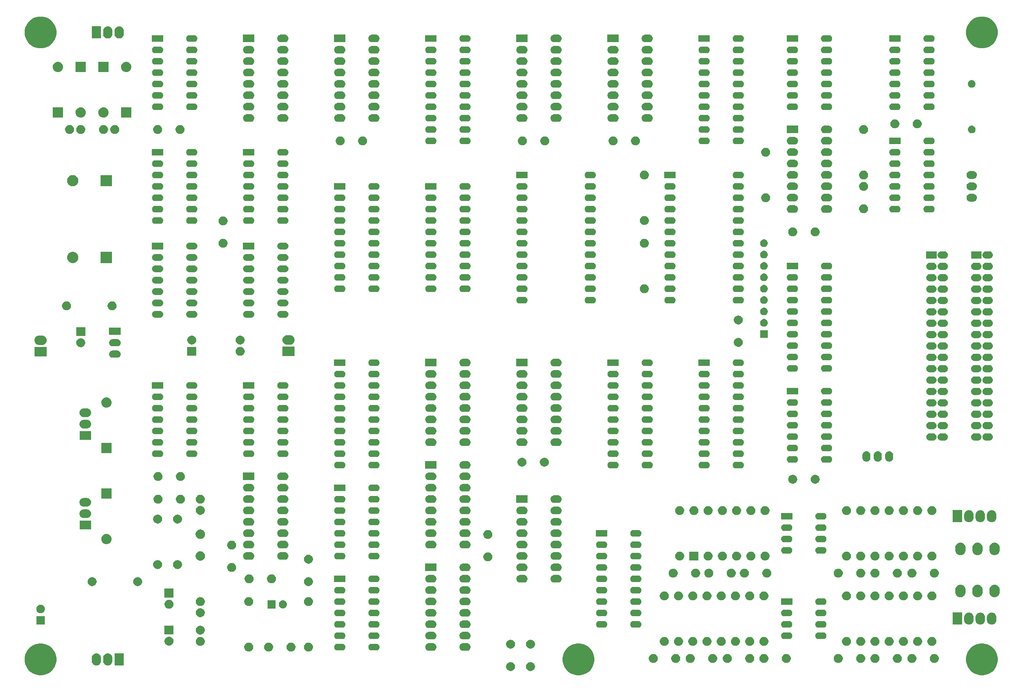
<source format=gbs>
G04 #@! TF.GenerationSoftware,KiCad,Pcbnew,5.1.4-5.1.4*
G04 #@! TF.CreationDate,2019-08-13T11:30:28+01:00*
G04 #@! TF.ProjectId,music5xxx,6d757369-6335-4787-9878-2e6b69636164,1*
G04 #@! TF.SameCoordinates,Original*
G04 #@! TF.FileFunction,Soldermask,Bot*
G04 #@! TF.FilePolarity,Negative*
%FSLAX46Y46*%
G04 Gerber Fmt 4.6, Leading zero omitted, Abs format (unit mm)*
G04 Created by KiCad (PCBNEW 5.1.4-5.1.4) date 2019-08-13 11:30:28*
%MOMM*%
%LPD*%
G04 APERTURE LIST*
%ADD10C,0.100000*%
G04 APERTURE END LIST*
D10*
G36*
X6035787Y-141585462D02*
G01*
X6156205Y-141635341D01*
X6682029Y-141853144D01*
X7263631Y-142241758D01*
X7758242Y-142736369D01*
X8146856Y-143317971D01*
X8290271Y-143664207D01*
X8414538Y-143964213D01*
X8551000Y-144650256D01*
X8551000Y-145349744D01*
X8414538Y-146035787D01*
X8414537Y-146035789D01*
X8146856Y-146682029D01*
X7758242Y-147263631D01*
X7263631Y-147758242D01*
X6682029Y-148146856D01*
X6225068Y-148336135D01*
X6035787Y-148414538D01*
X5349744Y-148551000D01*
X4650256Y-148551000D01*
X3964213Y-148414538D01*
X3774932Y-148336135D01*
X3317971Y-148146856D01*
X2736369Y-147758242D01*
X2241758Y-147263631D01*
X1853144Y-146682029D01*
X1585463Y-146035789D01*
X1585462Y-146035787D01*
X1449000Y-145349744D01*
X1449000Y-144650256D01*
X1585462Y-143964213D01*
X1709729Y-143664207D01*
X1853144Y-143317971D01*
X2241758Y-142736369D01*
X2736369Y-142241758D01*
X3317971Y-141853144D01*
X3843795Y-141635341D01*
X3964213Y-141585462D01*
X4650256Y-141449000D01*
X5349744Y-141449000D01*
X6035787Y-141585462D01*
X6035787Y-141585462D01*
G37*
G36*
X126035787Y-141585462D02*
G01*
X126156205Y-141635341D01*
X126682029Y-141853144D01*
X127263631Y-142241758D01*
X127758242Y-142736369D01*
X128146856Y-143317971D01*
X128290271Y-143664207D01*
X128414538Y-143964213D01*
X128551000Y-144650256D01*
X128551000Y-145349744D01*
X128414538Y-146035787D01*
X128414537Y-146035789D01*
X128146856Y-146682029D01*
X127758242Y-147263631D01*
X127263631Y-147758242D01*
X126682029Y-148146856D01*
X126225068Y-148336135D01*
X126035787Y-148414538D01*
X125349744Y-148551000D01*
X124650256Y-148551000D01*
X123964213Y-148414538D01*
X123774932Y-148336135D01*
X123317971Y-148146856D01*
X122736369Y-147758242D01*
X122241758Y-147263631D01*
X121853144Y-146682029D01*
X121585463Y-146035789D01*
X121585462Y-146035787D01*
X121449000Y-145349744D01*
X121449000Y-144650256D01*
X121585462Y-143964213D01*
X121709729Y-143664207D01*
X121853144Y-143317971D01*
X122241758Y-142736369D01*
X122736369Y-142241758D01*
X123317971Y-141853144D01*
X123843795Y-141635341D01*
X123964213Y-141585462D01*
X124650256Y-141449000D01*
X125349744Y-141449000D01*
X126035787Y-141585462D01*
X126035787Y-141585462D01*
G37*
G36*
X216035787Y-141585462D02*
G01*
X216156205Y-141635341D01*
X216682029Y-141853144D01*
X217263631Y-142241758D01*
X217758242Y-142736369D01*
X218146856Y-143317971D01*
X218290271Y-143664207D01*
X218414538Y-143964213D01*
X218551000Y-144650256D01*
X218551000Y-145349744D01*
X218414538Y-146035787D01*
X218414537Y-146035789D01*
X218146856Y-146682029D01*
X217758242Y-147263631D01*
X217263631Y-147758242D01*
X216682029Y-148146856D01*
X216225068Y-148336135D01*
X216035787Y-148414538D01*
X215349744Y-148551000D01*
X214650256Y-148551000D01*
X213964213Y-148414538D01*
X213774932Y-148336135D01*
X213317971Y-148146856D01*
X212736369Y-147758242D01*
X212241758Y-147263631D01*
X211853144Y-146682029D01*
X211585463Y-146035789D01*
X211585462Y-146035787D01*
X211449000Y-145349744D01*
X211449000Y-144650256D01*
X211585462Y-143964213D01*
X211709729Y-143664207D01*
X211853144Y-143317971D01*
X212241758Y-142736369D01*
X212736369Y-142241758D01*
X213317971Y-141853144D01*
X213843795Y-141635341D01*
X213964213Y-141585462D01*
X214650256Y-141449000D01*
X215349744Y-141449000D01*
X216035787Y-141585462D01*
X216035787Y-141585462D01*
G37*
G36*
X114591981Y-145642468D02*
G01*
X114720795Y-145695825D01*
X114740884Y-145704146D01*
X114774151Y-145717926D01*
X114938100Y-145827473D01*
X115077527Y-145966900D01*
X115187074Y-146130849D01*
X115262532Y-146313019D01*
X115301000Y-146506410D01*
X115301000Y-146703590D01*
X115262532Y-146896981D01*
X115187074Y-147079151D01*
X115077527Y-147243100D01*
X114938100Y-147382527D01*
X114774151Y-147492074D01*
X114591981Y-147567532D01*
X114398591Y-147606000D01*
X114201409Y-147606000D01*
X114008019Y-147567532D01*
X113825849Y-147492074D01*
X113661900Y-147382527D01*
X113522473Y-147243100D01*
X113412926Y-147079151D01*
X113337468Y-146896981D01*
X113299000Y-146703590D01*
X113299000Y-146506410D01*
X113337468Y-146313019D01*
X113412926Y-146130849D01*
X113522473Y-145966900D01*
X113661900Y-145827473D01*
X113825849Y-145717926D01*
X113859117Y-145704146D01*
X113879205Y-145695825D01*
X114008019Y-145642468D01*
X114201409Y-145604000D01*
X114398591Y-145604000D01*
X114591981Y-145642468D01*
X114591981Y-145642468D01*
G37*
G36*
X110146981Y-145642468D02*
G01*
X110275795Y-145695825D01*
X110295884Y-145704146D01*
X110329151Y-145717926D01*
X110493100Y-145827473D01*
X110632527Y-145966900D01*
X110742074Y-146130849D01*
X110817532Y-146313019D01*
X110856000Y-146506410D01*
X110856000Y-146703590D01*
X110817532Y-146896981D01*
X110742074Y-147079151D01*
X110632527Y-147243100D01*
X110493100Y-147382527D01*
X110329151Y-147492074D01*
X110146981Y-147567532D01*
X109953591Y-147606000D01*
X109756409Y-147606000D01*
X109563019Y-147567532D01*
X109380849Y-147492074D01*
X109216900Y-147382527D01*
X109077473Y-147243100D01*
X108967926Y-147079151D01*
X108892468Y-146896981D01*
X108854000Y-146703590D01*
X108854000Y-146506410D01*
X108892468Y-146313019D01*
X108967926Y-146130849D01*
X109077473Y-145966900D01*
X109216900Y-145827473D01*
X109380849Y-145717926D01*
X109414117Y-145704146D01*
X109434205Y-145695825D01*
X109563019Y-145642468D01*
X109756409Y-145604000D01*
X109953591Y-145604000D01*
X110146981Y-145642468D01*
X110146981Y-145642468D01*
G37*
G36*
X20206032Y-143664207D02*
G01*
X20404146Y-143724305D01*
X20404149Y-143724306D01*
X20500975Y-143776061D01*
X20586729Y-143821897D01*
X20746765Y-143953235D01*
X20878103Y-144113271D01*
X20893405Y-144141900D01*
X20975694Y-144295851D01*
X20975695Y-144295855D01*
X21035793Y-144493969D01*
X21051000Y-144648371D01*
X21051000Y-145351630D01*
X21035793Y-145506032D01*
X20975695Y-145704145D01*
X20975694Y-145704149D01*
X20934616Y-145781000D01*
X20878103Y-145886729D01*
X20746765Y-146046765D01*
X20586729Y-146178103D01*
X20470030Y-146240479D01*
X20404148Y-146275694D01*
X20404145Y-146275695D01*
X20206031Y-146335793D01*
X20000000Y-146356085D01*
X19793968Y-146335793D01*
X19595854Y-146275695D01*
X19595851Y-146275694D01*
X19499025Y-146223939D01*
X19413271Y-146178103D01*
X19253235Y-146046765D01*
X19121897Y-145886729D01*
X19024307Y-145704149D01*
X19024306Y-145704148D01*
X19013060Y-145667075D01*
X18964207Y-145506031D01*
X18949000Y-145351629D01*
X18949000Y-144648370D01*
X18964207Y-144493968D01*
X18983296Y-144431040D01*
X19024305Y-144295853D01*
X19106596Y-144141900D01*
X19121898Y-144113271D01*
X19253236Y-143953235D01*
X19413272Y-143821897D01*
X19499026Y-143776061D01*
X19595852Y-143724306D01*
X19595855Y-143724305D01*
X19793969Y-143664207D01*
X20000000Y-143643915D01*
X20206032Y-143664207D01*
X20206032Y-143664207D01*
G37*
G36*
X17666032Y-143664207D02*
G01*
X17864146Y-143724305D01*
X17864149Y-143724306D01*
X17960975Y-143776061D01*
X18046729Y-143821897D01*
X18206765Y-143953235D01*
X18338103Y-144113271D01*
X18353405Y-144141900D01*
X18435694Y-144295851D01*
X18435695Y-144295855D01*
X18495793Y-144493969D01*
X18511000Y-144648371D01*
X18511000Y-145351630D01*
X18495793Y-145506032D01*
X18435695Y-145704145D01*
X18435694Y-145704149D01*
X18394616Y-145781000D01*
X18338103Y-145886729D01*
X18206765Y-146046765D01*
X18046729Y-146178103D01*
X17930030Y-146240479D01*
X17864148Y-146275694D01*
X17864145Y-146275695D01*
X17666031Y-146335793D01*
X17460000Y-146356085D01*
X17253968Y-146335793D01*
X17055854Y-146275695D01*
X17055851Y-146275694D01*
X16959025Y-146223939D01*
X16873271Y-146178103D01*
X16713235Y-146046765D01*
X16581897Y-145886729D01*
X16484307Y-145704149D01*
X16484306Y-145704148D01*
X16473060Y-145667075D01*
X16424207Y-145506031D01*
X16409000Y-145351629D01*
X16409000Y-144648370D01*
X16424207Y-144493968D01*
X16443296Y-144431040D01*
X16484305Y-144295853D01*
X16566596Y-144141900D01*
X16581898Y-144113271D01*
X16713236Y-143953235D01*
X16873272Y-143821897D01*
X16959026Y-143776061D01*
X17055852Y-143724306D01*
X17055855Y-143724305D01*
X17253969Y-143664207D01*
X17460000Y-143643915D01*
X17666032Y-143664207D01*
X17666032Y-143664207D01*
G37*
G36*
X23591000Y-146351000D02*
G01*
X21489000Y-146351000D01*
X21489000Y-143649000D01*
X23591000Y-143649000D01*
X23591000Y-146351000D01*
X23591000Y-146351000D01*
G37*
G36*
X183155285Y-143798234D02*
G01*
X183251981Y-143817468D01*
X183434151Y-143892926D01*
X183598100Y-144002473D01*
X183737527Y-144141900D01*
X183847074Y-144305849D01*
X183922532Y-144488019D01*
X183961000Y-144681410D01*
X183961000Y-144878590D01*
X183922532Y-145071981D01*
X183847074Y-145254151D01*
X183737527Y-145418100D01*
X183598100Y-145557527D01*
X183434151Y-145667074D01*
X183251981Y-145742532D01*
X183058591Y-145781000D01*
X182861409Y-145781000D01*
X182668019Y-145742532D01*
X182485849Y-145667074D01*
X182321900Y-145557527D01*
X182182473Y-145418100D01*
X182072926Y-145254151D01*
X181997468Y-145071981D01*
X181959000Y-144878590D01*
X181959000Y-144681410D01*
X181997468Y-144488019D01*
X182072926Y-144305849D01*
X182182473Y-144141900D01*
X182321900Y-144002473D01*
X182485849Y-143892926D01*
X182668019Y-143817468D01*
X182764715Y-143798234D01*
X182861409Y-143779000D01*
X183058591Y-143779000D01*
X183155285Y-143798234D01*
X183155285Y-143798234D01*
G37*
G36*
X155135285Y-143798234D02*
G01*
X155231981Y-143817468D01*
X155414151Y-143892926D01*
X155578100Y-144002473D01*
X155717527Y-144141900D01*
X155827074Y-144305849D01*
X155902532Y-144488019D01*
X155941000Y-144681410D01*
X155941000Y-144878590D01*
X155902532Y-145071981D01*
X155827074Y-145254151D01*
X155717527Y-145418100D01*
X155578100Y-145557527D01*
X155414151Y-145667074D01*
X155231981Y-145742532D01*
X155038591Y-145781000D01*
X154841409Y-145781000D01*
X154648019Y-145742532D01*
X154465849Y-145667074D01*
X154301900Y-145557527D01*
X154162473Y-145418100D01*
X154052926Y-145254151D01*
X153977468Y-145071981D01*
X153939000Y-144878590D01*
X153939000Y-144681410D01*
X153977468Y-144488019D01*
X154052926Y-144305849D01*
X154162473Y-144141900D01*
X154301900Y-144002473D01*
X154465849Y-143892926D01*
X154648019Y-143817468D01*
X154744715Y-143798234D01*
X154841409Y-143779000D01*
X155038591Y-143779000D01*
X155135285Y-143798234D01*
X155135285Y-143798234D01*
G37*
G36*
X150135285Y-143798234D02*
G01*
X150231981Y-143817468D01*
X150414151Y-143892926D01*
X150578100Y-144002473D01*
X150717527Y-144141900D01*
X150827074Y-144305849D01*
X150902532Y-144488019D01*
X150941000Y-144681410D01*
X150941000Y-144878590D01*
X150902532Y-145071981D01*
X150827074Y-145254151D01*
X150717527Y-145418100D01*
X150578100Y-145557527D01*
X150414151Y-145667074D01*
X150231981Y-145742532D01*
X150038591Y-145781000D01*
X149841409Y-145781000D01*
X149648019Y-145742532D01*
X149465849Y-145667074D01*
X149301900Y-145557527D01*
X149162473Y-145418100D01*
X149052926Y-145254151D01*
X148977468Y-145071981D01*
X148939000Y-144878590D01*
X148939000Y-144681410D01*
X148977468Y-144488019D01*
X149052926Y-144305849D01*
X149162473Y-144141900D01*
X149301900Y-144002473D01*
X149465849Y-143892926D01*
X149648019Y-143817468D01*
X149744715Y-143798234D01*
X149841409Y-143779000D01*
X150038591Y-143779000D01*
X150135285Y-143798234D01*
X150135285Y-143798234D01*
G37*
G36*
X188155285Y-143798234D02*
G01*
X188251981Y-143817468D01*
X188434151Y-143892926D01*
X188598100Y-144002473D01*
X188737527Y-144141900D01*
X188847074Y-144305849D01*
X188922532Y-144488019D01*
X188961000Y-144681410D01*
X188961000Y-144878590D01*
X188922532Y-145071981D01*
X188847074Y-145254151D01*
X188737527Y-145418100D01*
X188598100Y-145557527D01*
X188434151Y-145667074D01*
X188251981Y-145742532D01*
X188058591Y-145781000D01*
X187861409Y-145781000D01*
X187668019Y-145742532D01*
X187485849Y-145667074D01*
X187321900Y-145557527D01*
X187182473Y-145418100D01*
X187072926Y-145254151D01*
X186997468Y-145071981D01*
X186959000Y-144878590D01*
X186959000Y-144681410D01*
X186997468Y-144488019D01*
X187072926Y-144305849D01*
X187182473Y-144141900D01*
X187321900Y-144002473D01*
X187485849Y-143892926D01*
X187668019Y-143817468D01*
X187764715Y-143798234D01*
X187861409Y-143779000D01*
X188058591Y-143779000D01*
X188155285Y-143798234D01*
X188155285Y-143798234D01*
G37*
G36*
X196330285Y-143798234D02*
G01*
X196426981Y-143817468D01*
X196609151Y-143892926D01*
X196773100Y-144002473D01*
X196912527Y-144141900D01*
X197022074Y-144305849D01*
X197097532Y-144488019D01*
X197136000Y-144681410D01*
X197136000Y-144878590D01*
X197097532Y-145071981D01*
X197022074Y-145254151D01*
X196912527Y-145418100D01*
X196773100Y-145557527D01*
X196609151Y-145667074D01*
X196426981Y-145742532D01*
X196233591Y-145781000D01*
X196036409Y-145781000D01*
X195843019Y-145742532D01*
X195660849Y-145667074D01*
X195496900Y-145557527D01*
X195357473Y-145418100D01*
X195247926Y-145254151D01*
X195172468Y-145071981D01*
X195134000Y-144878590D01*
X195134000Y-144681410D01*
X195172468Y-144488019D01*
X195247926Y-144305849D01*
X195357473Y-144141900D01*
X195496900Y-144002473D01*
X195660849Y-143892926D01*
X195843019Y-143817468D01*
X195939715Y-143798234D01*
X196036409Y-143779000D01*
X196233591Y-143779000D01*
X196330285Y-143798234D01*
X196330285Y-143798234D01*
G37*
G36*
X141880285Y-143798234D02*
G01*
X141976981Y-143817468D01*
X142159151Y-143892926D01*
X142323100Y-144002473D01*
X142462527Y-144141900D01*
X142572074Y-144305849D01*
X142647532Y-144488019D01*
X142686000Y-144681410D01*
X142686000Y-144878590D01*
X142647532Y-145071981D01*
X142572074Y-145254151D01*
X142462527Y-145418100D01*
X142323100Y-145557527D01*
X142159151Y-145667074D01*
X141976981Y-145742532D01*
X141783591Y-145781000D01*
X141586409Y-145781000D01*
X141393019Y-145742532D01*
X141210849Y-145667074D01*
X141046900Y-145557527D01*
X140907473Y-145418100D01*
X140797926Y-145254151D01*
X140722468Y-145071981D01*
X140684000Y-144878590D01*
X140684000Y-144681410D01*
X140722468Y-144488019D01*
X140797926Y-144305849D01*
X140907473Y-144141900D01*
X141046900Y-144002473D01*
X141210849Y-143892926D01*
X141393019Y-143817468D01*
X141489715Y-143798234D01*
X141586409Y-143779000D01*
X141783591Y-143779000D01*
X141880285Y-143798234D01*
X141880285Y-143798234D01*
G37*
G36*
X146880285Y-143798234D02*
G01*
X146976981Y-143817468D01*
X147159151Y-143892926D01*
X147323100Y-144002473D01*
X147462527Y-144141900D01*
X147572074Y-144305849D01*
X147647532Y-144488019D01*
X147686000Y-144681410D01*
X147686000Y-144878590D01*
X147647532Y-145071981D01*
X147572074Y-145254151D01*
X147462527Y-145418100D01*
X147323100Y-145557527D01*
X147159151Y-145667074D01*
X146976981Y-145742532D01*
X146783591Y-145781000D01*
X146586409Y-145781000D01*
X146393019Y-145742532D01*
X146210849Y-145667074D01*
X146046900Y-145557527D01*
X145907473Y-145418100D01*
X145797926Y-145254151D01*
X145722468Y-145071981D01*
X145684000Y-144878590D01*
X145684000Y-144681410D01*
X145722468Y-144488019D01*
X145797926Y-144305849D01*
X145907473Y-144141900D01*
X146046900Y-144002473D01*
X146210849Y-143892926D01*
X146393019Y-143817468D01*
X146489715Y-143798234D01*
X146586409Y-143779000D01*
X146783591Y-143779000D01*
X146880285Y-143798234D01*
X146880285Y-143798234D01*
G37*
G36*
X158390285Y-143798234D02*
G01*
X158486981Y-143817468D01*
X158669151Y-143892926D01*
X158833100Y-144002473D01*
X158972527Y-144141900D01*
X159082074Y-144305849D01*
X159157532Y-144488019D01*
X159196000Y-144681410D01*
X159196000Y-144878590D01*
X159157532Y-145071981D01*
X159082074Y-145254151D01*
X158972527Y-145418100D01*
X158833100Y-145557527D01*
X158669151Y-145667074D01*
X158486981Y-145742532D01*
X158293591Y-145781000D01*
X158096409Y-145781000D01*
X157903019Y-145742532D01*
X157720849Y-145667074D01*
X157556900Y-145557527D01*
X157417473Y-145418100D01*
X157307926Y-145254151D01*
X157232468Y-145071981D01*
X157194000Y-144878590D01*
X157194000Y-144681410D01*
X157232468Y-144488019D01*
X157307926Y-144305849D01*
X157417473Y-144141900D01*
X157556900Y-144002473D01*
X157720849Y-143892926D01*
X157903019Y-143817468D01*
X157999715Y-143798234D01*
X158096409Y-143779000D01*
X158293591Y-143779000D01*
X158390285Y-143798234D01*
X158390285Y-143798234D01*
G37*
G36*
X166565285Y-143798234D02*
G01*
X166661981Y-143817468D01*
X166844151Y-143892926D01*
X167008100Y-144002473D01*
X167147527Y-144141900D01*
X167257074Y-144305849D01*
X167332532Y-144488019D01*
X167371000Y-144681410D01*
X167371000Y-144878590D01*
X167332532Y-145071981D01*
X167257074Y-145254151D01*
X167147527Y-145418100D01*
X167008100Y-145557527D01*
X166844151Y-145667074D01*
X166661981Y-145742532D01*
X166468591Y-145781000D01*
X166271409Y-145781000D01*
X166078019Y-145742532D01*
X165895849Y-145667074D01*
X165731900Y-145557527D01*
X165592473Y-145418100D01*
X165482926Y-145254151D01*
X165407468Y-145071981D01*
X165369000Y-144878590D01*
X165369000Y-144681410D01*
X165407468Y-144488019D01*
X165482926Y-144305849D01*
X165592473Y-144141900D01*
X165731900Y-144002473D01*
X165895849Y-143892926D01*
X166078019Y-143817468D01*
X166174715Y-143798234D01*
X166271409Y-143779000D01*
X166468591Y-143779000D01*
X166565285Y-143798234D01*
X166565285Y-143798234D01*
G37*
G36*
X171565285Y-143798234D02*
G01*
X171661981Y-143817468D01*
X171844151Y-143892926D01*
X172008100Y-144002473D01*
X172147527Y-144141900D01*
X172257074Y-144305849D01*
X172332532Y-144488019D01*
X172371000Y-144681410D01*
X172371000Y-144878590D01*
X172332532Y-145071981D01*
X172257074Y-145254151D01*
X172147527Y-145418100D01*
X172008100Y-145557527D01*
X171844151Y-145667074D01*
X171661981Y-145742532D01*
X171468591Y-145781000D01*
X171271409Y-145781000D01*
X171078019Y-145742532D01*
X170895849Y-145667074D01*
X170731900Y-145557527D01*
X170592473Y-145418100D01*
X170482926Y-145254151D01*
X170407468Y-145071981D01*
X170369000Y-144878590D01*
X170369000Y-144681410D01*
X170407468Y-144488019D01*
X170482926Y-144305849D01*
X170592473Y-144141900D01*
X170731900Y-144002473D01*
X170895849Y-143892926D01*
X171078019Y-143817468D01*
X171174715Y-143798234D01*
X171271409Y-143779000D01*
X171468591Y-143779000D01*
X171565285Y-143798234D01*
X171565285Y-143798234D01*
G37*
G36*
X204585285Y-143798234D02*
G01*
X204681981Y-143817468D01*
X204864151Y-143892926D01*
X205028100Y-144002473D01*
X205167527Y-144141900D01*
X205277074Y-144305849D01*
X205352532Y-144488019D01*
X205391000Y-144681410D01*
X205391000Y-144878590D01*
X205352532Y-145071981D01*
X205277074Y-145254151D01*
X205167527Y-145418100D01*
X205028100Y-145557527D01*
X204864151Y-145667074D01*
X204681981Y-145742532D01*
X204488591Y-145781000D01*
X204291409Y-145781000D01*
X204098019Y-145742532D01*
X203915849Y-145667074D01*
X203751900Y-145557527D01*
X203612473Y-145418100D01*
X203502926Y-145254151D01*
X203427468Y-145071981D01*
X203389000Y-144878590D01*
X203389000Y-144681410D01*
X203427468Y-144488019D01*
X203502926Y-144305849D01*
X203612473Y-144141900D01*
X203751900Y-144002473D01*
X203915849Y-143892926D01*
X204098019Y-143817468D01*
X204194715Y-143798234D01*
X204291409Y-143779000D01*
X204488591Y-143779000D01*
X204585285Y-143798234D01*
X204585285Y-143798234D01*
G37*
G36*
X199585285Y-143798234D02*
G01*
X199681981Y-143817468D01*
X199864151Y-143892926D01*
X200028100Y-144002473D01*
X200167527Y-144141900D01*
X200277074Y-144305849D01*
X200352532Y-144488019D01*
X200391000Y-144681410D01*
X200391000Y-144878590D01*
X200352532Y-145071981D01*
X200277074Y-145254151D01*
X200167527Y-145418100D01*
X200028100Y-145557527D01*
X199864151Y-145667074D01*
X199681981Y-145742532D01*
X199488591Y-145781000D01*
X199291409Y-145781000D01*
X199098019Y-145742532D01*
X198915849Y-145667074D01*
X198751900Y-145557527D01*
X198612473Y-145418100D01*
X198502926Y-145254151D01*
X198427468Y-145071981D01*
X198389000Y-144878590D01*
X198389000Y-144681410D01*
X198427468Y-144488019D01*
X198502926Y-144305849D01*
X198612473Y-144141900D01*
X198751900Y-144002473D01*
X198915849Y-143892926D01*
X199098019Y-143817468D01*
X199194715Y-143798234D01*
X199291409Y-143779000D01*
X199488591Y-143779000D01*
X199585285Y-143798234D01*
X199585285Y-143798234D01*
G37*
G36*
X191330285Y-143798234D02*
G01*
X191426981Y-143817468D01*
X191609151Y-143892926D01*
X191773100Y-144002473D01*
X191912527Y-144141900D01*
X192022074Y-144305849D01*
X192097532Y-144488019D01*
X192136000Y-144681410D01*
X192136000Y-144878590D01*
X192097532Y-145071981D01*
X192022074Y-145254151D01*
X191912527Y-145418100D01*
X191773100Y-145557527D01*
X191609151Y-145667074D01*
X191426981Y-145742532D01*
X191233591Y-145781000D01*
X191036409Y-145781000D01*
X190843019Y-145742532D01*
X190660849Y-145667074D01*
X190496900Y-145557527D01*
X190357473Y-145418100D01*
X190247926Y-145254151D01*
X190172468Y-145071981D01*
X190134000Y-144878590D01*
X190134000Y-144681410D01*
X190172468Y-144488019D01*
X190247926Y-144305849D01*
X190357473Y-144141900D01*
X190496900Y-144002473D01*
X190660849Y-143892926D01*
X190843019Y-143817468D01*
X190939715Y-143798234D01*
X191036409Y-143779000D01*
X191233591Y-143779000D01*
X191330285Y-143798234D01*
X191330285Y-143798234D01*
G37*
G36*
X163390285Y-143798234D02*
G01*
X163486981Y-143817468D01*
X163669151Y-143892926D01*
X163833100Y-144002473D01*
X163972527Y-144141900D01*
X164082074Y-144305849D01*
X164157532Y-144488019D01*
X164196000Y-144681410D01*
X164196000Y-144878590D01*
X164157532Y-145071981D01*
X164082074Y-145254151D01*
X163972527Y-145418100D01*
X163833100Y-145557527D01*
X163669151Y-145667074D01*
X163486981Y-145742532D01*
X163293591Y-145781000D01*
X163096409Y-145781000D01*
X162903019Y-145742532D01*
X162720849Y-145667074D01*
X162556900Y-145557527D01*
X162417473Y-145418100D01*
X162307926Y-145254151D01*
X162232468Y-145071981D01*
X162194000Y-144878590D01*
X162194000Y-144681410D01*
X162232468Y-144488019D01*
X162307926Y-144305849D01*
X162417473Y-144141900D01*
X162556900Y-144002473D01*
X162720849Y-143892926D01*
X162903019Y-143817468D01*
X162999715Y-143798234D01*
X163096409Y-143779000D01*
X163293591Y-143779000D01*
X163390285Y-143798234D01*
X163390285Y-143798234D01*
G37*
G36*
X61171981Y-141277468D02*
G01*
X61354151Y-141352926D01*
X61518100Y-141462473D01*
X61657527Y-141601900D01*
X61767074Y-141765849D01*
X61842532Y-141948019D01*
X61847103Y-141971000D01*
X61881000Y-142141409D01*
X61881000Y-142338591D01*
X61867428Y-142406823D01*
X61842532Y-142531981D01*
X61767074Y-142714151D01*
X61657527Y-142878100D01*
X61518100Y-143017527D01*
X61354151Y-143127074D01*
X61171981Y-143202532D01*
X60978591Y-143241000D01*
X60781409Y-143241000D01*
X60588019Y-143202532D01*
X60405849Y-143127074D01*
X60241900Y-143017527D01*
X60102473Y-142878100D01*
X59992926Y-142714151D01*
X59917468Y-142531981D01*
X59892572Y-142406823D01*
X59879000Y-142338591D01*
X59879000Y-142141409D01*
X59912897Y-141971000D01*
X59917468Y-141948019D01*
X59992926Y-141765849D01*
X60102473Y-141601900D01*
X60241900Y-141462473D01*
X60405849Y-141352926D01*
X60588019Y-141277468D01*
X60781409Y-141239000D01*
X60978591Y-141239000D01*
X61171981Y-141277468D01*
X61171981Y-141277468D01*
G37*
G36*
X65061981Y-141277468D02*
G01*
X65244151Y-141352926D01*
X65408100Y-141462473D01*
X65547527Y-141601900D01*
X65657074Y-141765849D01*
X65732532Y-141948019D01*
X65737103Y-141971000D01*
X65771000Y-142141409D01*
X65771000Y-142338591D01*
X65757428Y-142406823D01*
X65732532Y-142531981D01*
X65657074Y-142714151D01*
X65547527Y-142878100D01*
X65408100Y-143017527D01*
X65244151Y-143127074D01*
X65061981Y-143202532D01*
X64868591Y-143241000D01*
X64671409Y-143241000D01*
X64478019Y-143202532D01*
X64295849Y-143127074D01*
X64131900Y-143017527D01*
X63992473Y-142878100D01*
X63882926Y-142714151D01*
X63807468Y-142531981D01*
X63782572Y-142406823D01*
X63769000Y-142338591D01*
X63769000Y-142141409D01*
X63802897Y-141971000D01*
X63807468Y-141948019D01*
X63882926Y-141765849D01*
X63992473Y-141601900D01*
X64131900Y-141462473D01*
X64295849Y-141352926D01*
X64478019Y-141277468D01*
X64671409Y-141239000D01*
X64868591Y-141239000D01*
X65061981Y-141277468D01*
X65061981Y-141277468D01*
G37*
G36*
X56171981Y-141277468D02*
G01*
X56354151Y-141352926D01*
X56518100Y-141462473D01*
X56657527Y-141601900D01*
X56767074Y-141765849D01*
X56842532Y-141948019D01*
X56847103Y-141971000D01*
X56881000Y-142141409D01*
X56881000Y-142338591D01*
X56867428Y-142406823D01*
X56842532Y-142531981D01*
X56767074Y-142714151D01*
X56657527Y-142878100D01*
X56518100Y-143017527D01*
X56354151Y-143127074D01*
X56171981Y-143202532D01*
X55978591Y-143241000D01*
X55781409Y-143241000D01*
X55588019Y-143202532D01*
X55405849Y-143127074D01*
X55241900Y-143017527D01*
X55102473Y-142878100D01*
X54992926Y-142714151D01*
X54917468Y-142531981D01*
X54892572Y-142406823D01*
X54879000Y-142338591D01*
X54879000Y-142141409D01*
X54912897Y-141971000D01*
X54917468Y-141948019D01*
X54992926Y-141765849D01*
X55102473Y-141601900D01*
X55241900Y-141462473D01*
X55405849Y-141352926D01*
X55588019Y-141277468D01*
X55781409Y-141239000D01*
X55978591Y-141239000D01*
X56171981Y-141277468D01*
X56171981Y-141277468D01*
G37*
G36*
X51726981Y-141277468D02*
G01*
X51909151Y-141352926D01*
X52073100Y-141462473D01*
X52212527Y-141601900D01*
X52322074Y-141765849D01*
X52397532Y-141948019D01*
X52402103Y-141971000D01*
X52436000Y-142141409D01*
X52436000Y-142338591D01*
X52422428Y-142406823D01*
X52397532Y-142531981D01*
X52322074Y-142714151D01*
X52212527Y-142878100D01*
X52073100Y-143017527D01*
X51909151Y-143127074D01*
X51726981Y-143202532D01*
X51533591Y-143241000D01*
X51336409Y-143241000D01*
X51143019Y-143202532D01*
X50960849Y-143127074D01*
X50796900Y-143017527D01*
X50657473Y-142878100D01*
X50547926Y-142714151D01*
X50472468Y-142531981D01*
X50447572Y-142406823D01*
X50434000Y-142338591D01*
X50434000Y-142141409D01*
X50467897Y-141971000D01*
X50472468Y-141948019D01*
X50547926Y-141765849D01*
X50657473Y-141601900D01*
X50796900Y-141462473D01*
X50960849Y-141352926D01*
X51143019Y-141277468D01*
X51336409Y-141239000D01*
X51533591Y-141239000D01*
X51726981Y-141277468D01*
X51726981Y-141277468D01*
G37*
G36*
X100261823Y-141401313D02*
G01*
X100422242Y-141449976D01*
X100527822Y-141506410D01*
X100570078Y-141528996D01*
X100699659Y-141635341D01*
X100806004Y-141764922D01*
X100814114Y-141780094D01*
X100885024Y-141912758D01*
X100933687Y-142073177D01*
X100950117Y-142240000D01*
X100933687Y-142406823D01*
X100885024Y-142567242D01*
X100814114Y-142699906D01*
X100806004Y-142715078D01*
X100699659Y-142844659D01*
X100570078Y-142951004D01*
X100570076Y-142951005D01*
X100422242Y-143030024D01*
X100261823Y-143078687D01*
X100136804Y-143091000D01*
X99253196Y-143091000D01*
X99128177Y-143078687D01*
X98967758Y-143030024D01*
X98819924Y-142951005D01*
X98819922Y-142951004D01*
X98690341Y-142844659D01*
X98583996Y-142715078D01*
X98575886Y-142699906D01*
X98504976Y-142567242D01*
X98456313Y-142406823D01*
X98439883Y-142240000D01*
X98456313Y-142073177D01*
X98504976Y-141912758D01*
X98575886Y-141780094D01*
X98583996Y-141764922D01*
X98690341Y-141635341D01*
X98819922Y-141528996D01*
X98862178Y-141506410D01*
X98967758Y-141449976D01*
X99128177Y-141401313D01*
X99253196Y-141389000D01*
X100136804Y-141389000D01*
X100261823Y-141401313D01*
X100261823Y-141401313D01*
G37*
G36*
X92641823Y-141401313D02*
G01*
X92802242Y-141449976D01*
X92907822Y-141506410D01*
X92950078Y-141528996D01*
X93079659Y-141635341D01*
X93186004Y-141764922D01*
X93194114Y-141780094D01*
X93265024Y-141912758D01*
X93313687Y-142073177D01*
X93330117Y-142240000D01*
X93313687Y-142406823D01*
X93265024Y-142567242D01*
X93194114Y-142699906D01*
X93186004Y-142715078D01*
X93079659Y-142844659D01*
X92950078Y-142951004D01*
X92950076Y-142951005D01*
X92802242Y-143030024D01*
X92641823Y-143078687D01*
X92516804Y-143091000D01*
X91633196Y-143091000D01*
X91508177Y-143078687D01*
X91347758Y-143030024D01*
X91199924Y-142951005D01*
X91199922Y-142951004D01*
X91070341Y-142844659D01*
X90963996Y-142715078D01*
X90955886Y-142699906D01*
X90884976Y-142567242D01*
X90836313Y-142406823D01*
X90819883Y-142240000D01*
X90836313Y-142073177D01*
X90884976Y-141912758D01*
X90955886Y-141780094D01*
X90963996Y-141764922D01*
X91070341Y-141635341D01*
X91199922Y-141528996D01*
X91242178Y-141506410D01*
X91347758Y-141449976D01*
X91508177Y-141401313D01*
X91633196Y-141389000D01*
X92516804Y-141389000D01*
X92641823Y-141401313D01*
X92641823Y-141401313D01*
G37*
G36*
X72328665Y-141492622D02*
G01*
X72402222Y-141499867D01*
X72543786Y-141542810D01*
X72674252Y-141612546D01*
X72702028Y-141635341D01*
X72788607Y-141706393D01*
X72858008Y-141790960D01*
X72882454Y-141820748D01*
X72952190Y-141951214D01*
X72995133Y-142092778D01*
X73009633Y-142240000D01*
X72995133Y-142387222D01*
X72952190Y-142528786D01*
X72882454Y-142659252D01*
X72858008Y-142689040D01*
X72788607Y-142773607D01*
X72704040Y-142843008D01*
X72674252Y-142867454D01*
X72543786Y-142937190D01*
X72402222Y-142980133D01*
X72328665Y-142987378D01*
X72291888Y-142991000D01*
X71218112Y-142991000D01*
X71181335Y-142987378D01*
X71107778Y-142980133D01*
X70966214Y-142937190D01*
X70835748Y-142867454D01*
X70805960Y-142843008D01*
X70721393Y-142773607D01*
X70651992Y-142689040D01*
X70627546Y-142659252D01*
X70557810Y-142528786D01*
X70514867Y-142387222D01*
X70500367Y-142240000D01*
X70514867Y-142092778D01*
X70557810Y-141951214D01*
X70627546Y-141820748D01*
X70651992Y-141790960D01*
X70721393Y-141706393D01*
X70807972Y-141635341D01*
X70835748Y-141612546D01*
X70966214Y-141542810D01*
X71107778Y-141499867D01*
X71181335Y-141492622D01*
X71218112Y-141489000D01*
X72291888Y-141489000D01*
X72328665Y-141492622D01*
X72328665Y-141492622D01*
G37*
G36*
X79948665Y-141492622D02*
G01*
X80022222Y-141499867D01*
X80163786Y-141542810D01*
X80294252Y-141612546D01*
X80322028Y-141635341D01*
X80408607Y-141706393D01*
X80478008Y-141790960D01*
X80502454Y-141820748D01*
X80572190Y-141951214D01*
X80615133Y-142092778D01*
X80629633Y-142240000D01*
X80615133Y-142387222D01*
X80572190Y-142528786D01*
X80502454Y-142659252D01*
X80478008Y-142689040D01*
X80408607Y-142773607D01*
X80324040Y-142843008D01*
X80294252Y-142867454D01*
X80163786Y-142937190D01*
X80022222Y-142980133D01*
X79948665Y-142987378D01*
X79911888Y-142991000D01*
X78838112Y-142991000D01*
X78801335Y-142987378D01*
X78727778Y-142980133D01*
X78586214Y-142937190D01*
X78455748Y-142867454D01*
X78425960Y-142843008D01*
X78341393Y-142773607D01*
X78271992Y-142689040D01*
X78247546Y-142659252D01*
X78177810Y-142528786D01*
X78134867Y-142387222D01*
X78120367Y-142240000D01*
X78134867Y-142092778D01*
X78177810Y-141951214D01*
X78247546Y-141820748D01*
X78271992Y-141790960D01*
X78341393Y-141706393D01*
X78427972Y-141635341D01*
X78455748Y-141612546D01*
X78586214Y-141542810D01*
X78727778Y-141499867D01*
X78801335Y-141492622D01*
X78838112Y-141489000D01*
X79911888Y-141489000D01*
X79948665Y-141492622D01*
X79948665Y-141492622D01*
G37*
G36*
X110146981Y-140642468D02*
G01*
X110329151Y-140717926D01*
X110493100Y-140827473D01*
X110632527Y-140966900D01*
X110742074Y-141130849D01*
X110742075Y-141130851D01*
X110817532Y-141313020D01*
X110856000Y-141506409D01*
X110856000Y-141703591D01*
X110817532Y-141896981D01*
X110795068Y-141951214D01*
X110744550Y-142073175D01*
X110742074Y-142079151D01*
X110632527Y-142243100D01*
X110493100Y-142382527D01*
X110329151Y-142492074D01*
X110146981Y-142567532D01*
X110050285Y-142586766D01*
X109953591Y-142606000D01*
X109756409Y-142606000D01*
X109659715Y-142586766D01*
X109563019Y-142567532D01*
X109380849Y-142492074D01*
X109216900Y-142382527D01*
X109077473Y-142243100D01*
X108967926Y-142079151D01*
X108965451Y-142073175D01*
X108914932Y-141951214D01*
X108892468Y-141896981D01*
X108854000Y-141703591D01*
X108854000Y-141506409D01*
X108892468Y-141313020D01*
X108967925Y-141130851D01*
X108967926Y-141130849D01*
X109077473Y-140966900D01*
X109216900Y-140827473D01*
X109380849Y-140717926D01*
X109563019Y-140642468D01*
X109756409Y-140604000D01*
X109953591Y-140604000D01*
X110146981Y-140642468D01*
X110146981Y-140642468D01*
G37*
G36*
X114591981Y-140642468D02*
G01*
X114774151Y-140717926D01*
X114938100Y-140827473D01*
X115077527Y-140966900D01*
X115187074Y-141130849D01*
X115187075Y-141130851D01*
X115262532Y-141313020D01*
X115301000Y-141506409D01*
X115301000Y-141703591D01*
X115262532Y-141896981D01*
X115240068Y-141951214D01*
X115189550Y-142073175D01*
X115187074Y-142079151D01*
X115077527Y-142243100D01*
X114938100Y-142382527D01*
X114774151Y-142492074D01*
X114591981Y-142567532D01*
X114495285Y-142586766D01*
X114398591Y-142606000D01*
X114201409Y-142606000D01*
X114104715Y-142586766D01*
X114008019Y-142567532D01*
X113825849Y-142492074D01*
X113661900Y-142382527D01*
X113522473Y-142243100D01*
X113412926Y-142079151D01*
X113410451Y-142073175D01*
X113359932Y-141951214D01*
X113337468Y-141896981D01*
X113299000Y-141703591D01*
X113299000Y-141506409D01*
X113337468Y-141313020D01*
X113412925Y-141130851D01*
X113412926Y-141130849D01*
X113522473Y-140966900D01*
X113661900Y-140827473D01*
X113825849Y-140717926D01*
X114008019Y-140642468D01*
X114201409Y-140604000D01*
X114398591Y-140604000D01*
X114591981Y-140642468D01*
X114591981Y-140642468D01*
G37*
G36*
X197680285Y-139988234D02*
G01*
X197776981Y-140007468D01*
X197959151Y-140082926D01*
X198123100Y-140192473D01*
X198262527Y-140331900D01*
X198372074Y-140495849D01*
X198430964Y-140638020D01*
X198447532Y-140678020D01*
X198486000Y-140871409D01*
X198486000Y-141068591D01*
X198466766Y-141165285D01*
X198447532Y-141261981D01*
X198372074Y-141444151D01*
X198262527Y-141608100D01*
X198123100Y-141747527D01*
X197959151Y-141857074D01*
X197776981Y-141932532D01*
X197699123Y-141948019D01*
X197583591Y-141971000D01*
X197386409Y-141971000D01*
X197270877Y-141948019D01*
X197193019Y-141932532D01*
X197010849Y-141857074D01*
X196846900Y-141747527D01*
X196707473Y-141608100D01*
X196597926Y-141444151D01*
X196522468Y-141261981D01*
X196503234Y-141165285D01*
X196484000Y-141068591D01*
X196484000Y-140871409D01*
X196522468Y-140678020D01*
X196539037Y-140638020D01*
X196597926Y-140495849D01*
X196707473Y-140331900D01*
X196846900Y-140192473D01*
X197010849Y-140082926D01*
X197193019Y-140007468D01*
X197289715Y-139988234D01*
X197386409Y-139969000D01*
X197583591Y-139969000D01*
X197680285Y-139988234D01*
X197680285Y-139988234D01*
G37*
G36*
X147515285Y-139988234D02*
G01*
X147611981Y-140007468D01*
X147794151Y-140082926D01*
X147958100Y-140192473D01*
X148097527Y-140331900D01*
X148207074Y-140495849D01*
X148265964Y-140638020D01*
X148282532Y-140678020D01*
X148321000Y-140871409D01*
X148321000Y-141068591D01*
X148301766Y-141165285D01*
X148282532Y-141261981D01*
X148207074Y-141444151D01*
X148097527Y-141608100D01*
X147958100Y-141747527D01*
X147794151Y-141857074D01*
X147611981Y-141932532D01*
X147534123Y-141948019D01*
X147418591Y-141971000D01*
X147221409Y-141971000D01*
X147105877Y-141948019D01*
X147028019Y-141932532D01*
X146845849Y-141857074D01*
X146681900Y-141747527D01*
X146542473Y-141608100D01*
X146432926Y-141444151D01*
X146357468Y-141261981D01*
X146338234Y-141165285D01*
X146319000Y-141068591D01*
X146319000Y-140871409D01*
X146357468Y-140678020D01*
X146374037Y-140638020D01*
X146432926Y-140495849D01*
X146542473Y-140331900D01*
X146681900Y-140192473D01*
X146845849Y-140082926D01*
X147028019Y-140007468D01*
X147124715Y-139988234D01*
X147221409Y-139969000D01*
X147418591Y-139969000D01*
X147515285Y-139988234D01*
X147515285Y-139988234D01*
G37*
G36*
X157040285Y-139988234D02*
G01*
X157136981Y-140007468D01*
X157319151Y-140082926D01*
X157483100Y-140192473D01*
X157622527Y-140331900D01*
X157732074Y-140495849D01*
X157790964Y-140638020D01*
X157807532Y-140678020D01*
X157846000Y-140871409D01*
X157846000Y-141068591D01*
X157826766Y-141165285D01*
X157807532Y-141261981D01*
X157732074Y-141444151D01*
X157622527Y-141608100D01*
X157483100Y-141747527D01*
X157319151Y-141857074D01*
X157136981Y-141932532D01*
X157059123Y-141948019D01*
X156943591Y-141971000D01*
X156746409Y-141971000D01*
X156630877Y-141948019D01*
X156553019Y-141932532D01*
X156370849Y-141857074D01*
X156206900Y-141747527D01*
X156067473Y-141608100D01*
X155957926Y-141444151D01*
X155882468Y-141261981D01*
X155863234Y-141165285D01*
X155844000Y-141068591D01*
X155844000Y-140871409D01*
X155882468Y-140678020D01*
X155899037Y-140638020D01*
X155957926Y-140495849D01*
X156067473Y-140331900D01*
X156206900Y-140192473D01*
X156370849Y-140082926D01*
X156553019Y-140007468D01*
X156649715Y-139988234D01*
X156746409Y-139969000D01*
X156943591Y-139969000D01*
X157040285Y-139988234D01*
X157040285Y-139988234D01*
G37*
G36*
X153865285Y-139988234D02*
G01*
X153961981Y-140007468D01*
X154144151Y-140082926D01*
X154308100Y-140192473D01*
X154447527Y-140331900D01*
X154557074Y-140495849D01*
X154615964Y-140638020D01*
X154632532Y-140678020D01*
X154671000Y-140871409D01*
X154671000Y-141068591D01*
X154651766Y-141165285D01*
X154632532Y-141261981D01*
X154557074Y-141444151D01*
X154447527Y-141608100D01*
X154308100Y-141747527D01*
X154144151Y-141857074D01*
X153961981Y-141932532D01*
X153884123Y-141948019D01*
X153768591Y-141971000D01*
X153571409Y-141971000D01*
X153455877Y-141948019D01*
X153378019Y-141932532D01*
X153195849Y-141857074D01*
X153031900Y-141747527D01*
X152892473Y-141608100D01*
X152782926Y-141444151D01*
X152707468Y-141261981D01*
X152688234Y-141165285D01*
X152669000Y-141068591D01*
X152669000Y-140871409D01*
X152707468Y-140678020D01*
X152724037Y-140638020D01*
X152782926Y-140495849D01*
X152892473Y-140331900D01*
X153031900Y-140192473D01*
X153195849Y-140082926D01*
X153378019Y-140007468D01*
X153474715Y-139988234D01*
X153571409Y-139969000D01*
X153768591Y-139969000D01*
X153865285Y-139988234D01*
X153865285Y-139988234D01*
G37*
G36*
X150690285Y-139988234D02*
G01*
X150786981Y-140007468D01*
X150969151Y-140082926D01*
X151133100Y-140192473D01*
X151272527Y-140331900D01*
X151382074Y-140495849D01*
X151440964Y-140638020D01*
X151457532Y-140678020D01*
X151496000Y-140871409D01*
X151496000Y-141068591D01*
X151476766Y-141165285D01*
X151457532Y-141261981D01*
X151382074Y-141444151D01*
X151272527Y-141608100D01*
X151133100Y-141747527D01*
X150969151Y-141857074D01*
X150786981Y-141932532D01*
X150709123Y-141948019D01*
X150593591Y-141971000D01*
X150396409Y-141971000D01*
X150280877Y-141948019D01*
X150203019Y-141932532D01*
X150020849Y-141857074D01*
X149856900Y-141747527D01*
X149717473Y-141608100D01*
X149607926Y-141444151D01*
X149532468Y-141261981D01*
X149513234Y-141165285D01*
X149494000Y-141068591D01*
X149494000Y-140871409D01*
X149532468Y-140678020D01*
X149549037Y-140638020D01*
X149607926Y-140495849D01*
X149717473Y-140331900D01*
X149856900Y-140192473D01*
X150020849Y-140082926D01*
X150203019Y-140007468D01*
X150299715Y-139988234D01*
X150396409Y-139969000D01*
X150593591Y-139969000D01*
X150690285Y-139988234D01*
X150690285Y-139988234D01*
G37*
G36*
X144340285Y-139988234D02*
G01*
X144436981Y-140007468D01*
X144619151Y-140082926D01*
X144783100Y-140192473D01*
X144922527Y-140331900D01*
X145032074Y-140495849D01*
X145090964Y-140638020D01*
X145107532Y-140678020D01*
X145146000Y-140871409D01*
X145146000Y-141068591D01*
X145126766Y-141165285D01*
X145107532Y-141261981D01*
X145032074Y-141444151D01*
X144922527Y-141608100D01*
X144783100Y-141747527D01*
X144619151Y-141857074D01*
X144436981Y-141932532D01*
X144359123Y-141948019D01*
X144243591Y-141971000D01*
X144046409Y-141971000D01*
X143930877Y-141948019D01*
X143853019Y-141932532D01*
X143670849Y-141857074D01*
X143506900Y-141747527D01*
X143367473Y-141608100D01*
X143257926Y-141444151D01*
X143182468Y-141261981D01*
X143163234Y-141165285D01*
X143144000Y-141068591D01*
X143144000Y-140871409D01*
X143182468Y-140678020D01*
X143199037Y-140638020D01*
X143257926Y-140495849D01*
X143367473Y-140331900D01*
X143506900Y-140192473D01*
X143670849Y-140082926D01*
X143853019Y-140007468D01*
X143949715Y-139988234D01*
X144046409Y-139969000D01*
X144243591Y-139969000D01*
X144340285Y-139988234D01*
X144340285Y-139988234D01*
G37*
G36*
X40835285Y-139988234D02*
G01*
X40931981Y-140007468D01*
X41114151Y-140082926D01*
X41278100Y-140192473D01*
X41417527Y-140331900D01*
X41527074Y-140495849D01*
X41585964Y-140638020D01*
X41602532Y-140678020D01*
X41641000Y-140871409D01*
X41641000Y-141068591D01*
X41621766Y-141165285D01*
X41602532Y-141261981D01*
X41527074Y-141444151D01*
X41417527Y-141608100D01*
X41278100Y-141747527D01*
X41114151Y-141857074D01*
X40931981Y-141932532D01*
X40854123Y-141948019D01*
X40738591Y-141971000D01*
X40541409Y-141971000D01*
X40425877Y-141948019D01*
X40348019Y-141932532D01*
X40165849Y-141857074D01*
X40001900Y-141747527D01*
X39862473Y-141608100D01*
X39752926Y-141444151D01*
X39677468Y-141261981D01*
X39639000Y-141068591D01*
X39639000Y-140871409D01*
X39677468Y-140678020D01*
X39694037Y-140638020D01*
X39752926Y-140495849D01*
X39862473Y-140331900D01*
X40001900Y-140192473D01*
X40165849Y-140082926D01*
X40348019Y-140007468D01*
X40444715Y-139988234D01*
X40541409Y-139969000D01*
X40738591Y-139969000D01*
X40835285Y-139988234D01*
X40835285Y-139988234D01*
G37*
G36*
X163390285Y-139988234D02*
G01*
X163486981Y-140007468D01*
X163669151Y-140082926D01*
X163833100Y-140192473D01*
X163972527Y-140331900D01*
X164082074Y-140495849D01*
X164140964Y-140638020D01*
X164157532Y-140678020D01*
X164196000Y-140871409D01*
X164196000Y-141068591D01*
X164176766Y-141165285D01*
X164157532Y-141261981D01*
X164082074Y-141444151D01*
X163972527Y-141608100D01*
X163833100Y-141747527D01*
X163669151Y-141857074D01*
X163486981Y-141932532D01*
X163409123Y-141948019D01*
X163293591Y-141971000D01*
X163096409Y-141971000D01*
X162980877Y-141948019D01*
X162903019Y-141932532D01*
X162720849Y-141857074D01*
X162556900Y-141747527D01*
X162417473Y-141608100D01*
X162307926Y-141444151D01*
X162232468Y-141261981D01*
X162213234Y-141165285D01*
X162194000Y-141068591D01*
X162194000Y-140871409D01*
X162232468Y-140678020D01*
X162249037Y-140638020D01*
X162307926Y-140495849D01*
X162417473Y-140331900D01*
X162556900Y-140192473D01*
X162720849Y-140082926D01*
X162903019Y-140007468D01*
X162999715Y-139988234D01*
X163096409Y-139969000D01*
X163293591Y-139969000D01*
X163390285Y-139988234D01*
X163390285Y-139988234D01*
G37*
G36*
X200855285Y-139988234D02*
G01*
X200951981Y-140007468D01*
X201134151Y-140082926D01*
X201298100Y-140192473D01*
X201437527Y-140331900D01*
X201547074Y-140495849D01*
X201605964Y-140638020D01*
X201622532Y-140678020D01*
X201661000Y-140871409D01*
X201661000Y-141068591D01*
X201641766Y-141165285D01*
X201622532Y-141261981D01*
X201547074Y-141444151D01*
X201437527Y-141608100D01*
X201298100Y-141747527D01*
X201134151Y-141857074D01*
X200951981Y-141932532D01*
X200874123Y-141948019D01*
X200758591Y-141971000D01*
X200561409Y-141971000D01*
X200445877Y-141948019D01*
X200368019Y-141932532D01*
X200185849Y-141857074D01*
X200021900Y-141747527D01*
X199882473Y-141608100D01*
X199772926Y-141444151D01*
X199697468Y-141261981D01*
X199678234Y-141165285D01*
X199659000Y-141068591D01*
X199659000Y-140871409D01*
X199697468Y-140678020D01*
X199714037Y-140638020D01*
X199772926Y-140495849D01*
X199882473Y-140331900D01*
X200021900Y-140192473D01*
X200185849Y-140082926D01*
X200368019Y-140007468D01*
X200464715Y-139988234D01*
X200561409Y-139969000D01*
X200758591Y-139969000D01*
X200855285Y-139988234D01*
X200855285Y-139988234D01*
G37*
G36*
X194505285Y-139988234D02*
G01*
X194601981Y-140007468D01*
X194784151Y-140082926D01*
X194948100Y-140192473D01*
X195087527Y-140331900D01*
X195197074Y-140495849D01*
X195255964Y-140638020D01*
X195272532Y-140678020D01*
X195311000Y-140871409D01*
X195311000Y-141068591D01*
X195291766Y-141165285D01*
X195272532Y-141261981D01*
X195197074Y-141444151D01*
X195087527Y-141608100D01*
X194948100Y-141747527D01*
X194784151Y-141857074D01*
X194601981Y-141932532D01*
X194524123Y-141948019D01*
X194408591Y-141971000D01*
X194211409Y-141971000D01*
X194095877Y-141948019D01*
X194018019Y-141932532D01*
X193835849Y-141857074D01*
X193671900Y-141747527D01*
X193532473Y-141608100D01*
X193422926Y-141444151D01*
X193347468Y-141261981D01*
X193328234Y-141165285D01*
X193309000Y-141068591D01*
X193309000Y-140871409D01*
X193347468Y-140678020D01*
X193364037Y-140638020D01*
X193422926Y-140495849D01*
X193532473Y-140331900D01*
X193671900Y-140192473D01*
X193835849Y-140082926D01*
X194018019Y-140007468D01*
X194114715Y-139988234D01*
X194211409Y-139969000D01*
X194408591Y-139969000D01*
X194505285Y-139988234D01*
X194505285Y-139988234D01*
G37*
G36*
X191330285Y-139988234D02*
G01*
X191426981Y-140007468D01*
X191609151Y-140082926D01*
X191773100Y-140192473D01*
X191912527Y-140331900D01*
X192022074Y-140495849D01*
X192080964Y-140638020D01*
X192097532Y-140678020D01*
X192136000Y-140871409D01*
X192136000Y-141068591D01*
X192116766Y-141165285D01*
X192097532Y-141261981D01*
X192022074Y-141444151D01*
X191912527Y-141608100D01*
X191773100Y-141747527D01*
X191609151Y-141857074D01*
X191426981Y-141932532D01*
X191349123Y-141948019D01*
X191233591Y-141971000D01*
X191036409Y-141971000D01*
X190920877Y-141948019D01*
X190843019Y-141932532D01*
X190660849Y-141857074D01*
X190496900Y-141747527D01*
X190357473Y-141608100D01*
X190247926Y-141444151D01*
X190172468Y-141261981D01*
X190153234Y-141165285D01*
X190134000Y-141068591D01*
X190134000Y-140871409D01*
X190172468Y-140678020D01*
X190189037Y-140638020D01*
X190247926Y-140495849D01*
X190357473Y-140331900D01*
X190496900Y-140192473D01*
X190660849Y-140082926D01*
X190843019Y-140007468D01*
X190939715Y-139988234D01*
X191036409Y-139969000D01*
X191233591Y-139969000D01*
X191330285Y-139988234D01*
X191330285Y-139988234D01*
G37*
G36*
X188155285Y-139988234D02*
G01*
X188251981Y-140007468D01*
X188434151Y-140082926D01*
X188598100Y-140192473D01*
X188737527Y-140331900D01*
X188847074Y-140495849D01*
X188905964Y-140638020D01*
X188922532Y-140678020D01*
X188961000Y-140871409D01*
X188961000Y-141068591D01*
X188941766Y-141165285D01*
X188922532Y-141261981D01*
X188847074Y-141444151D01*
X188737527Y-141608100D01*
X188598100Y-141747527D01*
X188434151Y-141857074D01*
X188251981Y-141932532D01*
X188174123Y-141948019D01*
X188058591Y-141971000D01*
X187861409Y-141971000D01*
X187745877Y-141948019D01*
X187668019Y-141932532D01*
X187485849Y-141857074D01*
X187321900Y-141747527D01*
X187182473Y-141608100D01*
X187072926Y-141444151D01*
X186997468Y-141261981D01*
X186978234Y-141165285D01*
X186959000Y-141068591D01*
X186959000Y-140871409D01*
X186997468Y-140678020D01*
X187014037Y-140638020D01*
X187072926Y-140495849D01*
X187182473Y-140331900D01*
X187321900Y-140192473D01*
X187485849Y-140082926D01*
X187668019Y-140007468D01*
X187764715Y-139988234D01*
X187861409Y-139969000D01*
X188058591Y-139969000D01*
X188155285Y-139988234D01*
X188155285Y-139988234D01*
G37*
G36*
X184980285Y-139988234D02*
G01*
X185076981Y-140007468D01*
X185259151Y-140082926D01*
X185423100Y-140192473D01*
X185562527Y-140331900D01*
X185672074Y-140495849D01*
X185730964Y-140638020D01*
X185747532Y-140678020D01*
X185786000Y-140871409D01*
X185786000Y-141068591D01*
X185766766Y-141165285D01*
X185747532Y-141261981D01*
X185672074Y-141444151D01*
X185562527Y-141608100D01*
X185423100Y-141747527D01*
X185259151Y-141857074D01*
X185076981Y-141932532D01*
X184999123Y-141948019D01*
X184883591Y-141971000D01*
X184686409Y-141971000D01*
X184570877Y-141948019D01*
X184493019Y-141932532D01*
X184310849Y-141857074D01*
X184146900Y-141747527D01*
X184007473Y-141608100D01*
X183897926Y-141444151D01*
X183822468Y-141261981D01*
X183803234Y-141165285D01*
X183784000Y-141068591D01*
X183784000Y-140871409D01*
X183822468Y-140678020D01*
X183839037Y-140638020D01*
X183897926Y-140495849D01*
X184007473Y-140331900D01*
X184146900Y-140192473D01*
X184310849Y-140082926D01*
X184493019Y-140007468D01*
X184589715Y-139988234D01*
X184686409Y-139969000D01*
X184883591Y-139969000D01*
X184980285Y-139988234D01*
X184980285Y-139988234D01*
G37*
G36*
X166565285Y-139988234D02*
G01*
X166661981Y-140007468D01*
X166844151Y-140082926D01*
X167008100Y-140192473D01*
X167147527Y-140331900D01*
X167257074Y-140495849D01*
X167315964Y-140638020D01*
X167332532Y-140678020D01*
X167371000Y-140871409D01*
X167371000Y-141068591D01*
X167351766Y-141165285D01*
X167332532Y-141261981D01*
X167257074Y-141444151D01*
X167147527Y-141608100D01*
X167008100Y-141747527D01*
X166844151Y-141857074D01*
X166661981Y-141932532D01*
X166584123Y-141948019D01*
X166468591Y-141971000D01*
X166271409Y-141971000D01*
X166155877Y-141948019D01*
X166078019Y-141932532D01*
X165895849Y-141857074D01*
X165731900Y-141747527D01*
X165592473Y-141608100D01*
X165482926Y-141444151D01*
X165407468Y-141261981D01*
X165388234Y-141165285D01*
X165369000Y-141068591D01*
X165369000Y-140871409D01*
X165407468Y-140678020D01*
X165424037Y-140638020D01*
X165482926Y-140495849D01*
X165592473Y-140331900D01*
X165731900Y-140192473D01*
X165895849Y-140082926D01*
X166078019Y-140007468D01*
X166174715Y-139988234D01*
X166271409Y-139969000D01*
X166468591Y-139969000D01*
X166565285Y-139988234D01*
X166565285Y-139988234D01*
G37*
G36*
X160215285Y-139988234D02*
G01*
X160311981Y-140007468D01*
X160494151Y-140082926D01*
X160658100Y-140192473D01*
X160797527Y-140331900D01*
X160907074Y-140495849D01*
X160965964Y-140638020D01*
X160982532Y-140678020D01*
X161021000Y-140871409D01*
X161021000Y-141068591D01*
X161001766Y-141165285D01*
X160982532Y-141261981D01*
X160907074Y-141444151D01*
X160797527Y-141608100D01*
X160658100Y-141747527D01*
X160494151Y-141857074D01*
X160311981Y-141932532D01*
X160234123Y-141948019D01*
X160118591Y-141971000D01*
X159921409Y-141971000D01*
X159805877Y-141948019D01*
X159728019Y-141932532D01*
X159545849Y-141857074D01*
X159381900Y-141747527D01*
X159242473Y-141608100D01*
X159132926Y-141444151D01*
X159057468Y-141261981D01*
X159038234Y-141165285D01*
X159019000Y-141068591D01*
X159019000Y-140871409D01*
X159057468Y-140678020D01*
X159074037Y-140638020D01*
X159132926Y-140495849D01*
X159242473Y-140331900D01*
X159381900Y-140192473D01*
X159545849Y-140082926D01*
X159728019Y-140007468D01*
X159824715Y-139988234D01*
X159921409Y-139969000D01*
X160118591Y-139969000D01*
X160215285Y-139988234D01*
X160215285Y-139988234D01*
G37*
G36*
X204030285Y-139988234D02*
G01*
X204126981Y-140007468D01*
X204309151Y-140082926D01*
X204473100Y-140192473D01*
X204612527Y-140331900D01*
X204722074Y-140495849D01*
X204780964Y-140638020D01*
X204797532Y-140678020D01*
X204836000Y-140871409D01*
X204836000Y-141068591D01*
X204816766Y-141165285D01*
X204797532Y-141261981D01*
X204722074Y-141444151D01*
X204612527Y-141608100D01*
X204473100Y-141747527D01*
X204309151Y-141857074D01*
X204126981Y-141932532D01*
X204049123Y-141948019D01*
X203933591Y-141971000D01*
X203736409Y-141971000D01*
X203620877Y-141948019D01*
X203543019Y-141932532D01*
X203360849Y-141857074D01*
X203196900Y-141747527D01*
X203057473Y-141608100D01*
X202947926Y-141444151D01*
X202872468Y-141261981D01*
X202853234Y-141165285D01*
X202834000Y-141068591D01*
X202834000Y-140871409D01*
X202872468Y-140678020D01*
X202889037Y-140638020D01*
X202947926Y-140495849D01*
X203057473Y-140331900D01*
X203196900Y-140192473D01*
X203360849Y-140082926D01*
X203543019Y-140007468D01*
X203639715Y-139988234D01*
X203736409Y-139969000D01*
X203933591Y-139969000D01*
X204030285Y-139988234D01*
X204030285Y-139988234D01*
G37*
G36*
X33850285Y-139948234D02*
G01*
X33946981Y-139967468D01*
X34129151Y-140042926D01*
X34293100Y-140152473D01*
X34432527Y-140291900D01*
X34542074Y-140455849D01*
X34617532Y-140638019D01*
X34625489Y-140678020D01*
X34656000Y-140831409D01*
X34656000Y-141028591D01*
X34648043Y-141068591D01*
X34617532Y-141221981D01*
X34542074Y-141404151D01*
X34432527Y-141568100D01*
X34293100Y-141707527D01*
X34129151Y-141817074D01*
X34129150Y-141817075D01*
X34129149Y-141817075D01*
X34075795Y-141839175D01*
X33946981Y-141892532D01*
X33924619Y-141896980D01*
X33753591Y-141931000D01*
X33556409Y-141931000D01*
X33385381Y-141896980D01*
X33363019Y-141892532D01*
X33234205Y-141839175D01*
X33180851Y-141817075D01*
X33180850Y-141817075D01*
X33180849Y-141817074D01*
X33016900Y-141707527D01*
X32877473Y-141568100D01*
X32767926Y-141404151D01*
X32692468Y-141221981D01*
X32661957Y-141068591D01*
X32654000Y-141028591D01*
X32654000Y-140831409D01*
X32684511Y-140678020D01*
X32692468Y-140638019D01*
X32767926Y-140455849D01*
X32877473Y-140291900D01*
X33016900Y-140152473D01*
X33180849Y-140042926D01*
X33363019Y-139967468D01*
X33459715Y-139948234D01*
X33556409Y-139929000D01*
X33753591Y-139929000D01*
X33850285Y-139948234D01*
X33850285Y-139948234D01*
G37*
G36*
X100261823Y-138861313D02*
G01*
X100422242Y-138909976D01*
X100515581Y-138959867D01*
X100570078Y-138988996D01*
X100699659Y-139095341D01*
X100806004Y-139224922D01*
X100806005Y-139224924D01*
X100885024Y-139372758D01*
X100933687Y-139533177D01*
X100950117Y-139700000D01*
X100933687Y-139866823D01*
X100885024Y-140027242D01*
X100818087Y-140152473D01*
X100806004Y-140175078D01*
X100699659Y-140304659D01*
X100570078Y-140411004D01*
X100570076Y-140411005D01*
X100422242Y-140490024D01*
X100261823Y-140538687D01*
X100136804Y-140551000D01*
X99253196Y-140551000D01*
X99128177Y-140538687D01*
X98967758Y-140490024D01*
X98819924Y-140411005D01*
X98819922Y-140411004D01*
X98690341Y-140304659D01*
X98583996Y-140175078D01*
X98571913Y-140152473D01*
X98504976Y-140027242D01*
X98456313Y-139866823D01*
X98439883Y-139700000D01*
X98456313Y-139533177D01*
X98504976Y-139372758D01*
X98583995Y-139224924D01*
X98583996Y-139224922D01*
X98690341Y-139095341D01*
X98819922Y-138988996D01*
X98874419Y-138959867D01*
X98967758Y-138909976D01*
X99128177Y-138861313D01*
X99253196Y-138849000D01*
X100136804Y-138849000D01*
X100261823Y-138861313D01*
X100261823Y-138861313D01*
G37*
G36*
X92641823Y-138861313D02*
G01*
X92802242Y-138909976D01*
X92895581Y-138959867D01*
X92950078Y-138988996D01*
X93079659Y-139095341D01*
X93186004Y-139224922D01*
X93186005Y-139224924D01*
X93265024Y-139372758D01*
X93313687Y-139533177D01*
X93330117Y-139700000D01*
X93313687Y-139866823D01*
X93265024Y-140027242D01*
X93198087Y-140152473D01*
X93186004Y-140175078D01*
X93079659Y-140304659D01*
X92950078Y-140411004D01*
X92950076Y-140411005D01*
X92802242Y-140490024D01*
X92641823Y-140538687D01*
X92516804Y-140551000D01*
X91633196Y-140551000D01*
X91508177Y-140538687D01*
X91347758Y-140490024D01*
X91199924Y-140411005D01*
X91199922Y-140411004D01*
X91070341Y-140304659D01*
X90963996Y-140175078D01*
X90951913Y-140152473D01*
X90884976Y-140027242D01*
X90836313Y-139866823D01*
X90819883Y-139700000D01*
X90836313Y-139533177D01*
X90884976Y-139372758D01*
X90963995Y-139224924D01*
X90963996Y-139224922D01*
X91070341Y-139095341D01*
X91199922Y-138988996D01*
X91254419Y-138959867D01*
X91347758Y-138909976D01*
X91508177Y-138861313D01*
X91633196Y-138849000D01*
X92516804Y-138849000D01*
X92641823Y-138861313D01*
X92641823Y-138861313D01*
G37*
G36*
X72328665Y-138952622D02*
G01*
X72402222Y-138959867D01*
X72543786Y-139002810D01*
X72674252Y-139072546D01*
X72702028Y-139095341D01*
X72788607Y-139166393D01*
X72855190Y-139247527D01*
X72882454Y-139280748D01*
X72952190Y-139411214D01*
X72995133Y-139552778D01*
X73009633Y-139700000D01*
X72995133Y-139847222D01*
X72952190Y-139988786D01*
X72882454Y-140119252D01*
X72858008Y-140149040D01*
X72788607Y-140233607D01*
X72704040Y-140303008D01*
X72674252Y-140327454D01*
X72543786Y-140397190D01*
X72402222Y-140440133D01*
X72328665Y-140447378D01*
X72291888Y-140451000D01*
X71218112Y-140451000D01*
X71181335Y-140447378D01*
X71107778Y-140440133D01*
X70966214Y-140397190D01*
X70835748Y-140327454D01*
X70805960Y-140303008D01*
X70721393Y-140233607D01*
X70651992Y-140149040D01*
X70627546Y-140119252D01*
X70557810Y-139988786D01*
X70514867Y-139847222D01*
X70500367Y-139700000D01*
X70514867Y-139552778D01*
X70557810Y-139411214D01*
X70627546Y-139280748D01*
X70654810Y-139247527D01*
X70721393Y-139166393D01*
X70807972Y-139095341D01*
X70835748Y-139072546D01*
X70966214Y-139002810D01*
X71107778Y-138959867D01*
X71181335Y-138952622D01*
X71218112Y-138949000D01*
X72291888Y-138949000D01*
X72328665Y-138952622D01*
X72328665Y-138952622D01*
G37*
G36*
X179643665Y-138952622D02*
G01*
X179717222Y-138959867D01*
X179858786Y-139002810D01*
X179989252Y-139072546D01*
X180017028Y-139095341D01*
X180103607Y-139166393D01*
X180170190Y-139247527D01*
X180197454Y-139280748D01*
X180267190Y-139411214D01*
X180310133Y-139552778D01*
X180324633Y-139700000D01*
X180310133Y-139847222D01*
X180267190Y-139988786D01*
X180197454Y-140119252D01*
X180173008Y-140149040D01*
X180103607Y-140233607D01*
X180019040Y-140303008D01*
X179989252Y-140327454D01*
X179858786Y-140397190D01*
X179717222Y-140440133D01*
X179643665Y-140447378D01*
X179606888Y-140451000D01*
X178533112Y-140451000D01*
X178496335Y-140447378D01*
X178422778Y-140440133D01*
X178281214Y-140397190D01*
X178150748Y-140327454D01*
X178120960Y-140303008D01*
X178036393Y-140233607D01*
X177966992Y-140149040D01*
X177942546Y-140119252D01*
X177872810Y-139988786D01*
X177829867Y-139847222D01*
X177815367Y-139700000D01*
X177829867Y-139552778D01*
X177872810Y-139411214D01*
X177942546Y-139280748D01*
X177969810Y-139247527D01*
X178036393Y-139166393D01*
X178122972Y-139095341D01*
X178150748Y-139072546D01*
X178281214Y-139002810D01*
X178422778Y-138959867D01*
X178496335Y-138952622D01*
X178533112Y-138949000D01*
X179606888Y-138949000D01*
X179643665Y-138952622D01*
X179643665Y-138952622D01*
G37*
G36*
X172023665Y-138952622D02*
G01*
X172097222Y-138959867D01*
X172238786Y-139002810D01*
X172369252Y-139072546D01*
X172397028Y-139095341D01*
X172483607Y-139166393D01*
X172550190Y-139247527D01*
X172577454Y-139280748D01*
X172647190Y-139411214D01*
X172690133Y-139552778D01*
X172704633Y-139700000D01*
X172690133Y-139847222D01*
X172647190Y-139988786D01*
X172577454Y-140119252D01*
X172553008Y-140149040D01*
X172483607Y-140233607D01*
X172399040Y-140303008D01*
X172369252Y-140327454D01*
X172238786Y-140397190D01*
X172097222Y-140440133D01*
X172023665Y-140447378D01*
X171986888Y-140451000D01*
X170913112Y-140451000D01*
X170876335Y-140447378D01*
X170802778Y-140440133D01*
X170661214Y-140397190D01*
X170530748Y-140327454D01*
X170500960Y-140303008D01*
X170416393Y-140233607D01*
X170346992Y-140149040D01*
X170322546Y-140119252D01*
X170252810Y-139988786D01*
X170209867Y-139847222D01*
X170195367Y-139700000D01*
X170209867Y-139552778D01*
X170252810Y-139411214D01*
X170322546Y-139280748D01*
X170349810Y-139247527D01*
X170416393Y-139166393D01*
X170502972Y-139095341D01*
X170530748Y-139072546D01*
X170661214Y-139002810D01*
X170802778Y-138959867D01*
X170876335Y-138952622D01*
X170913112Y-138949000D01*
X171986888Y-138949000D01*
X172023665Y-138952622D01*
X172023665Y-138952622D01*
G37*
G36*
X79948665Y-138952622D02*
G01*
X80022222Y-138959867D01*
X80163786Y-139002810D01*
X80294252Y-139072546D01*
X80322028Y-139095341D01*
X80408607Y-139166393D01*
X80475190Y-139247527D01*
X80502454Y-139280748D01*
X80572190Y-139411214D01*
X80615133Y-139552778D01*
X80629633Y-139700000D01*
X80615133Y-139847222D01*
X80572190Y-139988786D01*
X80502454Y-140119252D01*
X80478008Y-140149040D01*
X80408607Y-140233607D01*
X80324040Y-140303008D01*
X80294252Y-140327454D01*
X80163786Y-140397190D01*
X80022222Y-140440133D01*
X79948665Y-140447378D01*
X79911888Y-140451000D01*
X78838112Y-140451000D01*
X78801335Y-140447378D01*
X78727778Y-140440133D01*
X78586214Y-140397190D01*
X78455748Y-140327454D01*
X78425960Y-140303008D01*
X78341393Y-140233607D01*
X78271992Y-140149040D01*
X78247546Y-140119252D01*
X78177810Y-139988786D01*
X78134867Y-139847222D01*
X78120367Y-139700000D01*
X78134867Y-139552778D01*
X78177810Y-139411214D01*
X78247546Y-139280748D01*
X78274810Y-139247527D01*
X78341393Y-139166393D01*
X78427972Y-139095341D01*
X78455748Y-139072546D01*
X78586214Y-139002810D01*
X78727778Y-138959867D01*
X78801335Y-138952622D01*
X78838112Y-138949000D01*
X79911888Y-138949000D01*
X79948665Y-138952622D01*
X79948665Y-138952622D01*
G37*
G36*
X40830283Y-137487239D02*
G01*
X40931981Y-137507468D01*
X41060795Y-137560825D01*
X41105282Y-137579252D01*
X41114151Y-137582926D01*
X41278100Y-137692473D01*
X41417527Y-137831900D01*
X41527074Y-137995849D01*
X41602532Y-138178019D01*
X41641000Y-138371410D01*
X41641000Y-138568590D01*
X41602532Y-138761981D01*
X41527074Y-138944151D01*
X41417527Y-139108100D01*
X41278100Y-139247527D01*
X41114151Y-139357074D01*
X40931981Y-139432532D01*
X40738591Y-139471000D01*
X40541409Y-139471000D01*
X40348019Y-139432532D01*
X40165849Y-139357074D01*
X40001900Y-139247527D01*
X39862473Y-139108100D01*
X39752926Y-138944151D01*
X39677468Y-138761981D01*
X39639000Y-138568590D01*
X39639000Y-138371410D01*
X39677468Y-138178019D01*
X39752926Y-137995849D01*
X39862473Y-137831900D01*
X40001900Y-137692473D01*
X40165849Y-137582926D01*
X40174719Y-137579252D01*
X40219205Y-137560825D01*
X40348019Y-137507468D01*
X40449717Y-137487239D01*
X40541409Y-137469000D01*
X40738591Y-137469000D01*
X40830283Y-137487239D01*
X40830283Y-137487239D01*
G37*
G36*
X34656000Y-139431000D02*
G01*
X32654000Y-139431000D01*
X32654000Y-137429000D01*
X34656000Y-137429000D01*
X34656000Y-139431000D01*
X34656000Y-139431000D01*
G37*
G36*
X100261823Y-136321313D02*
G01*
X100422242Y-136369976D01*
X100515581Y-136419867D01*
X100570078Y-136448996D01*
X100699659Y-136555341D01*
X100806004Y-136684922D01*
X100806005Y-136684924D01*
X100885024Y-136832758D01*
X100933687Y-136993177D01*
X100950117Y-137160000D01*
X100933687Y-137326823D01*
X100885024Y-137487242D01*
X100833880Y-137582925D01*
X100806004Y-137635078D01*
X100699659Y-137764659D01*
X100570078Y-137871004D01*
X100570076Y-137871005D01*
X100422242Y-137950024D01*
X100261823Y-137998687D01*
X100136804Y-138011000D01*
X99253196Y-138011000D01*
X99128177Y-137998687D01*
X98967758Y-137950024D01*
X98819924Y-137871005D01*
X98819922Y-137871004D01*
X98690341Y-137764659D01*
X98583996Y-137635078D01*
X98556120Y-137582925D01*
X98504976Y-137487242D01*
X98456313Y-137326823D01*
X98439883Y-137160000D01*
X98456313Y-136993177D01*
X98504976Y-136832758D01*
X98583995Y-136684924D01*
X98583996Y-136684922D01*
X98690341Y-136555341D01*
X98819922Y-136448996D01*
X98874419Y-136419867D01*
X98967758Y-136369976D01*
X99128177Y-136321313D01*
X99253196Y-136309000D01*
X100136804Y-136309000D01*
X100261823Y-136321313D01*
X100261823Y-136321313D01*
G37*
G36*
X92641823Y-136321313D02*
G01*
X92802242Y-136369976D01*
X92895581Y-136419867D01*
X92950078Y-136448996D01*
X93079659Y-136555341D01*
X93186004Y-136684922D01*
X93186005Y-136684924D01*
X93265024Y-136832758D01*
X93313687Y-136993177D01*
X93330117Y-137160000D01*
X93313687Y-137326823D01*
X93265024Y-137487242D01*
X93213880Y-137582925D01*
X93186004Y-137635078D01*
X93079659Y-137764659D01*
X92950078Y-137871004D01*
X92950076Y-137871005D01*
X92802242Y-137950024D01*
X92641823Y-137998687D01*
X92516804Y-138011000D01*
X91633196Y-138011000D01*
X91508177Y-137998687D01*
X91347758Y-137950024D01*
X91199924Y-137871005D01*
X91199922Y-137871004D01*
X91070341Y-137764659D01*
X90963996Y-137635078D01*
X90936120Y-137582925D01*
X90884976Y-137487242D01*
X90836313Y-137326823D01*
X90819883Y-137160000D01*
X90836313Y-136993177D01*
X90884976Y-136832758D01*
X90963995Y-136684924D01*
X90963996Y-136684922D01*
X91070341Y-136555341D01*
X91199922Y-136448996D01*
X91254419Y-136419867D01*
X91347758Y-136369976D01*
X91508177Y-136321313D01*
X91633196Y-136309000D01*
X92516804Y-136309000D01*
X92641823Y-136321313D01*
X92641823Y-136321313D01*
G37*
G36*
X138368665Y-136412622D02*
G01*
X138442222Y-136419867D01*
X138583786Y-136462810D01*
X138714252Y-136532546D01*
X138742028Y-136555341D01*
X138828607Y-136626393D01*
X138898008Y-136710960D01*
X138922454Y-136740748D01*
X138992190Y-136871214D01*
X139035133Y-137012778D01*
X139049633Y-137160000D01*
X139035133Y-137307222D01*
X138992190Y-137448786D01*
X138922454Y-137579252D01*
X138898008Y-137609040D01*
X138828607Y-137693607D01*
X138744040Y-137763008D01*
X138714252Y-137787454D01*
X138583786Y-137857190D01*
X138442222Y-137900133D01*
X138368665Y-137907378D01*
X138331888Y-137911000D01*
X137258112Y-137911000D01*
X137221335Y-137907378D01*
X137147778Y-137900133D01*
X137006214Y-137857190D01*
X136875748Y-137787454D01*
X136845960Y-137763008D01*
X136761393Y-137693607D01*
X136691992Y-137609040D01*
X136667546Y-137579252D01*
X136597810Y-137448786D01*
X136554867Y-137307222D01*
X136540367Y-137160000D01*
X136554867Y-137012778D01*
X136597810Y-136871214D01*
X136667546Y-136740748D01*
X136691992Y-136710960D01*
X136761393Y-136626393D01*
X136847972Y-136555341D01*
X136875748Y-136532546D01*
X137006214Y-136462810D01*
X137147778Y-136419867D01*
X137221335Y-136412622D01*
X137258112Y-136409000D01*
X138331888Y-136409000D01*
X138368665Y-136412622D01*
X138368665Y-136412622D01*
G37*
G36*
X179643665Y-136412622D02*
G01*
X179717222Y-136419867D01*
X179858786Y-136462810D01*
X179989252Y-136532546D01*
X180017028Y-136555341D01*
X180103607Y-136626393D01*
X180173008Y-136710960D01*
X180197454Y-136740748D01*
X180267190Y-136871214D01*
X180310133Y-137012778D01*
X180324633Y-137160000D01*
X180310133Y-137307222D01*
X180267190Y-137448786D01*
X180197454Y-137579252D01*
X180173008Y-137609040D01*
X180103607Y-137693607D01*
X180019040Y-137763008D01*
X179989252Y-137787454D01*
X179858786Y-137857190D01*
X179717222Y-137900133D01*
X179643665Y-137907378D01*
X179606888Y-137911000D01*
X178533112Y-137911000D01*
X178496335Y-137907378D01*
X178422778Y-137900133D01*
X178281214Y-137857190D01*
X178150748Y-137787454D01*
X178120960Y-137763008D01*
X178036393Y-137693607D01*
X177966992Y-137609040D01*
X177942546Y-137579252D01*
X177872810Y-137448786D01*
X177829867Y-137307222D01*
X177815367Y-137160000D01*
X177829867Y-137012778D01*
X177872810Y-136871214D01*
X177942546Y-136740748D01*
X177966992Y-136710960D01*
X178036393Y-136626393D01*
X178122972Y-136555341D01*
X178150748Y-136532546D01*
X178281214Y-136462810D01*
X178422778Y-136419867D01*
X178496335Y-136412622D01*
X178533112Y-136409000D01*
X179606888Y-136409000D01*
X179643665Y-136412622D01*
X179643665Y-136412622D01*
G37*
G36*
X172023665Y-136412622D02*
G01*
X172097222Y-136419867D01*
X172238786Y-136462810D01*
X172369252Y-136532546D01*
X172397028Y-136555341D01*
X172483607Y-136626393D01*
X172553008Y-136710960D01*
X172577454Y-136740748D01*
X172647190Y-136871214D01*
X172690133Y-137012778D01*
X172704633Y-137160000D01*
X172690133Y-137307222D01*
X172647190Y-137448786D01*
X172577454Y-137579252D01*
X172553008Y-137609040D01*
X172483607Y-137693607D01*
X172399040Y-137763008D01*
X172369252Y-137787454D01*
X172238786Y-137857190D01*
X172097222Y-137900133D01*
X172023665Y-137907378D01*
X171986888Y-137911000D01*
X170913112Y-137911000D01*
X170876335Y-137907378D01*
X170802778Y-137900133D01*
X170661214Y-137857190D01*
X170530748Y-137787454D01*
X170500960Y-137763008D01*
X170416393Y-137693607D01*
X170346992Y-137609040D01*
X170322546Y-137579252D01*
X170252810Y-137448786D01*
X170209867Y-137307222D01*
X170195367Y-137160000D01*
X170209867Y-137012778D01*
X170252810Y-136871214D01*
X170322546Y-136740748D01*
X170346992Y-136710960D01*
X170416393Y-136626393D01*
X170502972Y-136555341D01*
X170530748Y-136532546D01*
X170661214Y-136462810D01*
X170802778Y-136419867D01*
X170876335Y-136412622D01*
X170913112Y-136409000D01*
X171986888Y-136409000D01*
X172023665Y-136412622D01*
X172023665Y-136412622D01*
G37*
G36*
X72328665Y-136412622D02*
G01*
X72402222Y-136419867D01*
X72543786Y-136462810D01*
X72674252Y-136532546D01*
X72702028Y-136555341D01*
X72788607Y-136626393D01*
X72858008Y-136710960D01*
X72882454Y-136740748D01*
X72952190Y-136871214D01*
X72995133Y-137012778D01*
X73009633Y-137160000D01*
X72995133Y-137307222D01*
X72952190Y-137448786D01*
X72882454Y-137579252D01*
X72858008Y-137609040D01*
X72788607Y-137693607D01*
X72704040Y-137763008D01*
X72674252Y-137787454D01*
X72543786Y-137857190D01*
X72402222Y-137900133D01*
X72328665Y-137907378D01*
X72291888Y-137911000D01*
X71218112Y-137911000D01*
X71181335Y-137907378D01*
X71107778Y-137900133D01*
X70966214Y-137857190D01*
X70835748Y-137787454D01*
X70805960Y-137763008D01*
X70721393Y-137693607D01*
X70651992Y-137609040D01*
X70627546Y-137579252D01*
X70557810Y-137448786D01*
X70514867Y-137307222D01*
X70500367Y-137160000D01*
X70514867Y-137012778D01*
X70557810Y-136871214D01*
X70627546Y-136740748D01*
X70651992Y-136710960D01*
X70721393Y-136626393D01*
X70807972Y-136555341D01*
X70835748Y-136532546D01*
X70966214Y-136462810D01*
X71107778Y-136419867D01*
X71181335Y-136412622D01*
X71218112Y-136409000D01*
X72291888Y-136409000D01*
X72328665Y-136412622D01*
X72328665Y-136412622D01*
G37*
G36*
X79948665Y-136412622D02*
G01*
X80022222Y-136419867D01*
X80163786Y-136462810D01*
X80294252Y-136532546D01*
X80322028Y-136555341D01*
X80408607Y-136626393D01*
X80478008Y-136710960D01*
X80502454Y-136740748D01*
X80572190Y-136871214D01*
X80615133Y-137012778D01*
X80629633Y-137160000D01*
X80615133Y-137307222D01*
X80572190Y-137448786D01*
X80502454Y-137579252D01*
X80478008Y-137609040D01*
X80408607Y-137693607D01*
X80324040Y-137763008D01*
X80294252Y-137787454D01*
X80163786Y-137857190D01*
X80022222Y-137900133D01*
X79948665Y-137907378D01*
X79911888Y-137911000D01*
X78838112Y-137911000D01*
X78801335Y-137907378D01*
X78727778Y-137900133D01*
X78586214Y-137857190D01*
X78455748Y-137787454D01*
X78425960Y-137763008D01*
X78341393Y-137693607D01*
X78271992Y-137609040D01*
X78247546Y-137579252D01*
X78177810Y-137448786D01*
X78134867Y-137307222D01*
X78120367Y-137160000D01*
X78134867Y-137012778D01*
X78177810Y-136871214D01*
X78247546Y-136740748D01*
X78271992Y-136710960D01*
X78341393Y-136626393D01*
X78427972Y-136555341D01*
X78455748Y-136532546D01*
X78586214Y-136462810D01*
X78727778Y-136419867D01*
X78801335Y-136412622D01*
X78838112Y-136409000D01*
X79911888Y-136409000D01*
X79948665Y-136412622D01*
X79948665Y-136412622D01*
G37*
G36*
X130748665Y-136412622D02*
G01*
X130822222Y-136419867D01*
X130963786Y-136462810D01*
X131094252Y-136532546D01*
X131122028Y-136555341D01*
X131208607Y-136626393D01*
X131278008Y-136710960D01*
X131302454Y-136740748D01*
X131372190Y-136871214D01*
X131415133Y-137012778D01*
X131429633Y-137160000D01*
X131415133Y-137307222D01*
X131372190Y-137448786D01*
X131302454Y-137579252D01*
X131278008Y-137609040D01*
X131208607Y-137693607D01*
X131124040Y-137763008D01*
X131094252Y-137787454D01*
X130963786Y-137857190D01*
X130822222Y-137900133D01*
X130748665Y-137907378D01*
X130711888Y-137911000D01*
X129638112Y-137911000D01*
X129601335Y-137907378D01*
X129527778Y-137900133D01*
X129386214Y-137857190D01*
X129255748Y-137787454D01*
X129225960Y-137763008D01*
X129141393Y-137693607D01*
X129071992Y-137609040D01*
X129047546Y-137579252D01*
X128977810Y-137448786D01*
X128934867Y-137307222D01*
X128920367Y-137160000D01*
X128934867Y-137012778D01*
X128977810Y-136871214D01*
X129047546Y-136740748D01*
X129071992Y-136710960D01*
X129141393Y-136626393D01*
X129227972Y-136555341D01*
X129255748Y-136532546D01*
X129386214Y-136462810D01*
X129527778Y-136419867D01*
X129601335Y-136412622D01*
X129638112Y-136409000D01*
X130711888Y-136409000D01*
X130748665Y-136412622D01*
X130748665Y-136412622D01*
G37*
G36*
X212296031Y-134554207D02*
G01*
X212494145Y-134614305D01*
X212494148Y-134614306D01*
X212560030Y-134649521D01*
X212676729Y-134711897D01*
X212836765Y-134843235D01*
X212968103Y-135003271D01*
X212995299Y-135054151D01*
X213065694Y-135185851D01*
X213065694Y-135185852D01*
X213065695Y-135185854D01*
X213125793Y-135383968D01*
X213141000Y-135538370D01*
X213141000Y-136241629D01*
X213125793Y-136396031D01*
X213105535Y-136462811D01*
X213065694Y-136594149D01*
X212999291Y-136718379D01*
X212968103Y-136776729D01*
X212836765Y-136936765D01*
X212676729Y-137068103D01*
X212590975Y-137113939D01*
X212494149Y-137165694D01*
X212494146Y-137165695D01*
X212296032Y-137225793D01*
X212090000Y-137246085D01*
X211883969Y-137225793D01*
X211685855Y-137165695D01*
X211685852Y-137165694D01*
X211589026Y-137113939D01*
X211503272Y-137068103D01*
X211343236Y-136936765D01*
X211211898Y-136776729D01*
X211189184Y-136734234D01*
X211114305Y-136594147D01*
X211070274Y-136448995D01*
X211054207Y-136396032D01*
X211039000Y-136241630D01*
X211039000Y-135538371D01*
X211054207Y-135383969D01*
X211114305Y-135185855D01*
X211114306Y-135185852D01*
X211162827Y-135095076D01*
X211211897Y-135003271D01*
X211343235Y-134843235D01*
X211503271Y-134711897D01*
X211589025Y-134666061D01*
X211685851Y-134614306D01*
X211685854Y-134614305D01*
X211883968Y-134554207D01*
X212090000Y-134533915D01*
X212296031Y-134554207D01*
X212296031Y-134554207D01*
G37*
G36*
X214836031Y-134554207D02*
G01*
X215034145Y-134614305D01*
X215034148Y-134614306D01*
X215100030Y-134649521D01*
X215216729Y-134711897D01*
X215376765Y-134843235D01*
X215508103Y-135003271D01*
X215535299Y-135054151D01*
X215605694Y-135185851D01*
X215605694Y-135185852D01*
X215605695Y-135185854D01*
X215665793Y-135383968D01*
X215681000Y-135538370D01*
X215681000Y-136241629D01*
X215665793Y-136396031D01*
X215645535Y-136462811D01*
X215605694Y-136594149D01*
X215539291Y-136718379D01*
X215508103Y-136776729D01*
X215376765Y-136936765D01*
X215216729Y-137068103D01*
X215130975Y-137113939D01*
X215034149Y-137165694D01*
X215034146Y-137165695D01*
X214836032Y-137225793D01*
X214630000Y-137246085D01*
X214423969Y-137225793D01*
X214225855Y-137165695D01*
X214225852Y-137165694D01*
X214129026Y-137113939D01*
X214043272Y-137068103D01*
X213883236Y-136936765D01*
X213751898Y-136776729D01*
X213729184Y-136734234D01*
X213654305Y-136594147D01*
X213610274Y-136448995D01*
X213594207Y-136396032D01*
X213579000Y-136241630D01*
X213579000Y-135538371D01*
X213594207Y-135383969D01*
X213654305Y-135185855D01*
X213654306Y-135185852D01*
X213702827Y-135095076D01*
X213751897Y-135003271D01*
X213883235Y-134843235D01*
X214043271Y-134711897D01*
X214129025Y-134666061D01*
X214225851Y-134614306D01*
X214225854Y-134614305D01*
X214423968Y-134554207D01*
X214630000Y-134533915D01*
X214836031Y-134554207D01*
X214836031Y-134554207D01*
G37*
G36*
X217376031Y-134554207D02*
G01*
X217574145Y-134614305D01*
X217574148Y-134614306D01*
X217640030Y-134649521D01*
X217756729Y-134711897D01*
X217916765Y-134843235D01*
X218048103Y-135003271D01*
X218075299Y-135054151D01*
X218145694Y-135185851D01*
X218145694Y-135185852D01*
X218145695Y-135185854D01*
X218205793Y-135383968D01*
X218221000Y-135538370D01*
X218221000Y-136241629D01*
X218205793Y-136396031D01*
X218185535Y-136462811D01*
X218145694Y-136594149D01*
X218079291Y-136718379D01*
X218048103Y-136776729D01*
X217916765Y-136936765D01*
X217756729Y-137068103D01*
X217670975Y-137113939D01*
X217574149Y-137165694D01*
X217574146Y-137165695D01*
X217376032Y-137225793D01*
X217170000Y-137246085D01*
X216963969Y-137225793D01*
X216765855Y-137165695D01*
X216765852Y-137165694D01*
X216669026Y-137113939D01*
X216583272Y-137068103D01*
X216423236Y-136936765D01*
X216291898Y-136776729D01*
X216269184Y-136734234D01*
X216194305Y-136594147D01*
X216150274Y-136448995D01*
X216134207Y-136396032D01*
X216119000Y-136241630D01*
X216119000Y-135538371D01*
X216134207Y-135383969D01*
X216194305Y-135185855D01*
X216194306Y-135185852D01*
X216242827Y-135095076D01*
X216291897Y-135003271D01*
X216423235Y-134843235D01*
X216583271Y-134711897D01*
X216669025Y-134666061D01*
X216765851Y-134614306D01*
X216765854Y-134614305D01*
X216963968Y-134554207D01*
X217170000Y-134533915D01*
X217376031Y-134554207D01*
X217376031Y-134554207D01*
G37*
G36*
X210601000Y-137241000D02*
G01*
X208499000Y-137241000D01*
X208499000Y-134539000D01*
X210601000Y-134539000D01*
X210601000Y-137241000D01*
X210601000Y-137241000D01*
G37*
G36*
X5951000Y-137221000D02*
G01*
X4049000Y-137221000D01*
X4049000Y-135319000D01*
X5951000Y-135319000D01*
X5951000Y-137221000D01*
X5951000Y-137221000D01*
G37*
G36*
X40835285Y-133598234D02*
G01*
X40931981Y-133617468D01*
X40980419Y-133637532D01*
X41073289Y-133676000D01*
X41114151Y-133692926D01*
X41278100Y-133802473D01*
X41417527Y-133941900D01*
X41527074Y-134105849D01*
X41602532Y-134288019D01*
X41603475Y-134292761D01*
X41639284Y-134472780D01*
X41641000Y-134481410D01*
X41641000Y-134678590D01*
X41602532Y-134871981D01*
X41549175Y-135000795D01*
X41533246Y-135039252D01*
X41527074Y-135054151D01*
X41417527Y-135218100D01*
X41278100Y-135357527D01*
X41114151Y-135467074D01*
X40931981Y-135542532D01*
X40738591Y-135581000D01*
X40541409Y-135581000D01*
X40348019Y-135542532D01*
X40165849Y-135467074D01*
X40001900Y-135357527D01*
X39862473Y-135218100D01*
X39752926Y-135054151D01*
X39746755Y-135039252D01*
X39730825Y-135000795D01*
X39677468Y-134871981D01*
X39639000Y-134678590D01*
X39639000Y-134481410D01*
X39640717Y-134472780D01*
X39676525Y-134292761D01*
X39677468Y-134288019D01*
X39752926Y-134105849D01*
X39862473Y-133941900D01*
X40001900Y-133802473D01*
X40165849Y-133692926D01*
X40206712Y-133676000D01*
X40299581Y-133637532D01*
X40348019Y-133617468D01*
X40444715Y-133598234D01*
X40541409Y-133579000D01*
X40738591Y-133579000D01*
X40835285Y-133598234D01*
X40835285Y-133598234D01*
G37*
G36*
X100261823Y-133781313D02*
G01*
X100422242Y-133829976D01*
X100515581Y-133879867D01*
X100570078Y-133908996D01*
X100699659Y-134015341D01*
X100806004Y-134144922D01*
X100806005Y-134144924D01*
X100885024Y-134292758D01*
X100933687Y-134453177D01*
X100950117Y-134620000D01*
X100933687Y-134786823D01*
X100885024Y-134947242D01*
X100827881Y-135054149D01*
X100806004Y-135095078D01*
X100699659Y-135224659D01*
X100570078Y-135331004D01*
X100570076Y-135331005D01*
X100422242Y-135410024D01*
X100261823Y-135458687D01*
X100136804Y-135471000D01*
X99253196Y-135471000D01*
X99128177Y-135458687D01*
X98967758Y-135410024D01*
X98819924Y-135331005D01*
X98819922Y-135331004D01*
X98690341Y-135224659D01*
X98583996Y-135095078D01*
X98562119Y-135054149D01*
X98504976Y-134947242D01*
X98456313Y-134786823D01*
X98439883Y-134620000D01*
X98456313Y-134453177D01*
X98504976Y-134292758D01*
X98583995Y-134144924D01*
X98583996Y-134144922D01*
X98690341Y-134015341D01*
X98819922Y-133908996D01*
X98874419Y-133879867D01*
X98967758Y-133829976D01*
X99128177Y-133781313D01*
X99253196Y-133769000D01*
X100136804Y-133769000D01*
X100261823Y-133781313D01*
X100261823Y-133781313D01*
G37*
G36*
X92641823Y-133781313D02*
G01*
X92802242Y-133829976D01*
X92895581Y-133879867D01*
X92950078Y-133908996D01*
X93079659Y-134015341D01*
X93186004Y-134144922D01*
X93186005Y-134144924D01*
X93265024Y-134292758D01*
X93313687Y-134453177D01*
X93330117Y-134620000D01*
X93313687Y-134786823D01*
X93265024Y-134947242D01*
X93207881Y-135054149D01*
X93186004Y-135095078D01*
X93079659Y-135224659D01*
X92950078Y-135331004D01*
X92950076Y-135331005D01*
X92802242Y-135410024D01*
X92641823Y-135458687D01*
X92516804Y-135471000D01*
X91633196Y-135471000D01*
X91508177Y-135458687D01*
X91347758Y-135410024D01*
X91199924Y-135331005D01*
X91199922Y-135331004D01*
X91070341Y-135224659D01*
X90963996Y-135095078D01*
X90942119Y-135054149D01*
X90884976Y-134947242D01*
X90836313Y-134786823D01*
X90819883Y-134620000D01*
X90836313Y-134453177D01*
X90884976Y-134292758D01*
X90963995Y-134144924D01*
X90963996Y-134144922D01*
X91070341Y-134015341D01*
X91199922Y-133908996D01*
X91254419Y-133879867D01*
X91347758Y-133829976D01*
X91508177Y-133781313D01*
X91633196Y-133769000D01*
X92516804Y-133769000D01*
X92641823Y-133781313D01*
X92641823Y-133781313D01*
G37*
G36*
X130748665Y-133872622D02*
G01*
X130822222Y-133879867D01*
X130963786Y-133922810D01*
X131094252Y-133992546D01*
X131122028Y-134015341D01*
X131208607Y-134086393D01*
X131278008Y-134170960D01*
X131302454Y-134200748D01*
X131372190Y-134331214D01*
X131415133Y-134472778D01*
X131429633Y-134620000D01*
X131415133Y-134767222D01*
X131372190Y-134908786D01*
X131302454Y-135039252D01*
X131278008Y-135069040D01*
X131208607Y-135153607D01*
X131130021Y-135218099D01*
X131094252Y-135247454D01*
X130963786Y-135317190D01*
X130822222Y-135360133D01*
X130748665Y-135367378D01*
X130711888Y-135371000D01*
X129638112Y-135371000D01*
X129601335Y-135367378D01*
X129527778Y-135360133D01*
X129386214Y-135317190D01*
X129255748Y-135247454D01*
X129219979Y-135218099D01*
X129141393Y-135153607D01*
X129071992Y-135069040D01*
X129047546Y-135039252D01*
X128977810Y-134908786D01*
X128934867Y-134767222D01*
X128920367Y-134620000D01*
X128934867Y-134472778D01*
X128977810Y-134331214D01*
X129047546Y-134200748D01*
X129071992Y-134170960D01*
X129141393Y-134086393D01*
X129227972Y-134015341D01*
X129255748Y-133992546D01*
X129386214Y-133922810D01*
X129527778Y-133879867D01*
X129601335Y-133872622D01*
X129638112Y-133869000D01*
X130711888Y-133869000D01*
X130748665Y-133872622D01*
X130748665Y-133872622D01*
G37*
G36*
X72328665Y-133872622D02*
G01*
X72402222Y-133879867D01*
X72543786Y-133922810D01*
X72674252Y-133992546D01*
X72702028Y-134015341D01*
X72788607Y-134086393D01*
X72858008Y-134170960D01*
X72882454Y-134200748D01*
X72952190Y-134331214D01*
X72995133Y-134472778D01*
X73009633Y-134620000D01*
X72995133Y-134767222D01*
X72952190Y-134908786D01*
X72882454Y-135039252D01*
X72858008Y-135069040D01*
X72788607Y-135153607D01*
X72710021Y-135218099D01*
X72674252Y-135247454D01*
X72543786Y-135317190D01*
X72402222Y-135360133D01*
X72328665Y-135367378D01*
X72291888Y-135371000D01*
X71218112Y-135371000D01*
X71181335Y-135367378D01*
X71107778Y-135360133D01*
X70966214Y-135317190D01*
X70835748Y-135247454D01*
X70799979Y-135218099D01*
X70721393Y-135153607D01*
X70651992Y-135069040D01*
X70627546Y-135039252D01*
X70557810Y-134908786D01*
X70514867Y-134767222D01*
X70500367Y-134620000D01*
X70514867Y-134472778D01*
X70557810Y-134331214D01*
X70627546Y-134200748D01*
X70651992Y-134170960D01*
X70721393Y-134086393D01*
X70807972Y-134015341D01*
X70835748Y-133992546D01*
X70966214Y-133922810D01*
X71107778Y-133879867D01*
X71181335Y-133872622D01*
X71218112Y-133869000D01*
X72291888Y-133869000D01*
X72328665Y-133872622D01*
X72328665Y-133872622D01*
G37*
G36*
X79948665Y-133872622D02*
G01*
X80022222Y-133879867D01*
X80163786Y-133922810D01*
X80294252Y-133992546D01*
X80322028Y-134015341D01*
X80408607Y-134086393D01*
X80478008Y-134170960D01*
X80502454Y-134200748D01*
X80572190Y-134331214D01*
X80615133Y-134472778D01*
X80629633Y-134620000D01*
X80615133Y-134767222D01*
X80572190Y-134908786D01*
X80502454Y-135039252D01*
X80478008Y-135069040D01*
X80408607Y-135153607D01*
X80330021Y-135218099D01*
X80294252Y-135247454D01*
X80163786Y-135317190D01*
X80022222Y-135360133D01*
X79948665Y-135367378D01*
X79911888Y-135371000D01*
X78838112Y-135371000D01*
X78801335Y-135367378D01*
X78727778Y-135360133D01*
X78586214Y-135317190D01*
X78455748Y-135247454D01*
X78419979Y-135218099D01*
X78341393Y-135153607D01*
X78271992Y-135069040D01*
X78247546Y-135039252D01*
X78177810Y-134908786D01*
X78134867Y-134767222D01*
X78120367Y-134620000D01*
X78134867Y-134472778D01*
X78177810Y-134331214D01*
X78247546Y-134200748D01*
X78271992Y-134170960D01*
X78341393Y-134086393D01*
X78427972Y-134015341D01*
X78455748Y-133992546D01*
X78586214Y-133922810D01*
X78727778Y-133879867D01*
X78801335Y-133872622D01*
X78838112Y-133869000D01*
X79911888Y-133869000D01*
X79948665Y-133872622D01*
X79948665Y-133872622D01*
G37*
G36*
X179643665Y-133872622D02*
G01*
X179717222Y-133879867D01*
X179858786Y-133922810D01*
X179989252Y-133992546D01*
X180017028Y-134015341D01*
X180103607Y-134086393D01*
X180173008Y-134170960D01*
X180197454Y-134200748D01*
X180267190Y-134331214D01*
X180310133Y-134472778D01*
X180324633Y-134620000D01*
X180310133Y-134767222D01*
X180267190Y-134908786D01*
X180197454Y-135039252D01*
X180173008Y-135069040D01*
X180103607Y-135153607D01*
X180025021Y-135218099D01*
X179989252Y-135247454D01*
X179858786Y-135317190D01*
X179717222Y-135360133D01*
X179643665Y-135367378D01*
X179606888Y-135371000D01*
X178533112Y-135371000D01*
X178496335Y-135367378D01*
X178422778Y-135360133D01*
X178281214Y-135317190D01*
X178150748Y-135247454D01*
X178114979Y-135218099D01*
X178036393Y-135153607D01*
X177966992Y-135069040D01*
X177942546Y-135039252D01*
X177872810Y-134908786D01*
X177829867Y-134767222D01*
X177815367Y-134620000D01*
X177829867Y-134472778D01*
X177872810Y-134331214D01*
X177942546Y-134200748D01*
X177966992Y-134170960D01*
X178036393Y-134086393D01*
X178122972Y-134015341D01*
X178150748Y-133992546D01*
X178281214Y-133922810D01*
X178422778Y-133879867D01*
X178496335Y-133872622D01*
X178533112Y-133869000D01*
X179606888Y-133869000D01*
X179643665Y-133872622D01*
X179643665Y-133872622D01*
G37*
G36*
X172023665Y-133872622D02*
G01*
X172097222Y-133879867D01*
X172238786Y-133922810D01*
X172369252Y-133992546D01*
X172397028Y-134015341D01*
X172483607Y-134086393D01*
X172553008Y-134170960D01*
X172577454Y-134200748D01*
X172647190Y-134331214D01*
X172690133Y-134472778D01*
X172704633Y-134620000D01*
X172690133Y-134767222D01*
X172647190Y-134908786D01*
X172577454Y-135039252D01*
X172553008Y-135069040D01*
X172483607Y-135153607D01*
X172405021Y-135218099D01*
X172369252Y-135247454D01*
X172238786Y-135317190D01*
X172097222Y-135360133D01*
X172023665Y-135367378D01*
X171986888Y-135371000D01*
X170913112Y-135371000D01*
X170876335Y-135367378D01*
X170802778Y-135360133D01*
X170661214Y-135317190D01*
X170530748Y-135247454D01*
X170494979Y-135218099D01*
X170416393Y-135153607D01*
X170346992Y-135069040D01*
X170322546Y-135039252D01*
X170252810Y-134908786D01*
X170209867Y-134767222D01*
X170195367Y-134620000D01*
X170209867Y-134472778D01*
X170252810Y-134331214D01*
X170322546Y-134200748D01*
X170346992Y-134170960D01*
X170416393Y-134086393D01*
X170502972Y-134015341D01*
X170530748Y-133992546D01*
X170661214Y-133922810D01*
X170802778Y-133879867D01*
X170876335Y-133872622D01*
X170913112Y-133869000D01*
X171986888Y-133869000D01*
X172023665Y-133872622D01*
X172023665Y-133872622D01*
G37*
G36*
X138368665Y-133872622D02*
G01*
X138442222Y-133879867D01*
X138583786Y-133922810D01*
X138714252Y-133992546D01*
X138742028Y-134015341D01*
X138828607Y-134086393D01*
X138898008Y-134170960D01*
X138922454Y-134200748D01*
X138992190Y-134331214D01*
X139035133Y-134472778D01*
X139049633Y-134620000D01*
X139035133Y-134767222D01*
X138992190Y-134908786D01*
X138922454Y-135039252D01*
X138898008Y-135069040D01*
X138828607Y-135153607D01*
X138750021Y-135218099D01*
X138714252Y-135247454D01*
X138583786Y-135317190D01*
X138442222Y-135360133D01*
X138368665Y-135367378D01*
X138331888Y-135371000D01*
X137258112Y-135371000D01*
X137221335Y-135367378D01*
X137147778Y-135360133D01*
X137006214Y-135317190D01*
X136875748Y-135247454D01*
X136839979Y-135218099D01*
X136761393Y-135153607D01*
X136691992Y-135069040D01*
X136667546Y-135039252D01*
X136597810Y-134908786D01*
X136554867Y-134767222D01*
X136540367Y-134620000D01*
X136554867Y-134472778D01*
X136597810Y-134331214D01*
X136667546Y-134200748D01*
X136691992Y-134170960D01*
X136761393Y-134086393D01*
X136847972Y-134015341D01*
X136875748Y-133992546D01*
X137006214Y-133922810D01*
X137147778Y-133879867D01*
X137221335Y-133872622D01*
X137258112Y-133869000D01*
X138331888Y-133869000D01*
X138368665Y-133872622D01*
X138368665Y-133872622D01*
G37*
G36*
X5277395Y-132815546D02*
G01*
X5450466Y-132887234D01*
X5515966Y-132931000D01*
X5606227Y-132991310D01*
X5738690Y-133123773D01*
X5755647Y-133149151D01*
X5842766Y-133279534D01*
X5914454Y-133452605D01*
X5951000Y-133636333D01*
X5951000Y-133823667D01*
X5914454Y-134007395D01*
X5842766Y-134180466D01*
X5791081Y-134257818D01*
X5738690Y-134336227D01*
X5606227Y-134468690D01*
X5587190Y-134481410D01*
X5450466Y-134572766D01*
X5277395Y-134644454D01*
X5093667Y-134681000D01*
X4906333Y-134681000D01*
X4722605Y-134644454D01*
X4549534Y-134572766D01*
X4412810Y-134481410D01*
X4393773Y-134468690D01*
X4261310Y-134336227D01*
X4208919Y-134257818D01*
X4157234Y-134180466D01*
X4085546Y-134007395D01*
X4049000Y-133823667D01*
X4049000Y-133636333D01*
X4085546Y-133452605D01*
X4157234Y-133279534D01*
X4244353Y-133149151D01*
X4261310Y-133123773D01*
X4393773Y-132991310D01*
X4484034Y-132931000D01*
X4549534Y-132887234D01*
X4722605Y-132815546D01*
X4906333Y-132779000D01*
X5093667Y-132779000D01*
X5277395Y-132815546D01*
X5277395Y-132815546D01*
G37*
G36*
X33946981Y-131712468D02*
G01*
X34129151Y-131787926D01*
X34293100Y-131897473D01*
X34432527Y-132036900D01*
X34542074Y-132200849D01*
X34542075Y-132200851D01*
X34552997Y-132227220D01*
X34612960Y-132371981D01*
X34617532Y-132383020D01*
X34656000Y-132576409D01*
X34656000Y-132773591D01*
X34647654Y-132815547D01*
X34617532Y-132966981D01*
X34542074Y-133149151D01*
X34432527Y-133313100D01*
X34293100Y-133452527D01*
X34129151Y-133562074D01*
X34129150Y-133562075D01*
X34129149Y-133562075D01*
X34075795Y-133584175D01*
X33946981Y-133637532D01*
X33753591Y-133676000D01*
X33556409Y-133676000D01*
X33363019Y-133637532D01*
X33234205Y-133584175D01*
X33180851Y-133562075D01*
X33180850Y-133562075D01*
X33180849Y-133562074D01*
X33016900Y-133452527D01*
X32877473Y-133313100D01*
X32767926Y-133149151D01*
X32692468Y-132966981D01*
X32662346Y-132815547D01*
X32654000Y-132773591D01*
X32654000Y-132576409D01*
X32692468Y-132383020D01*
X32697041Y-132371981D01*
X32757003Y-132227220D01*
X32767925Y-132200851D01*
X32767926Y-132200849D01*
X32877473Y-132036900D01*
X33016900Y-131897473D01*
X33180849Y-131787926D01*
X33363019Y-131712468D01*
X33556409Y-131674000D01*
X33753591Y-131674000D01*
X33946981Y-131712468D01*
X33946981Y-131712468D01*
G37*
G36*
X59165443Y-131820519D02*
G01*
X59231627Y-131827037D01*
X59401466Y-131878557D01*
X59557991Y-131962222D01*
X59581370Y-131981409D01*
X59695186Y-132074814D01*
X59778448Y-132176271D01*
X59807778Y-132212009D01*
X59891443Y-132368534D01*
X59942963Y-132538373D01*
X59960359Y-132715000D01*
X59942963Y-132891627D01*
X59891443Y-133061466D01*
X59807778Y-133217991D01*
X59778448Y-133253729D01*
X59695186Y-133355186D01*
X59593729Y-133438448D01*
X59557991Y-133467778D01*
X59401466Y-133551443D01*
X59231627Y-133602963D01*
X59165443Y-133609481D01*
X59099260Y-133616000D01*
X59010740Y-133616000D01*
X58944557Y-133609481D01*
X58878373Y-133602963D01*
X58708534Y-133551443D01*
X58552009Y-133467778D01*
X58516271Y-133438448D01*
X58414814Y-133355186D01*
X58331552Y-133253729D01*
X58302222Y-133217991D01*
X58218557Y-133061466D01*
X58167037Y-132891627D01*
X58149641Y-132715000D01*
X58167037Y-132538373D01*
X58218557Y-132368534D01*
X58302222Y-132212009D01*
X58331552Y-132176271D01*
X58414814Y-132074814D01*
X58528630Y-131981409D01*
X58552009Y-131962222D01*
X58708534Y-131878557D01*
X58878373Y-131827037D01*
X58944557Y-131820519D01*
X59010740Y-131814000D01*
X59099260Y-131814000D01*
X59165443Y-131820519D01*
X59165443Y-131820519D01*
G37*
G36*
X57416000Y-133616000D02*
G01*
X55614000Y-133616000D01*
X55614000Y-131814000D01*
X57416000Y-131814000D01*
X57416000Y-133616000D01*
X57416000Y-133616000D01*
G37*
G36*
X51726981Y-131117468D02*
G01*
X51855795Y-131170825D01*
X51868289Y-131176000D01*
X51909151Y-131192926D01*
X52073100Y-131302473D01*
X52212527Y-131441900D01*
X52322074Y-131605849D01*
X52397532Y-131788019D01*
X52402103Y-131811000D01*
X52436000Y-131981409D01*
X52436000Y-132178591D01*
X52422428Y-132246823D01*
X52397532Y-132371981D01*
X52322074Y-132554151D01*
X52212527Y-132718100D01*
X52073100Y-132857527D01*
X51909151Y-132967074D01*
X51726981Y-133042532D01*
X51631794Y-133061466D01*
X51533591Y-133081000D01*
X51336409Y-133081000D01*
X51238206Y-133061466D01*
X51143019Y-133042532D01*
X50960849Y-132967074D01*
X50796900Y-132857527D01*
X50657473Y-132718100D01*
X50547926Y-132554151D01*
X50472468Y-132371981D01*
X50447572Y-132246823D01*
X50434000Y-132178591D01*
X50434000Y-131981409D01*
X50467897Y-131811000D01*
X50472468Y-131788019D01*
X50547926Y-131605849D01*
X50657473Y-131441900D01*
X50796900Y-131302473D01*
X50960849Y-131192926D01*
X51001712Y-131176000D01*
X51014205Y-131170825D01*
X51143019Y-131117468D01*
X51336409Y-131079000D01*
X51533591Y-131079000D01*
X51726981Y-131117468D01*
X51726981Y-131117468D01*
G37*
G36*
X65061981Y-131117468D02*
G01*
X65190795Y-131170825D01*
X65203289Y-131176000D01*
X65244151Y-131192926D01*
X65408100Y-131302473D01*
X65547527Y-131441900D01*
X65657074Y-131605849D01*
X65732532Y-131788019D01*
X65737103Y-131811000D01*
X65771000Y-131981409D01*
X65771000Y-132178591D01*
X65757428Y-132246823D01*
X65732532Y-132371981D01*
X65657074Y-132554151D01*
X65547527Y-132718100D01*
X65408100Y-132857527D01*
X65244151Y-132967074D01*
X65061981Y-133042532D01*
X64966794Y-133061466D01*
X64868591Y-133081000D01*
X64671409Y-133081000D01*
X64573206Y-133061466D01*
X64478019Y-133042532D01*
X64295849Y-132967074D01*
X64131900Y-132857527D01*
X63992473Y-132718100D01*
X63882926Y-132554151D01*
X63807468Y-132371981D01*
X63782572Y-132246823D01*
X63769000Y-132178591D01*
X63769000Y-131981409D01*
X63802897Y-131811000D01*
X63807468Y-131788019D01*
X63882926Y-131605849D01*
X63992473Y-131441900D01*
X64131900Y-131302473D01*
X64295849Y-131192926D01*
X64336712Y-131176000D01*
X64349205Y-131170825D01*
X64478019Y-131117468D01*
X64671409Y-131079000D01*
X64868591Y-131079000D01*
X65061981Y-131117468D01*
X65061981Y-131117468D01*
G37*
G36*
X40931981Y-131117468D02*
G01*
X41060795Y-131170825D01*
X41073289Y-131176000D01*
X41114151Y-131192926D01*
X41278100Y-131302473D01*
X41417527Y-131441900D01*
X41527074Y-131605849D01*
X41602532Y-131788019D01*
X41607103Y-131811000D01*
X41641000Y-131981409D01*
X41641000Y-132178591D01*
X41627428Y-132246823D01*
X41602532Y-132371981D01*
X41527074Y-132554151D01*
X41417527Y-132718100D01*
X41278100Y-132857527D01*
X41114151Y-132967074D01*
X40931981Y-133042532D01*
X40836794Y-133061466D01*
X40738591Y-133081000D01*
X40541409Y-133081000D01*
X40443206Y-133061466D01*
X40348019Y-133042532D01*
X40165849Y-132967074D01*
X40001900Y-132857527D01*
X39862473Y-132718100D01*
X39752926Y-132554151D01*
X39677468Y-132371981D01*
X39652572Y-132246823D01*
X39639000Y-132178591D01*
X39639000Y-131981409D01*
X39672897Y-131811000D01*
X39677468Y-131788019D01*
X39752926Y-131605849D01*
X39862473Y-131441900D01*
X40001900Y-131302473D01*
X40165849Y-131192926D01*
X40206712Y-131176000D01*
X40219205Y-131170825D01*
X40348019Y-131117468D01*
X40541409Y-131079000D01*
X40738591Y-131079000D01*
X40931981Y-131117468D01*
X40931981Y-131117468D01*
G37*
G36*
X100261823Y-131241313D02*
G01*
X100422242Y-131289976D01*
X100515581Y-131339867D01*
X100570078Y-131368996D01*
X100699659Y-131475341D01*
X100806004Y-131604922D01*
X100814114Y-131620094D01*
X100885024Y-131752758D01*
X100933687Y-131913177D01*
X100950117Y-132080000D01*
X100933687Y-132246823D01*
X100885024Y-132407242D01*
X100814933Y-132538373D01*
X100806004Y-132555078D01*
X100699659Y-132684659D01*
X100570078Y-132791004D01*
X100570076Y-132791005D01*
X100422242Y-132870024D01*
X100261823Y-132918687D01*
X100136804Y-132931000D01*
X99253196Y-132931000D01*
X99128177Y-132918687D01*
X98967758Y-132870024D01*
X98819924Y-132791005D01*
X98819922Y-132791004D01*
X98690341Y-132684659D01*
X98583996Y-132555078D01*
X98575067Y-132538373D01*
X98504976Y-132407242D01*
X98456313Y-132246823D01*
X98439883Y-132080000D01*
X98456313Y-131913177D01*
X98504976Y-131752758D01*
X98575886Y-131620094D01*
X98583996Y-131604922D01*
X98690341Y-131475341D01*
X98819922Y-131368996D01*
X98874419Y-131339867D01*
X98967758Y-131289976D01*
X99128177Y-131241313D01*
X99253196Y-131229000D01*
X100136804Y-131229000D01*
X100261823Y-131241313D01*
X100261823Y-131241313D01*
G37*
G36*
X92641823Y-131241313D02*
G01*
X92802242Y-131289976D01*
X92895581Y-131339867D01*
X92950078Y-131368996D01*
X93079659Y-131475341D01*
X93186004Y-131604922D01*
X93194114Y-131620094D01*
X93265024Y-131752758D01*
X93313687Y-131913177D01*
X93330117Y-132080000D01*
X93313687Y-132246823D01*
X93265024Y-132407242D01*
X93194933Y-132538373D01*
X93186004Y-132555078D01*
X93079659Y-132684659D01*
X92950078Y-132791004D01*
X92950076Y-132791005D01*
X92802242Y-132870024D01*
X92641823Y-132918687D01*
X92516804Y-132931000D01*
X91633196Y-132931000D01*
X91508177Y-132918687D01*
X91347758Y-132870024D01*
X91199924Y-132791005D01*
X91199922Y-132791004D01*
X91070341Y-132684659D01*
X90963996Y-132555078D01*
X90955067Y-132538373D01*
X90884976Y-132407242D01*
X90836313Y-132246823D01*
X90819883Y-132080000D01*
X90836313Y-131913177D01*
X90884976Y-131752758D01*
X90955886Y-131620094D01*
X90963996Y-131604922D01*
X91070341Y-131475341D01*
X91199922Y-131368996D01*
X91254419Y-131339867D01*
X91347758Y-131289976D01*
X91508177Y-131241313D01*
X91633196Y-131229000D01*
X92516804Y-131229000D01*
X92641823Y-131241313D01*
X92641823Y-131241313D01*
G37*
G36*
X179643665Y-131332622D02*
G01*
X179717222Y-131339867D01*
X179858786Y-131382810D01*
X179989252Y-131452546D01*
X180017028Y-131475341D01*
X180103607Y-131546393D01*
X180173008Y-131630960D01*
X180197454Y-131660748D01*
X180267190Y-131791214D01*
X180310133Y-131932778D01*
X180324633Y-132080000D01*
X180310133Y-132227222D01*
X180267190Y-132368786D01*
X180197454Y-132499252D01*
X180173008Y-132529040D01*
X180103607Y-132613607D01*
X180019040Y-132683008D01*
X179989252Y-132707454D01*
X179858786Y-132777190D01*
X179717222Y-132820133D01*
X179643665Y-132827378D01*
X179606888Y-132831000D01*
X178533112Y-132831000D01*
X178496335Y-132827378D01*
X178422778Y-132820133D01*
X178281214Y-132777190D01*
X178150748Y-132707454D01*
X178120960Y-132683008D01*
X178036393Y-132613607D01*
X177966992Y-132529040D01*
X177942546Y-132499252D01*
X177872810Y-132368786D01*
X177829867Y-132227222D01*
X177815367Y-132080000D01*
X177829867Y-131932778D01*
X177872810Y-131791214D01*
X177942546Y-131660748D01*
X177966992Y-131630960D01*
X178036393Y-131546393D01*
X178122972Y-131475341D01*
X178150748Y-131452546D01*
X178281214Y-131382810D01*
X178422778Y-131339867D01*
X178496335Y-131332622D01*
X178533112Y-131329000D01*
X179606888Y-131329000D01*
X179643665Y-131332622D01*
X179643665Y-131332622D01*
G37*
G36*
X79948665Y-131332622D02*
G01*
X80022222Y-131339867D01*
X80163786Y-131382810D01*
X80294252Y-131452546D01*
X80322028Y-131475341D01*
X80408607Y-131546393D01*
X80478008Y-131630960D01*
X80502454Y-131660748D01*
X80572190Y-131791214D01*
X80615133Y-131932778D01*
X80629633Y-132080000D01*
X80615133Y-132227222D01*
X80572190Y-132368786D01*
X80502454Y-132499252D01*
X80478008Y-132529040D01*
X80408607Y-132613607D01*
X80324040Y-132683008D01*
X80294252Y-132707454D01*
X80163786Y-132777190D01*
X80022222Y-132820133D01*
X79948665Y-132827378D01*
X79911888Y-132831000D01*
X78838112Y-132831000D01*
X78801335Y-132827378D01*
X78727778Y-132820133D01*
X78586214Y-132777190D01*
X78455748Y-132707454D01*
X78425960Y-132683008D01*
X78341393Y-132613607D01*
X78271992Y-132529040D01*
X78247546Y-132499252D01*
X78177810Y-132368786D01*
X78134867Y-132227222D01*
X78120367Y-132080000D01*
X78134867Y-131932778D01*
X78177810Y-131791214D01*
X78247546Y-131660748D01*
X78271992Y-131630960D01*
X78341393Y-131546393D01*
X78427972Y-131475341D01*
X78455748Y-131452546D01*
X78586214Y-131382810D01*
X78727778Y-131339867D01*
X78801335Y-131332622D01*
X78838112Y-131329000D01*
X79911888Y-131329000D01*
X79948665Y-131332622D01*
X79948665Y-131332622D01*
G37*
G36*
X72328665Y-131332622D02*
G01*
X72402222Y-131339867D01*
X72543786Y-131382810D01*
X72674252Y-131452546D01*
X72702028Y-131475341D01*
X72788607Y-131546393D01*
X72858008Y-131630960D01*
X72882454Y-131660748D01*
X72952190Y-131791214D01*
X72995133Y-131932778D01*
X73009633Y-132080000D01*
X72995133Y-132227222D01*
X72952190Y-132368786D01*
X72882454Y-132499252D01*
X72858008Y-132529040D01*
X72788607Y-132613607D01*
X72704040Y-132683008D01*
X72674252Y-132707454D01*
X72543786Y-132777190D01*
X72402222Y-132820133D01*
X72328665Y-132827378D01*
X72291888Y-132831000D01*
X71218112Y-132831000D01*
X71181335Y-132827378D01*
X71107778Y-132820133D01*
X70966214Y-132777190D01*
X70835748Y-132707454D01*
X70805960Y-132683008D01*
X70721393Y-132613607D01*
X70651992Y-132529040D01*
X70627546Y-132499252D01*
X70557810Y-132368786D01*
X70514867Y-132227222D01*
X70500367Y-132080000D01*
X70514867Y-131932778D01*
X70557810Y-131791214D01*
X70627546Y-131660748D01*
X70651992Y-131630960D01*
X70721393Y-131546393D01*
X70807972Y-131475341D01*
X70835748Y-131452546D01*
X70966214Y-131382810D01*
X71107778Y-131339867D01*
X71181335Y-131332622D01*
X71218112Y-131329000D01*
X72291888Y-131329000D01*
X72328665Y-131332622D01*
X72328665Y-131332622D01*
G37*
G36*
X138368665Y-131332622D02*
G01*
X138442222Y-131339867D01*
X138583786Y-131382810D01*
X138714252Y-131452546D01*
X138742028Y-131475341D01*
X138828607Y-131546393D01*
X138898008Y-131630960D01*
X138922454Y-131660748D01*
X138992190Y-131791214D01*
X139035133Y-131932778D01*
X139049633Y-132080000D01*
X139035133Y-132227222D01*
X138992190Y-132368786D01*
X138922454Y-132499252D01*
X138898008Y-132529040D01*
X138828607Y-132613607D01*
X138744040Y-132683008D01*
X138714252Y-132707454D01*
X138583786Y-132777190D01*
X138442222Y-132820133D01*
X138368665Y-132827378D01*
X138331888Y-132831000D01*
X137258112Y-132831000D01*
X137221335Y-132827378D01*
X137147778Y-132820133D01*
X137006214Y-132777190D01*
X136875748Y-132707454D01*
X136845960Y-132683008D01*
X136761393Y-132613607D01*
X136691992Y-132529040D01*
X136667546Y-132499252D01*
X136597810Y-132368786D01*
X136554867Y-132227222D01*
X136540367Y-132080000D01*
X136554867Y-131932778D01*
X136597810Y-131791214D01*
X136667546Y-131660748D01*
X136691992Y-131630960D01*
X136761393Y-131546393D01*
X136847972Y-131475341D01*
X136875748Y-131452546D01*
X137006214Y-131382810D01*
X137147778Y-131339867D01*
X137221335Y-131332622D01*
X137258112Y-131329000D01*
X138331888Y-131329000D01*
X138368665Y-131332622D01*
X138368665Y-131332622D01*
G37*
G36*
X130748665Y-131332622D02*
G01*
X130822222Y-131339867D01*
X130963786Y-131382810D01*
X131094252Y-131452546D01*
X131122028Y-131475341D01*
X131208607Y-131546393D01*
X131278008Y-131630960D01*
X131302454Y-131660748D01*
X131372190Y-131791214D01*
X131415133Y-131932778D01*
X131429633Y-132080000D01*
X131415133Y-132227222D01*
X131372190Y-132368786D01*
X131302454Y-132499252D01*
X131278008Y-132529040D01*
X131208607Y-132613607D01*
X131124040Y-132683008D01*
X131094252Y-132707454D01*
X130963786Y-132777190D01*
X130822222Y-132820133D01*
X130748665Y-132827378D01*
X130711888Y-132831000D01*
X129638112Y-132831000D01*
X129601335Y-132827378D01*
X129527778Y-132820133D01*
X129386214Y-132777190D01*
X129255748Y-132707454D01*
X129225960Y-132683008D01*
X129141393Y-132613607D01*
X129071992Y-132529040D01*
X129047546Y-132499252D01*
X128977810Y-132368786D01*
X128934867Y-132227222D01*
X128920367Y-132080000D01*
X128934867Y-131932778D01*
X128977810Y-131791214D01*
X129047546Y-131660748D01*
X129071992Y-131630960D01*
X129141393Y-131546393D01*
X129227972Y-131475341D01*
X129255748Y-131452546D01*
X129386214Y-131382810D01*
X129527778Y-131339867D01*
X129601335Y-131332622D01*
X129638112Y-131329000D01*
X130711888Y-131329000D01*
X130748665Y-131332622D01*
X130748665Y-131332622D01*
G37*
G36*
X172701000Y-132831000D02*
G01*
X170199000Y-132831000D01*
X170199000Y-131329000D01*
X172701000Y-131329000D01*
X172701000Y-132831000D01*
X172701000Y-132831000D01*
G37*
G36*
X197776981Y-129847468D02*
G01*
X197959151Y-129922926D01*
X198123100Y-130032473D01*
X198262527Y-130171900D01*
X198372074Y-130335849D01*
X198447532Y-130518019D01*
X198486000Y-130711410D01*
X198486000Y-130908590D01*
X198447532Y-131101981D01*
X198372074Y-131284151D01*
X198262527Y-131448100D01*
X198123100Y-131587527D01*
X197959151Y-131697074D01*
X197776981Y-131772532D01*
X197699595Y-131787925D01*
X197583591Y-131811000D01*
X197386409Y-131811000D01*
X197270405Y-131787925D01*
X197193019Y-131772532D01*
X197010849Y-131697074D01*
X196846900Y-131587527D01*
X196707473Y-131448100D01*
X196597926Y-131284151D01*
X196522468Y-131101981D01*
X196484000Y-130908590D01*
X196484000Y-130711410D01*
X196522468Y-130518019D01*
X196597926Y-130335849D01*
X196707473Y-130171900D01*
X196846900Y-130032473D01*
X197010849Y-129922926D01*
X197193019Y-129847468D01*
X197386409Y-129809000D01*
X197583591Y-129809000D01*
X197776981Y-129847468D01*
X197776981Y-129847468D01*
G37*
G36*
X194601981Y-129847468D02*
G01*
X194784151Y-129922926D01*
X194948100Y-130032473D01*
X195087527Y-130171900D01*
X195197074Y-130335849D01*
X195272532Y-130518019D01*
X195311000Y-130711410D01*
X195311000Y-130908590D01*
X195272532Y-131101981D01*
X195197074Y-131284151D01*
X195087527Y-131448100D01*
X194948100Y-131587527D01*
X194784151Y-131697074D01*
X194601981Y-131772532D01*
X194524595Y-131787925D01*
X194408591Y-131811000D01*
X194211409Y-131811000D01*
X194095405Y-131787925D01*
X194018019Y-131772532D01*
X193835849Y-131697074D01*
X193671900Y-131587527D01*
X193532473Y-131448100D01*
X193422926Y-131284151D01*
X193347468Y-131101981D01*
X193309000Y-130908590D01*
X193309000Y-130711410D01*
X193347468Y-130518019D01*
X193422926Y-130335849D01*
X193532473Y-130171900D01*
X193671900Y-130032473D01*
X193835849Y-129922926D01*
X194018019Y-129847468D01*
X194211409Y-129809000D01*
X194408591Y-129809000D01*
X194601981Y-129847468D01*
X194601981Y-129847468D01*
G37*
G36*
X147611981Y-129847468D02*
G01*
X147794151Y-129922926D01*
X147958100Y-130032473D01*
X148097527Y-130171900D01*
X148207074Y-130335849D01*
X148282532Y-130518019D01*
X148321000Y-130711410D01*
X148321000Y-130908590D01*
X148282532Y-131101981D01*
X148207074Y-131284151D01*
X148097527Y-131448100D01*
X147958100Y-131587527D01*
X147794151Y-131697074D01*
X147611981Y-131772532D01*
X147534595Y-131787925D01*
X147418591Y-131811000D01*
X147221409Y-131811000D01*
X147105405Y-131787925D01*
X147028019Y-131772532D01*
X146845849Y-131697074D01*
X146681900Y-131587527D01*
X146542473Y-131448100D01*
X146432926Y-131284151D01*
X146357468Y-131101981D01*
X146319000Y-130908590D01*
X146319000Y-130711410D01*
X146357468Y-130518019D01*
X146432926Y-130335849D01*
X146542473Y-130171900D01*
X146681900Y-130032473D01*
X146845849Y-129922926D01*
X147028019Y-129847468D01*
X147221409Y-129809000D01*
X147418591Y-129809000D01*
X147611981Y-129847468D01*
X147611981Y-129847468D01*
G37*
G36*
X204126981Y-129847468D02*
G01*
X204309151Y-129922926D01*
X204473100Y-130032473D01*
X204612527Y-130171900D01*
X204722074Y-130335849D01*
X204797532Y-130518019D01*
X204836000Y-130711410D01*
X204836000Y-130908590D01*
X204797532Y-131101981D01*
X204722074Y-131284151D01*
X204612527Y-131448100D01*
X204473100Y-131587527D01*
X204309151Y-131697074D01*
X204126981Y-131772532D01*
X204049595Y-131787925D01*
X203933591Y-131811000D01*
X203736409Y-131811000D01*
X203620405Y-131787925D01*
X203543019Y-131772532D01*
X203360849Y-131697074D01*
X203196900Y-131587527D01*
X203057473Y-131448100D01*
X202947926Y-131284151D01*
X202872468Y-131101981D01*
X202834000Y-130908590D01*
X202834000Y-130711410D01*
X202872468Y-130518019D01*
X202947926Y-130335849D01*
X203057473Y-130171900D01*
X203196900Y-130032473D01*
X203360849Y-129922926D01*
X203543019Y-129847468D01*
X203736409Y-129809000D01*
X203933591Y-129809000D01*
X204126981Y-129847468D01*
X204126981Y-129847468D01*
G37*
G36*
X200951981Y-129847468D02*
G01*
X201134151Y-129922926D01*
X201298100Y-130032473D01*
X201437527Y-130171900D01*
X201547074Y-130335849D01*
X201622532Y-130518019D01*
X201661000Y-130711410D01*
X201661000Y-130908590D01*
X201622532Y-131101981D01*
X201547074Y-131284151D01*
X201437527Y-131448100D01*
X201298100Y-131587527D01*
X201134151Y-131697074D01*
X200951981Y-131772532D01*
X200874595Y-131787925D01*
X200758591Y-131811000D01*
X200561409Y-131811000D01*
X200445405Y-131787925D01*
X200368019Y-131772532D01*
X200185849Y-131697074D01*
X200021900Y-131587527D01*
X199882473Y-131448100D01*
X199772926Y-131284151D01*
X199697468Y-131101981D01*
X199659000Y-130908590D01*
X199659000Y-130711410D01*
X199697468Y-130518019D01*
X199772926Y-130335849D01*
X199882473Y-130171900D01*
X200021900Y-130032473D01*
X200185849Y-129922926D01*
X200368019Y-129847468D01*
X200561409Y-129809000D01*
X200758591Y-129809000D01*
X200951981Y-129847468D01*
X200951981Y-129847468D01*
G37*
G36*
X191426981Y-129847468D02*
G01*
X191609151Y-129922926D01*
X191773100Y-130032473D01*
X191912527Y-130171900D01*
X192022074Y-130335849D01*
X192097532Y-130518019D01*
X192136000Y-130711410D01*
X192136000Y-130908590D01*
X192097532Y-131101981D01*
X192022074Y-131284151D01*
X191912527Y-131448100D01*
X191773100Y-131587527D01*
X191609151Y-131697074D01*
X191426981Y-131772532D01*
X191349595Y-131787925D01*
X191233591Y-131811000D01*
X191036409Y-131811000D01*
X190920405Y-131787925D01*
X190843019Y-131772532D01*
X190660849Y-131697074D01*
X190496900Y-131587527D01*
X190357473Y-131448100D01*
X190247926Y-131284151D01*
X190172468Y-131101981D01*
X190134000Y-130908590D01*
X190134000Y-130711410D01*
X190172468Y-130518019D01*
X190247926Y-130335849D01*
X190357473Y-130171900D01*
X190496900Y-130032473D01*
X190660849Y-129922926D01*
X190843019Y-129847468D01*
X191036409Y-129809000D01*
X191233591Y-129809000D01*
X191426981Y-129847468D01*
X191426981Y-129847468D01*
G37*
G36*
X185076981Y-129847468D02*
G01*
X185259151Y-129922926D01*
X185423100Y-130032473D01*
X185562527Y-130171900D01*
X185672074Y-130335849D01*
X185747532Y-130518019D01*
X185786000Y-130711410D01*
X185786000Y-130908590D01*
X185747532Y-131101981D01*
X185672074Y-131284151D01*
X185562527Y-131448100D01*
X185423100Y-131587527D01*
X185259151Y-131697074D01*
X185076981Y-131772532D01*
X184999595Y-131787925D01*
X184883591Y-131811000D01*
X184686409Y-131811000D01*
X184570405Y-131787925D01*
X184493019Y-131772532D01*
X184310849Y-131697074D01*
X184146900Y-131587527D01*
X184007473Y-131448100D01*
X183897926Y-131284151D01*
X183822468Y-131101981D01*
X183784000Y-130908590D01*
X183784000Y-130711410D01*
X183822468Y-130518019D01*
X183897926Y-130335849D01*
X184007473Y-130171900D01*
X184146900Y-130032473D01*
X184310849Y-129922926D01*
X184493019Y-129847468D01*
X184686409Y-129809000D01*
X184883591Y-129809000D01*
X185076981Y-129847468D01*
X185076981Y-129847468D01*
G37*
G36*
X166661981Y-129847468D02*
G01*
X166844151Y-129922926D01*
X167008100Y-130032473D01*
X167147527Y-130171900D01*
X167257074Y-130335849D01*
X167332532Y-130518019D01*
X167371000Y-130711410D01*
X167371000Y-130908590D01*
X167332532Y-131101981D01*
X167257074Y-131284151D01*
X167147527Y-131448100D01*
X167008100Y-131587527D01*
X166844151Y-131697074D01*
X166661981Y-131772532D01*
X166584595Y-131787925D01*
X166468591Y-131811000D01*
X166271409Y-131811000D01*
X166155405Y-131787925D01*
X166078019Y-131772532D01*
X165895849Y-131697074D01*
X165731900Y-131587527D01*
X165592473Y-131448100D01*
X165482926Y-131284151D01*
X165407468Y-131101981D01*
X165369000Y-130908590D01*
X165369000Y-130711410D01*
X165407468Y-130518019D01*
X165482926Y-130335849D01*
X165592473Y-130171900D01*
X165731900Y-130032473D01*
X165895849Y-129922926D01*
X166078019Y-129847468D01*
X166271409Y-129809000D01*
X166468591Y-129809000D01*
X166661981Y-129847468D01*
X166661981Y-129847468D01*
G37*
G36*
X163486981Y-129847468D02*
G01*
X163669151Y-129922926D01*
X163833100Y-130032473D01*
X163972527Y-130171900D01*
X164082074Y-130335849D01*
X164157532Y-130518019D01*
X164196000Y-130711410D01*
X164196000Y-130908590D01*
X164157532Y-131101981D01*
X164082074Y-131284151D01*
X163972527Y-131448100D01*
X163833100Y-131587527D01*
X163669151Y-131697074D01*
X163486981Y-131772532D01*
X163409595Y-131787925D01*
X163293591Y-131811000D01*
X163096409Y-131811000D01*
X162980405Y-131787925D01*
X162903019Y-131772532D01*
X162720849Y-131697074D01*
X162556900Y-131587527D01*
X162417473Y-131448100D01*
X162307926Y-131284151D01*
X162232468Y-131101981D01*
X162194000Y-130908590D01*
X162194000Y-130711410D01*
X162232468Y-130518019D01*
X162307926Y-130335849D01*
X162417473Y-130171900D01*
X162556900Y-130032473D01*
X162720849Y-129922926D01*
X162903019Y-129847468D01*
X163096409Y-129809000D01*
X163293591Y-129809000D01*
X163486981Y-129847468D01*
X163486981Y-129847468D01*
G37*
G36*
X160311981Y-129847468D02*
G01*
X160494151Y-129922926D01*
X160658100Y-130032473D01*
X160797527Y-130171900D01*
X160907074Y-130335849D01*
X160982532Y-130518019D01*
X161021000Y-130711410D01*
X161021000Y-130908590D01*
X160982532Y-131101981D01*
X160907074Y-131284151D01*
X160797527Y-131448100D01*
X160658100Y-131587527D01*
X160494151Y-131697074D01*
X160311981Y-131772532D01*
X160234595Y-131787925D01*
X160118591Y-131811000D01*
X159921409Y-131811000D01*
X159805405Y-131787925D01*
X159728019Y-131772532D01*
X159545849Y-131697074D01*
X159381900Y-131587527D01*
X159242473Y-131448100D01*
X159132926Y-131284151D01*
X159057468Y-131101981D01*
X159019000Y-130908590D01*
X159019000Y-130711410D01*
X159057468Y-130518019D01*
X159132926Y-130335849D01*
X159242473Y-130171900D01*
X159381900Y-130032473D01*
X159545849Y-129922926D01*
X159728019Y-129847468D01*
X159921409Y-129809000D01*
X160118591Y-129809000D01*
X160311981Y-129847468D01*
X160311981Y-129847468D01*
G37*
G36*
X157136981Y-129847468D02*
G01*
X157319151Y-129922926D01*
X157483100Y-130032473D01*
X157622527Y-130171900D01*
X157732074Y-130335849D01*
X157807532Y-130518019D01*
X157846000Y-130711410D01*
X157846000Y-130908590D01*
X157807532Y-131101981D01*
X157732074Y-131284151D01*
X157622527Y-131448100D01*
X157483100Y-131587527D01*
X157319151Y-131697074D01*
X157136981Y-131772532D01*
X157059595Y-131787925D01*
X156943591Y-131811000D01*
X156746409Y-131811000D01*
X156630405Y-131787925D01*
X156553019Y-131772532D01*
X156370849Y-131697074D01*
X156206900Y-131587527D01*
X156067473Y-131448100D01*
X155957926Y-131284151D01*
X155882468Y-131101981D01*
X155844000Y-130908590D01*
X155844000Y-130711410D01*
X155882468Y-130518019D01*
X155957926Y-130335849D01*
X156067473Y-130171900D01*
X156206900Y-130032473D01*
X156370849Y-129922926D01*
X156553019Y-129847468D01*
X156746409Y-129809000D01*
X156943591Y-129809000D01*
X157136981Y-129847468D01*
X157136981Y-129847468D01*
G37*
G36*
X153961981Y-129847468D02*
G01*
X154144151Y-129922926D01*
X154308100Y-130032473D01*
X154447527Y-130171900D01*
X154557074Y-130335849D01*
X154632532Y-130518019D01*
X154671000Y-130711410D01*
X154671000Y-130908590D01*
X154632532Y-131101981D01*
X154557074Y-131284151D01*
X154447527Y-131448100D01*
X154308100Y-131587527D01*
X154144151Y-131697074D01*
X153961981Y-131772532D01*
X153884595Y-131787925D01*
X153768591Y-131811000D01*
X153571409Y-131811000D01*
X153455405Y-131787925D01*
X153378019Y-131772532D01*
X153195849Y-131697074D01*
X153031900Y-131587527D01*
X152892473Y-131448100D01*
X152782926Y-131284151D01*
X152707468Y-131101981D01*
X152669000Y-130908590D01*
X152669000Y-130711410D01*
X152707468Y-130518019D01*
X152782926Y-130335849D01*
X152892473Y-130171900D01*
X153031900Y-130032473D01*
X153195849Y-129922926D01*
X153378019Y-129847468D01*
X153571409Y-129809000D01*
X153768591Y-129809000D01*
X153961981Y-129847468D01*
X153961981Y-129847468D01*
G37*
G36*
X188251981Y-129847468D02*
G01*
X188434151Y-129922926D01*
X188598100Y-130032473D01*
X188737527Y-130171900D01*
X188847074Y-130335849D01*
X188922532Y-130518019D01*
X188961000Y-130711410D01*
X188961000Y-130908590D01*
X188922532Y-131101981D01*
X188847074Y-131284151D01*
X188737527Y-131448100D01*
X188598100Y-131587527D01*
X188434151Y-131697074D01*
X188251981Y-131772532D01*
X188174595Y-131787925D01*
X188058591Y-131811000D01*
X187861409Y-131811000D01*
X187745405Y-131787925D01*
X187668019Y-131772532D01*
X187485849Y-131697074D01*
X187321900Y-131587527D01*
X187182473Y-131448100D01*
X187072926Y-131284151D01*
X186997468Y-131101981D01*
X186959000Y-130908590D01*
X186959000Y-130711410D01*
X186997468Y-130518019D01*
X187072926Y-130335849D01*
X187182473Y-130171900D01*
X187321900Y-130032473D01*
X187485849Y-129922926D01*
X187668019Y-129847468D01*
X187861409Y-129809000D01*
X188058591Y-129809000D01*
X188251981Y-129847468D01*
X188251981Y-129847468D01*
G37*
G36*
X150786981Y-129847468D02*
G01*
X150969151Y-129922926D01*
X151133100Y-130032473D01*
X151272527Y-130171900D01*
X151382074Y-130335849D01*
X151457532Y-130518019D01*
X151496000Y-130711410D01*
X151496000Y-130908590D01*
X151457532Y-131101981D01*
X151382074Y-131284151D01*
X151272527Y-131448100D01*
X151133100Y-131587527D01*
X150969151Y-131697074D01*
X150786981Y-131772532D01*
X150709595Y-131787925D01*
X150593591Y-131811000D01*
X150396409Y-131811000D01*
X150280405Y-131787925D01*
X150203019Y-131772532D01*
X150020849Y-131697074D01*
X149856900Y-131587527D01*
X149717473Y-131448100D01*
X149607926Y-131284151D01*
X149532468Y-131101981D01*
X149494000Y-130908590D01*
X149494000Y-130711410D01*
X149532468Y-130518019D01*
X149607926Y-130335849D01*
X149717473Y-130171900D01*
X149856900Y-130032473D01*
X150020849Y-129922926D01*
X150203019Y-129847468D01*
X150396409Y-129809000D01*
X150593591Y-129809000D01*
X150786981Y-129847468D01*
X150786981Y-129847468D01*
G37*
G36*
X144436981Y-129847468D02*
G01*
X144619151Y-129922926D01*
X144783100Y-130032473D01*
X144922527Y-130171900D01*
X145032074Y-130335849D01*
X145107532Y-130518019D01*
X145146000Y-130711410D01*
X145146000Y-130908590D01*
X145107532Y-131101981D01*
X145032074Y-131284151D01*
X144922527Y-131448100D01*
X144783100Y-131587527D01*
X144619151Y-131697074D01*
X144436981Y-131772532D01*
X144359595Y-131787925D01*
X144243591Y-131811000D01*
X144046409Y-131811000D01*
X143930405Y-131787925D01*
X143853019Y-131772532D01*
X143670849Y-131697074D01*
X143506900Y-131587527D01*
X143367473Y-131448100D01*
X143257926Y-131284151D01*
X143182468Y-131101981D01*
X143144000Y-130908590D01*
X143144000Y-130711410D01*
X143182468Y-130518019D01*
X143257926Y-130335849D01*
X143367473Y-130171900D01*
X143506900Y-130032473D01*
X143670849Y-129922926D01*
X143853019Y-129847468D01*
X144046409Y-129809000D01*
X144243591Y-129809000D01*
X144436981Y-129847468D01*
X144436981Y-129847468D01*
G37*
G36*
X34656000Y-131176000D02*
G01*
X32654000Y-131176000D01*
X32654000Y-129174000D01*
X34656000Y-129174000D01*
X34656000Y-131176000D01*
X34656000Y-131176000D01*
G37*
G36*
X210425635Y-128315654D02*
G01*
X210642600Y-128381470D01*
X210642602Y-128381471D01*
X210842555Y-128488347D01*
X210975597Y-128597532D01*
X211017818Y-128632182D01*
X211161652Y-128807445D01*
X211268530Y-129007401D01*
X211334346Y-129224366D01*
X211334346Y-129224367D01*
X211351000Y-129393456D01*
X211351000Y-130006545D01*
X211348446Y-130032473D01*
X211334346Y-130175635D01*
X211272751Y-130378686D01*
X211268529Y-130392602D01*
X211161653Y-130592555D01*
X211082652Y-130688817D01*
X211017818Y-130767818D01*
X210869204Y-130889781D01*
X210842553Y-130911653D01*
X210642601Y-131018529D01*
X210642599Y-131018530D01*
X210425634Y-131084346D01*
X210200000Y-131106569D01*
X209974365Y-131084346D01*
X209757400Y-131018530D01*
X209757398Y-131018529D01*
X209557445Y-130911653D01*
X209461183Y-130832652D01*
X209382182Y-130767818D01*
X209238348Y-130592554D01*
X209198509Y-130518020D01*
X209131471Y-130392601D01*
X209112489Y-130330025D01*
X209065654Y-130175634D01*
X209049841Y-130015078D01*
X209049000Y-130006544D01*
X209049000Y-129393455D01*
X209065654Y-129224366D01*
X209080932Y-129174000D01*
X209131470Y-129007400D01*
X209132008Y-129006393D01*
X209238347Y-128807446D01*
X209382183Y-128632182D01*
X209557446Y-128488347D01*
X209757399Y-128381471D01*
X209757401Y-128381470D01*
X209974366Y-128315654D01*
X210200000Y-128293431D01*
X210425635Y-128315654D01*
X210425635Y-128315654D01*
G37*
G36*
X214225635Y-128315654D02*
G01*
X214442600Y-128381470D01*
X214442602Y-128381471D01*
X214642555Y-128488347D01*
X214775597Y-128597532D01*
X214817818Y-128632182D01*
X214961652Y-128807445D01*
X215068530Y-129007401D01*
X215134346Y-129224366D01*
X215134346Y-129224367D01*
X215151000Y-129393456D01*
X215151000Y-130006545D01*
X215148446Y-130032473D01*
X215134346Y-130175635D01*
X215072751Y-130378686D01*
X215068529Y-130392602D01*
X214961653Y-130592555D01*
X214882652Y-130688817D01*
X214817818Y-130767818D01*
X214669204Y-130889781D01*
X214642553Y-130911653D01*
X214442601Y-131018529D01*
X214442599Y-131018530D01*
X214225634Y-131084346D01*
X214000000Y-131106569D01*
X213774365Y-131084346D01*
X213557400Y-131018530D01*
X213557398Y-131018529D01*
X213357445Y-130911653D01*
X213261183Y-130832652D01*
X213182182Y-130767818D01*
X213038348Y-130592554D01*
X212998509Y-130518020D01*
X212931471Y-130392601D01*
X212912489Y-130330025D01*
X212865654Y-130175634D01*
X212849841Y-130015078D01*
X212849000Y-130006544D01*
X212849000Y-129393455D01*
X212865654Y-129224366D01*
X212880932Y-129174000D01*
X212931470Y-129007400D01*
X212932008Y-129006393D01*
X213038347Y-128807446D01*
X213182183Y-128632182D01*
X213357446Y-128488347D01*
X213557399Y-128381471D01*
X213557401Y-128381470D01*
X213774366Y-128315654D01*
X214000000Y-128293431D01*
X214225635Y-128315654D01*
X214225635Y-128315654D01*
G37*
G36*
X218025635Y-128315654D02*
G01*
X218242600Y-128381470D01*
X218242602Y-128381471D01*
X218442555Y-128488347D01*
X218575597Y-128597532D01*
X218617818Y-128632182D01*
X218761652Y-128807445D01*
X218868530Y-129007401D01*
X218934346Y-129224366D01*
X218934346Y-129224367D01*
X218951000Y-129393456D01*
X218951000Y-130006545D01*
X218948446Y-130032473D01*
X218934346Y-130175635D01*
X218872751Y-130378686D01*
X218868529Y-130392602D01*
X218761653Y-130592555D01*
X218682652Y-130688817D01*
X218617818Y-130767818D01*
X218469204Y-130889781D01*
X218442553Y-130911653D01*
X218242601Y-131018529D01*
X218242599Y-131018530D01*
X218025634Y-131084346D01*
X217800000Y-131106569D01*
X217574365Y-131084346D01*
X217357400Y-131018530D01*
X217357398Y-131018529D01*
X217157445Y-130911653D01*
X217061183Y-130832652D01*
X216982182Y-130767818D01*
X216838348Y-130592554D01*
X216798509Y-130518020D01*
X216731471Y-130392601D01*
X216712489Y-130330025D01*
X216665654Y-130175634D01*
X216649841Y-130015078D01*
X216649000Y-130006544D01*
X216649000Y-129393455D01*
X216665654Y-129224366D01*
X216680932Y-129174000D01*
X216731470Y-129007400D01*
X216732008Y-129006393D01*
X216838347Y-128807446D01*
X216982183Y-128632182D01*
X217157446Y-128488347D01*
X217357399Y-128381471D01*
X217357401Y-128381470D01*
X217574366Y-128315654D01*
X217800000Y-128293431D01*
X218025635Y-128315654D01*
X218025635Y-128315654D01*
G37*
G36*
X100261823Y-128701313D02*
G01*
X100422242Y-128749976D01*
X100554906Y-128820886D01*
X100570078Y-128828996D01*
X100699659Y-128935341D01*
X100806004Y-129064922D01*
X100806005Y-129064924D01*
X100885024Y-129212758D01*
X100933687Y-129373177D01*
X100950117Y-129540000D01*
X100933687Y-129706823D01*
X100885024Y-129867242D01*
X100814114Y-129999906D01*
X100806004Y-130015078D01*
X100699659Y-130144659D01*
X100570078Y-130251004D01*
X100570076Y-130251005D01*
X100422242Y-130330024D01*
X100261823Y-130378687D01*
X100136804Y-130391000D01*
X99253196Y-130391000D01*
X99128177Y-130378687D01*
X98967758Y-130330024D01*
X98819924Y-130251005D01*
X98819922Y-130251004D01*
X98690341Y-130144659D01*
X98583996Y-130015078D01*
X98575886Y-129999906D01*
X98504976Y-129867242D01*
X98456313Y-129706823D01*
X98439883Y-129540000D01*
X98456313Y-129373177D01*
X98504976Y-129212758D01*
X98583995Y-129064924D01*
X98583996Y-129064922D01*
X98690341Y-128935341D01*
X98819922Y-128828996D01*
X98835094Y-128820886D01*
X98967758Y-128749976D01*
X99128177Y-128701313D01*
X99253196Y-128689000D01*
X100136804Y-128689000D01*
X100261823Y-128701313D01*
X100261823Y-128701313D01*
G37*
G36*
X92641823Y-128701313D02*
G01*
X92802242Y-128749976D01*
X92934906Y-128820886D01*
X92950078Y-128828996D01*
X93079659Y-128935341D01*
X93186004Y-129064922D01*
X93186005Y-129064924D01*
X93265024Y-129212758D01*
X93313687Y-129373177D01*
X93330117Y-129540000D01*
X93313687Y-129706823D01*
X93265024Y-129867242D01*
X93194114Y-129999906D01*
X93186004Y-130015078D01*
X93079659Y-130144659D01*
X92950078Y-130251004D01*
X92950076Y-130251005D01*
X92802242Y-130330024D01*
X92641823Y-130378687D01*
X92516804Y-130391000D01*
X91633196Y-130391000D01*
X91508177Y-130378687D01*
X91347758Y-130330024D01*
X91199924Y-130251005D01*
X91199922Y-130251004D01*
X91070341Y-130144659D01*
X90963996Y-130015078D01*
X90955886Y-129999906D01*
X90884976Y-129867242D01*
X90836313Y-129706823D01*
X90819883Y-129540000D01*
X90836313Y-129373177D01*
X90884976Y-129212758D01*
X90963995Y-129064924D01*
X90963996Y-129064922D01*
X91070341Y-128935341D01*
X91199922Y-128828996D01*
X91215094Y-128820886D01*
X91347758Y-128749976D01*
X91508177Y-128701313D01*
X91633196Y-128689000D01*
X92516804Y-128689000D01*
X92641823Y-128701313D01*
X92641823Y-128701313D01*
G37*
G36*
X138368665Y-128792622D02*
G01*
X138442222Y-128799867D01*
X138583786Y-128842810D01*
X138714252Y-128912546D01*
X138742028Y-128935341D01*
X138828607Y-129006393D01*
X138898008Y-129090960D01*
X138922454Y-129120748D01*
X138992190Y-129251214D01*
X139035133Y-129392778D01*
X139049633Y-129540000D01*
X139035133Y-129687222D01*
X138992190Y-129828786D01*
X138922454Y-129959252D01*
X138898008Y-129989040D01*
X138828607Y-130073607D01*
X138744040Y-130143008D01*
X138714252Y-130167454D01*
X138583786Y-130237190D01*
X138442222Y-130280133D01*
X138368665Y-130287378D01*
X138331888Y-130291000D01*
X137258112Y-130291000D01*
X137221335Y-130287378D01*
X137147778Y-130280133D01*
X137006214Y-130237190D01*
X136875748Y-130167454D01*
X136845960Y-130143008D01*
X136761393Y-130073607D01*
X136691992Y-129989040D01*
X136667546Y-129959252D01*
X136597810Y-129828786D01*
X136554867Y-129687222D01*
X136540367Y-129540000D01*
X136554867Y-129392778D01*
X136597810Y-129251214D01*
X136667546Y-129120748D01*
X136691992Y-129090960D01*
X136761393Y-129006393D01*
X136847972Y-128935341D01*
X136875748Y-128912546D01*
X137006214Y-128842810D01*
X137147778Y-128799867D01*
X137221335Y-128792622D01*
X137258112Y-128789000D01*
X138331888Y-128789000D01*
X138368665Y-128792622D01*
X138368665Y-128792622D01*
G37*
G36*
X79948665Y-128792622D02*
G01*
X80022222Y-128799867D01*
X80163786Y-128842810D01*
X80294252Y-128912546D01*
X80322028Y-128935341D01*
X80408607Y-129006393D01*
X80478008Y-129090960D01*
X80502454Y-129120748D01*
X80572190Y-129251214D01*
X80615133Y-129392778D01*
X80629633Y-129540000D01*
X80615133Y-129687222D01*
X80572190Y-129828786D01*
X80502454Y-129959252D01*
X80478008Y-129989040D01*
X80408607Y-130073607D01*
X80324040Y-130143008D01*
X80294252Y-130167454D01*
X80163786Y-130237190D01*
X80022222Y-130280133D01*
X79948665Y-130287378D01*
X79911888Y-130291000D01*
X78838112Y-130291000D01*
X78801335Y-130287378D01*
X78727778Y-130280133D01*
X78586214Y-130237190D01*
X78455748Y-130167454D01*
X78425960Y-130143008D01*
X78341393Y-130073607D01*
X78271992Y-129989040D01*
X78247546Y-129959252D01*
X78177810Y-129828786D01*
X78134867Y-129687222D01*
X78120367Y-129540000D01*
X78134867Y-129392778D01*
X78177810Y-129251214D01*
X78247546Y-129120748D01*
X78271992Y-129090960D01*
X78341393Y-129006393D01*
X78427972Y-128935341D01*
X78455748Y-128912546D01*
X78586214Y-128842810D01*
X78727778Y-128799867D01*
X78801335Y-128792622D01*
X78838112Y-128789000D01*
X79911888Y-128789000D01*
X79948665Y-128792622D01*
X79948665Y-128792622D01*
G37*
G36*
X130748665Y-128792622D02*
G01*
X130822222Y-128799867D01*
X130963786Y-128842810D01*
X131094252Y-128912546D01*
X131122028Y-128935341D01*
X131208607Y-129006393D01*
X131278008Y-129090960D01*
X131302454Y-129120748D01*
X131372190Y-129251214D01*
X131415133Y-129392778D01*
X131429633Y-129540000D01*
X131415133Y-129687222D01*
X131372190Y-129828786D01*
X131302454Y-129959252D01*
X131278008Y-129989040D01*
X131208607Y-130073607D01*
X131124040Y-130143008D01*
X131094252Y-130167454D01*
X130963786Y-130237190D01*
X130822222Y-130280133D01*
X130748665Y-130287378D01*
X130711888Y-130291000D01*
X129638112Y-130291000D01*
X129601335Y-130287378D01*
X129527778Y-130280133D01*
X129386214Y-130237190D01*
X129255748Y-130167454D01*
X129225960Y-130143008D01*
X129141393Y-130073607D01*
X129071992Y-129989040D01*
X129047546Y-129959252D01*
X128977810Y-129828786D01*
X128934867Y-129687222D01*
X128920367Y-129540000D01*
X128934867Y-129392778D01*
X128977810Y-129251214D01*
X129047546Y-129120748D01*
X129071992Y-129090960D01*
X129141393Y-129006393D01*
X129227972Y-128935341D01*
X129255748Y-128912546D01*
X129386214Y-128842810D01*
X129527778Y-128799867D01*
X129601335Y-128792622D01*
X129638112Y-128789000D01*
X130711888Y-128789000D01*
X130748665Y-128792622D01*
X130748665Y-128792622D01*
G37*
G36*
X72328665Y-128792622D02*
G01*
X72402222Y-128799867D01*
X72543786Y-128842810D01*
X72674252Y-128912546D01*
X72702028Y-128935341D01*
X72788607Y-129006393D01*
X72858008Y-129090960D01*
X72882454Y-129120748D01*
X72952190Y-129251214D01*
X72995133Y-129392778D01*
X73009633Y-129540000D01*
X72995133Y-129687222D01*
X72952190Y-129828786D01*
X72882454Y-129959252D01*
X72858008Y-129989040D01*
X72788607Y-130073607D01*
X72704040Y-130143008D01*
X72674252Y-130167454D01*
X72543786Y-130237190D01*
X72402222Y-130280133D01*
X72328665Y-130287378D01*
X72291888Y-130291000D01*
X71218112Y-130291000D01*
X71181335Y-130287378D01*
X71107778Y-130280133D01*
X70966214Y-130237190D01*
X70835748Y-130167454D01*
X70805960Y-130143008D01*
X70721393Y-130073607D01*
X70651992Y-129989040D01*
X70627546Y-129959252D01*
X70557810Y-129828786D01*
X70514867Y-129687222D01*
X70500367Y-129540000D01*
X70514867Y-129392778D01*
X70557810Y-129251214D01*
X70627546Y-129120748D01*
X70651992Y-129090960D01*
X70721393Y-129006393D01*
X70807972Y-128935341D01*
X70835748Y-128912546D01*
X70966214Y-128842810D01*
X71107778Y-128799867D01*
X71181335Y-128792622D01*
X71218112Y-128789000D01*
X72291888Y-128789000D01*
X72328665Y-128792622D01*
X72328665Y-128792622D01*
G37*
G36*
X26961981Y-126672468D02*
G01*
X27010419Y-126692532D01*
X27103289Y-126731000D01*
X27144151Y-126747926D01*
X27308100Y-126857473D01*
X27447527Y-126996900D01*
X27557074Y-127160849D01*
X27557075Y-127160851D01*
X27579175Y-127214205D01*
X27625996Y-127327239D01*
X27632532Y-127343020D01*
X27670443Y-127533607D01*
X27671000Y-127536410D01*
X27671000Y-127733590D01*
X27632532Y-127926981D01*
X27557074Y-128109151D01*
X27447527Y-128273100D01*
X27308100Y-128412527D01*
X27144151Y-128522074D01*
X26961981Y-128597532D01*
X26768591Y-128636000D01*
X26571409Y-128636000D01*
X26378019Y-128597532D01*
X26195849Y-128522074D01*
X26031900Y-128412527D01*
X25892473Y-128273100D01*
X25782926Y-128109151D01*
X25707468Y-127926981D01*
X25669000Y-127733590D01*
X25669000Y-127536410D01*
X25669558Y-127533607D01*
X25707468Y-127343020D01*
X25714005Y-127327239D01*
X25760825Y-127214205D01*
X25782925Y-127160851D01*
X25782926Y-127160849D01*
X25892473Y-126996900D01*
X26031900Y-126857473D01*
X26195849Y-126747926D01*
X26236712Y-126731000D01*
X26329581Y-126692532D01*
X26378019Y-126672468D01*
X26571409Y-126634000D01*
X26768591Y-126634000D01*
X26961981Y-126672468D01*
X26961981Y-126672468D01*
G37*
G36*
X65061981Y-126672468D02*
G01*
X65110419Y-126692532D01*
X65203289Y-126731000D01*
X65244151Y-126747926D01*
X65408100Y-126857473D01*
X65547527Y-126996900D01*
X65657074Y-127160849D01*
X65657075Y-127160851D01*
X65679175Y-127214205D01*
X65725996Y-127327239D01*
X65732532Y-127343020D01*
X65770443Y-127533607D01*
X65771000Y-127536410D01*
X65771000Y-127733590D01*
X65732532Y-127926981D01*
X65657074Y-128109151D01*
X65547527Y-128273100D01*
X65408100Y-128412527D01*
X65244151Y-128522074D01*
X65061981Y-128597532D01*
X64868591Y-128636000D01*
X64671409Y-128636000D01*
X64478019Y-128597532D01*
X64295849Y-128522074D01*
X64131900Y-128412527D01*
X63992473Y-128273100D01*
X63882926Y-128109151D01*
X63807468Y-127926981D01*
X63769000Y-127733590D01*
X63769000Y-127536410D01*
X63769558Y-127533607D01*
X63807468Y-127343020D01*
X63814005Y-127327239D01*
X63860825Y-127214205D01*
X63882925Y-127160851D01*
X63882926Y-127160849D01*
X63992473Y-126996900D01*
X64131900Y-126857473D01*
X64295849Y-126747926D01*
X64336712Y-126731000D01*
X64429581Y-126692532D01*
X64478019Y-126672468D01*
X64671409Y-126634000D01*
X64868591Y-126634000D01*
X65061981Y-126672468D01*
X65061981Y-126672468D01*
G37*
G36*
X16801981Y-126672468D02*
G01*
X16850419Y-126692532D01*
X16943289Y-126731000D01*
X16984151Y-126747926D01*
X17148100Y-126857473D01*
X17287527Y-126996900D01*
X17397074Y-127160849D01*
X17397075Y-127160851D01*
X17419175Y-127214205D01*
X17465996Y-127327239D01*
X17472532Y-127343020D01*
X17510443Y-127533607D01*
X17511000Y-127536410D01*
X17511000Y-127733590D01*
X17472532Y-127926981D01*
X17397074Y-128109151D01*
X17287527Y-128273100D01*
X17148100Y-128412527D01*
X16984151Y-128522074D01*
X16801981Y-128597532D01*
X16608591Y-128636000D01*
X16411409Y-128636000D01*
X16218019Y-128597532D01*
X16035849Y-128522074D01*
X15871900Y-128412527D01*
X15732473Y-128273100D01*
X15622926Y-128109151D01*
X15547468Y-127926981D01*
X15509000Y-127733590D01*
X15509000Y-127536410D01*
X15509558Y-127533607D01*
X15547468Y-127343020D01*
X15554005Y-127327239D01*
X15600825Y-127214205D01*
X15622925Y-127160851D01*
X15622926Y-127160849D01*
X15732473Y-126996900D01*
X15871900Y-126857473D01*
X16035849Y-126747926D01*
X16076712Y-126731000D01*
X16169581Y-126692532D01*
X16218019Y-126672468D01*
X16411409Y-126634000D01*
X16608591Y-126634000D01*
X16801981Y-126672468D01*
X16801981Y-126672468D01*
G37*
G36*
X56806981Y-126037468D02*
G01*
X56989151Y-126112926D01*
X57153100Y-126222473D01*
X57292527Y-126361900D01*
X57402074Y-126525849D01*
X57477532Y-126708019D01*
X57482103Y-126731000D01*
X57516000Y-126901409D01*
X57516000Y-127098591D01*
X57502428Y-127166823D01*
X57477532Y-127291981D01*
X57402074Y-127474151D01*
X57292527Y-127638100D01*
X57153100Y-127777527D01*
X56989151Y-127887074D01*
X56806981Y-127962532D01*
X56613591Y-128001000D01*
X56416409Y-128001000D01*
X56223019Y-127962532D01*
X56040849Y-127887074D01*
X55876900Y-127777527D01*
X55737473Y-127638100D01*
X55627926Y-127474151D01*
X55552468Y-127291981D01*
X55527572Y-127166823D01*
X55514000Y-127098591D01*
X55514000Y-126901409D01*
X55547897Y-126731000D01*
X55552468Y-126708019D01*
X55627926Y-126525849D01*
X55737473Y-126361900D01*
X55876900Y-126222473D01*
X56040849Y-126112926D01*
X56223019Y-126037468D01*
X56416409Y-125999000D01*
X56613591Y-125999000D01*
X56806981Y-126037468D01*
X56806981Y-126037468D01*
G37*
G36*
X51806981Y-126037468D02*
G01*
X51989151Y-126112926D01*
X52153100Y-126222473D01*
X52292527Y-126361900D01*
X52402074Y-126525849D01*
X52477532Y-126708019D01*
X52482103Y-126731000D01*
X52516000Y-126901409D01*
X52516000Y-127098591D01*
X52502428Y-127166823D01*
X52477532Y-127291981D01*
X52402074Y-127474151D01*
X52292527Y-127638100D01*
X52153100Y-127777527D01*
X51989151Y-127887074D01*
X51806981Y-127962532D01*
X51613591Y-128001000D01*
X51416409Y-128001000D01*
X51223019Y-127962532D01*
X51040849Y-127887074D01*
X50876900Y-127777527D01*
X50737473Y-127638100D01*
X50627926Y-127474151D01*
X50552468Y-127291981D01*
X50527572Y-127166823D01*
X50514000Y-127098591D01*
X50514000Y-126901409D01*
X50547897Y-126731000D01*
X50552468Y-126708019D01*
X50627926Y-126525849D01*
X50737473Y-126361900D01*
X50876900Y-126222473D01*
X51040849Y-126112926D01*
X51223019Y-126037468D01*
X51416409Y-125999000D01*
X51613591Y-125999000D01*
X51806981Y-126037468D01*
X51806981Y-126037468D01*
G37*
G36*
X112961823Y-126161313D02*
G01*
X113122242Y-126209976D01*
X113215581Y-126259867D01*
X113270078Y-126288996D01*
X113399659Y-126395341D01*
X113506004Y-126524922D01*
X113514114Y-126540094D01*
X113585024Y-126672758D01*
X113633687Y-126833177D01*
X113650117Y-127000000D01*
X113633687Y-127166823D01*
X113585024Y-127327242D01*
X113514114Y-127459906D01*
X113506004Y-127475078D01*
X113399659Y-127604659D01*
X113270078Y-127711004D01*
X113270076Y-127711005D01*
X113122242Y-127790024D01*
X112961823Y-127838687D01*
X112836804Y-127851000D01*
X111953196Y-127851000D01*
X111828177Y-127838687D01*
X111667758Y-127790024D01*
X111519924Y-127711005D01*
X111519922Y-127711004D01*
X111390341Y-127604659D01*
X111283996Y-127475078D01*
X111275886Y-127459906D01*
X111204976Y-127327242D01*
X111156313Y-127166823D01*
X111139883Y-127000000D01*
X111156313Y-126833177D01*
X111204976Y-126672758D01*
X111275886Y-126540094D01*
X111283996Y-126524922D01*
X111390341Y-126395341D01*
X111519922Y-126288996D01*
X111574419Y-126259867D01*
X111667758Y-126209976D01*
X111828177Y-126161313D01*
X111953196Y-126149000D01*
X112836804Y-126149000D01*
X112961823Y-126161313D01*
X112961823Y-126161313D01*
G37*
G36*
X120581823Y-126161313D02*
G01*
X120742242Y-126209976D01*
X120835581Y-126259867D01*
X120890078Y-126288996D01*
X121019659Y-126395341D01*
X121126004Y-126524922D01*
X121134114Y-126540094D01*
X121205024Y-126672758D01*
X121253687Y-126833177D01*
X121270117Y-127000000D01*
X121253687Y-127166823D01*
X121205024Y-127327242D01*
X121134114Y-127459906D01*
X121126004Y-127475078D01*
X121019659Y-127604659D01*
X120890078Y-127711004D01*
X120890076Y-127711005D01*
X120742242Y-127790024D01*
X120581823Y-127838687D01*
X120456804Y-127851000D01*
X119573196Y-127851000D01*
X119448177Y-127838687D01*
X119287758Y-127790024D01*
X119139924Y-127711005D01*
X119139922Y-127711004D01*
X119010341Y-127604659D01*
X118903996Y-127475078D01*
X118895886Y-127459906D01*
X118824976Y-127327242D01*
X118776313Y-127166823D01*
X118759883Y-127000000D01*
X118776313Y-126833177D01*
X118824976Y-126672758D01*
X118895886Y-126540094D01*
X118903996Y-126524922D01*
X119010341Y-126395341D01*
X119139922Y-126288996D01*
X119194419Y-126259867D01*
X119287758Y-126209976D01*
X119448177Y-126161313D01*
X119573196Y-126149000D01*
X120456804Y-126149000D01*
X120581823Y-126161313D01*
X120581823Y-126161313D01*
G37*
G36*
X100261823Y-126161313D02*
G01*
X100422242Y-126209976D01*
X100515581Y-126259867D01*
X100570078Y-126288996D01*
X100699659Y-126395341D01*
X100806004Y-126524922D01*
X100814114Y-126540094D01*
X100885024Y-126672758D01*
X100933687Y-126833177D01*
X100950117Y-127000000D01*
X100933687Y-127166823D01*
X100885024Y-127327242D01*
X100814114Y-127459906D01*
X100806004Y-127475078D01*
X100699659Y-127604659D01*
X100570078Y-127711004D01*
X100570076Y-127711005D01*
X100422242Y-127790024D01*
X100261823Y-127838687D01*
X100136804Y-127851000D01*
X99253196Y-127851000D01*
X99128177Y-127838687D01*
X98967758Y-127790024D01*
X98819924Y-127711005D01*
X98819922Y-127711004D01*
X98690341Y-127604659D01*
X98583996Y-127475078D01*
X98575886Y-127459906D01*
X98504976Y-127327242D01*
X98456313Y-127166823D01*
X98439883Y-127000000D01*
X98456313Y-126833177D01*
X98504976Y-126672758D01*
X98575886Y-126540094D01*
X98583996Y-126524922D01*
X98690341Y-126395341D01*
X98819922Y-126288996D01*
X98874419Y-126259867D01*
X98967758Y-126209976D01*
X99128177Y-126161313D01*
X99253196Y-126149000D01*
X100136804Y-126149000D01*
X100261823Y-126161313D01*
X100261823Y-126161313D01*
G37*
G36*
X92641823Y-126161313D02*
G01*
X92802242Y-126209976D01*
X92895581Y-126259867D01*
X92950078Y-126288996D01*
X93079659Y-126395341D01*
X93186004Y-126524922D01*
X93194114Y-126540094D01*
X93265024Y-126672758D01*
X93313687Y-126833177D01*
X93330117Y-127000000D01*
X93313687Y-127166823D01*
X93265024Y-127327242D01*
X93194114Y-127459906D01*
X93186004Y-127475078D01*
X93079659Y-127604659D01*
X92950078Y-127711004D01*
X92950076Y-127711005D01*
X92802242Y-127790024D01*
X92641823Y-127838687D01*
X92516804Y-127851000D01*
X91633196Y-127851000D01*
X91508177Y-127838687D01*
X91347758Y-127790024D01*
X91199924Y-127711005D01*
X91199922Y-127711004D01*
X91070341Y-127604659D01*
X90963996Y-127475078D01*
X90955886Y-127459906D01*
X90884976Y-127327242D01*
X90836313Y-127166823D01*
X90819883Y-127000000D01*
X90836313Y-126833177D01*
X90884976Y-126672758D01*
X90955886Y-126540094D01*
X90963996Y-126524922D01*
X91070341Y-126395341D01*
X91199922Y-126288996D01*
X91254419Y-126259867D01*
X91347758Y-126209976D01*
X91508177Y-126161313D01*
X91633196Y-126149000D01*
X92516804Y-126149000D01*
X92641823Y-126161313D01*
X92641823Y-126161313D01*
G37*
G36*
X130748665Y-126252622D02*
G01*
X130822222Y-126259867D01*
X130963786Y-126302810D01*
X131094252Y-126372546D01*
X131122028Y-126395341D01*
X131208607Y-126466393D01*
X131278008Y-126550960D01*
X131302454Y-126580748D01*
X131372190Y-126711214D01*
X131415133Y-126852778D01*
X131429633Y-127000000D01*
X131415133Y-127147222D01*
X131372190Y-127288786D01*
X131302454Y-127419252D01*
X131278008Y-127449040D01*
X131208607Y-127533607D01*
X131124040Y-127603008D01*
X131094252Y-127627454D01*
X130963786Y-127697190D01*
X130822222Y-127740133D01*
X130748665Y-127747378D01*
X130711888Y-127751000D01*
X129638112Y-127751000D01*
X129601335Y-127747378D01*
X129527778Y-127740133D01*
X129386214Y-127697190D01*
X129255748Y-127627454D01*
X129225960Y-127603008D01*
X129141393Y-127533607D01*
X129071992Y-127449040D01*
X129047546Y-127419252D01*
X128977810Y-127288786D01*
X128934867Y-127147222D01*
X128920367Y-127000000D01*
X128934867Y-126852778D01*
X128977810Y-126711214D01*
X129047546Y-126580748D01*
X129071992Y-126550960D01*
X129141393Y-126466393D01*
X129227972Y-126395341D01*
X129255748Y-126372546D01*
X129386214Y-126302810D01*
X129527778Y-126259867D01*
X129601335Y-126252622D01*
X129638112Y-126249000D01*
X130711888Y-126249000D01*
X130748665Y-126252622D01*
X130748665Y-126252622D01*
G37*
G36*
X138368665Y-126252622D02*
G01*
X138442222Y-126259867D01*
X138583786Y-126302810D01*
X138714252Y-126372546D01*
X138742028Y-126395341D01*
X138828607Y-126466393D01*
X138898008Y-126550960D01*
X138922454Y-126580748D01*
X138992190Y-126711214D01*
X139035133Y-126852778D01*
X139049633Y-127000000D01*
X139035133Y-127147222D01*
X138992190Y-127288786D01*
X138922454Y-127419252D01*
X138898008Y-127449040D01*
X138828607Y-127533607D01*
X138744040Y-127603008D01*
X138714252Y-127627454D01*
X138583786Y-127697190D01*
X138442222Y-127740133D01*
X138368665Y-127747378D01*
X138331888Y-127751000D01*
X137258112Y-127751000D01*
X137221335Y-127747378D01*
X137147778Y-127740133D01*
X137006214Y-127697190D01*
X136875748Y-127627454D01*
X136845960Y-127603008D01*
X136761393Y-127533607D01*
X136691992Y-127449040D01*
X136667546Y-127419252D01*
X136597810Y-127288786D01*
X136554867Y-127147222D01*
X136540367Y-127000000D01*
X136554867Y-126852778D01*
X136597810Y-126711214D01*
X136667546Y-126580748D01*
X136691992Y-126550960D01*
X136761393Y-126466393D01*
X136847972Y-126395341D01*
X136875748Y-126372546D01*
X137006214Y-126302810D01*
X137147778Y-126259867D01*
X137221335Y-126252622D01*
X137258112Y-126249000D01*
X138331888Y-126249000D01*
X138368665Y-126252622D01*
X138368665Y-126252622D01*
G37*
G36*
X79948665Y-126252622D02*
G01*
X80022222Y-126259867D01*
X80163786Y-126302810D01*
X80294252Y-126372546D01*
X80322028Y-126395341D01*
X80408607Y-126466393D01*
X80478008Y-126550960D01*
X80502454Y-126580748D01*
X80572190Y-126711214D01*
X80615133Y-126852778D01*
X80629633Y-127000000D01*
X80615133Y-127147222D01*
X80572190Y-127288786D01*
X80502454Y-127419252D01*
X80478008Y-127449040D01*
X80408607Y-127533607D01*
X80324040Y-127603008D01*
X80294252Y-127627454D01*
X80163786Y-127697190D01*
X80022222Y-127740133D01*
X79948665Y-127747378D01*
X79911888Y-127751000D01*
X78838112Y-127751000D01*
X78801335Y-127747378D01*
X78727778Y-127740133D01*
X78586214Y-127697190D01*
X78455748Y-127627454D01*
X78425960Y-127603008D01*
X78341393Y-127533607D01*
X78271992Y-127449040D01*
X78247546Y-127419252D01*
X78177810Y-127288786D01*
X78134867Y-127147222D01*
X78120367Y-127000000D01*
X78134867Y-126852778D01*
X78177810Y-126711214D01*
X78247546Y-126580748D01*
X78271992Y-126550960D01*
X78341393Y-126466393D01*
X78427972Y-126395341D01*
X78455748Y-126372546D01*
X78586214Y-126302810D01*
X78727778Y-126259867D01*
X78801335Y-126252622D01*
X78838112Y-126249000D01*
X79911888Y-126249000D01*
X79948665Y-126252622D01*
X79948665Y-126252622D01*
G37*
G36*
X73006000Y-127751000D02*
G01*
X70504000Y-127751000D01*
X70504000Y-126249000D01*
X73006000Y-126249000D01*
X73006000Y-127751000D01*
X73006000Y-127751000D01*
G37*
G36*
X162296981Y-124767468D02*
G01*
X162344719Y-124787242D01*
X162438289Y-124826000D01*
X162479151Y-124842926D01*
X162643100Y-124952473D01*
X162782527Y-125091900D01*
X162892074Y-125255849D01*
X162967532Y-125438019D01*
X163006000Y-125631410D01*
X163006000Y-125828590D01*
X162967532Y-126021981D01*
X162892074Y-126204151D01*
X162782527Y-126368100D01*
X162643100Y-126507527D01*
X162479151Y-126617074D01*
X162479150Y-126617075D01*
X162479149Y-126617075D01*
X162425795Y-126639175D01*
X162296981Y-126692532D01*
X162219123Y-126708019D01*
X162103591Y-126731000D01*
X161906409Y-126731000D01*
X161790877Y-126708019D01*
X161713019Y-126692532D01*
X161584205Y-126639175D01*
X161530851Y-126617075D01*
X161530850Y-126617075D01*
X161530849Y-126617074D01*
X161366900Y-126507527D01*
X161227473Y-126368100D01*
X161117926Y-126204151D01*
X161042468Y-126021981D01*
X161004000Y-125828590D01*
X161004000Y-125631410D01*
X161042468Y-125438019D01*
X161117926Y-125255849D01*
X161227473Y-125091900D01*
X161366900Y-124952473D01*
X161530849Y-124842926D01*
X161571712Y-124826000D01*
X161665281Y-124787242D01*
X161713019Y-124767468D01*
X161906409Y-124729000D01*
X162103591Y-124729000D01*
X162296981Y-124767468D01*
X162296981Y-124767468D01*
G37*
G36*
X146421981Y-124767468D02*
G01*
X146469719Y-124787242D01*
X146563289Y-124826000D01*
X146604151Y-124842926D01*
X146768100Y-124952473D01*
X146907527Y-125091900D01*
X147017074Y-125255849D01*
X147092532Y-125438019D01*
X147131000Y-125631410D01*
X147131000Y-125828590D01*
X147092532Y-126021981D01*
X147017074Y-126204151D01*
X146907527Y-126368100D01*
X146768100Y-126507527D01*
X146604151Y-126617074D01*
X146604150Y-126617075D01*
X146604149Y-126617075D01*
X146550795Y-126639175D01*
X146421981Y-126692532D01*
X146344123Y-126708019D01*
X146228591Y-126731000D01*
X146031409Y-126731000D01*
X145915877Y-126708019D01*
X145838019Y-126692532D01*
X145709205Y-126639175D01*
X145655851Y-126617075D01*
X145655850Y-126617075D01*
X145655849Y-126617074D01*
X145491900Y-126507527D01*
X145352473Y-126368100D01*
X145242926Y-126204151D01*
X145167468Y-126021981D01*
X145129000Y-125828590D01*
X145129000Y-125631410D01*
X145167468Y-125438019D01*
X145242926Y-125255849D01*
X145352473Y-125091900D01*
X145491900Y-124952473D01*
X145655849Y-124842926D01*
X145696712Y-124826000D01*
X145790281Y-124787242D01*
X145838019Y-124767468D01*
X146031409Y-124729000D01*
X146228591Y-124729000D01*
X146421981Y-124767468D01*
X146421981Y-124767468D01*
G37*
G36*
X151421981Y-124767468D02*
G01*
X151469719Y-124787242D01*
X151563289Y-124826000D01*
X151604151Y-124842926D01*
X151768100Y-124952473D01*
X151907527Y-125091900D01*
X152017074Y-125255849D01*
X152092532Y-125438019D01*
X152131000Y-125631410D01*
X152131000Y-125828590D01*
X152092532Y-126021981D01*
X152017074Y-126204151D01*
X151907527Y-126368100D01*
X151768100Y-126507527D01*
X151604151Y-126617074D01*
X151604150Y-126617075D01*
X151604149Y-126617075D01*
X151550795Y-126639175D01*
X151421981Y-126692532D01*
X151344123Y-126708019D01*
X151228591Y-126731000D01*
X151031409Y-126731000D01*
X150915877Y-126708019D01*
X150838019Y-126692532D01*
X150709205Y-126639175D01*
X150655851Y-126617075D01*
X150655850Y-126617075D01*
X150655849Y-126617074D01*
X150491900Y-126507527D01*
X150352473Y-126368100D01*
X150242926Y-126204151D01*
X150167468Y-126021981D01*
X150129000Y-125828590D01*
X150129000Y-125631410D01*
X150167468Y-125438019D01*
X150242926Y-125255849D01*
X150352473Y-125091900D01*
X150491900Y-124952473D01*
X150655849Y-124842926D01*
X150696712Y-124826000D01*
X150790281Y-124787242D01*
X150838019Y-124767468D01*
X151031409Y-124729000D01*
X151228591Y-124729000D01*
X151421981Y-124767468D01*
X151421981Y-124767468D01*
G37*
G36*
X154375981Y-124767468D02*
G01*
X154423719Y-124787242D01*
X154517289Y-124826000D01*
X154558151Y-124842926D01*
X154722100Y-124952473D01*
X154861527Y-125091900D01*
X154971074Y-125255849D01*
X155046532Y-125438019D01*
X155085000Y-125631410D01*
X155085000Y-125828590D01*
X155046532Y-126021981D01*
X154971074Y-126204151D01*
X154861527Y-126368100D01*
X154722100Y-126507527D01*
X154558151Y-126617074D01*
X154558150Y-126617075D01*
X154558149Y-126617075D01*
X154504795Y-126639175D01*
X154375981Y-126692532D01*
X154298123Y-126708019D01*
X154182591Y-126731000D01*
X153985409Y-126731000D01*
X153869877Y-126708019D01*
X153792019Y-126692532D01*
X153663205Y-126639175D01*
X153609851Y-126617075D01*
X153609850Y-126617075D01*
X153609849Y-126617074D01*
X153445900Y-126507527D01*
X153306473Y-126368100D01*
X153196926Y-126204151D01*
X153121468Y-126021981D01*
X153083000Y-125828590D01*
X153083000Y-125631410D01*
X153121468Y-125438019D01*
X153196926Y-125255849D01*
X153306473Y-125091900D01*
X153445900Y-124952473D01*
X153609849Y-124842926D01*
X153650712Y-124826000D01*
X153744281Y-124787242D01*
X153792019Y-124767468D01*
X153985409Y-124729000D01*
X154182591Y-124729000D01*
X154375981Y-124767468D01*
X154375981Y-124767468D01*
G37*
G36*
X199681981Y-124767468D02*
G01*
X199729719Y-124787242D01*
X199823289Y-124826000D01*
X199864151Y-124842926D01*
X200028100Y-124952473D01*
X200167527Y-125091900D01*
X200277074Y-125255849D01*
X200352532Y-125438019D01*
X200391000Y-125631410D01*
X200391000Y-125828590D01*
X200352532Y-126021981D01*
X200277074Y-126204151D01*
X200167527Y-126368100D01*
X200028100Y-126507527D01*
X199864151Y-126617074D01*
X199864150Y-126617075D01*
X199864149Y-126617075D01*
X199810795Y-126639175D01*
X199681981Y-126692532D01*
X199604123Y-126708019D01*
X199488591Y-126731000D01*
X199291409Y-126731000D01*
X199175877Y-126708019D01*
X199098019Y-126692532D01*
X198969205Y-126639175D01*
X198915851Y-126617075D01*
X198915850Y-126617075D01*
X198915849Y-126617074D01*
X198751900Y-126507527D01*
X198612473Y-126368100D01*
X198502926Y-126204151D01*
X198427468Y-126021981D01*
X198389000Y-125828590D01*
X198389000Y-125631410D01*
X198427468Y-125438019D01*
X198502926Y-125255849D01*
X198612473Y-125091900D01*
X198751900Y-124952473D01*
X198915849Y-124842926D01*
X198956712Y-124826000D01*
X199050281Y-124787242D01*
X199098019Y-124767468D01*
X199291409Y-124729000D01*
X199488591Y-124729000D01*
X199681981Y-124767468D01*
X199681981Y-124767468D01*
G37*
G36*
X159375981Y-124767468D02*
G01*
X159423719Y-124787242D01*
X159517289Y-124826000D01*
X159558151Y-124842926D01*
X159722100Y-124952473D01*
X159861527Y-125091900D01*
X159971074Y-125255849D01*
X160046532Y-125438019D01*
X160085000Y-125631410D01*
X160085000Y-125828590D01*
X160046532Y-126021981D01*
X159971074Y-126204151D01*
X159861527Y-126368100D01*
X159722100Y-126507527D01*
X159558151Y-126617074D01*
X159558150Y-126617075D01*
X159558149Y-126617075D01*
X159504795Y-126639175D01*
X159375981Y-126692532D01*
X159298123Y-126708019D01*
X159182591Y-126731000D01*
X158985409Y-126731000D01*
X158869877Y-126708019D01*
X158792019Y-126692532D01*
X158663205Y-126639175D01*
X158609851Y-126617075D01*
X158609850Y-126617075D01*
X158609849Y-126617074D01*
X158445900Y-126507527D01*
X158306473Y-126368100D01*
X158196926Y-126204151D01*
X158121468Y-126021981D01*
X158083000Y-125828590D01*
X158083000Y-125631410D01*
X158121468Y-125438019D01*
X158196926Y-125255849D01*
X158306473Y-125091900D01*
X158445900Y-124952473D01*
X158609849Y-124842926D01*
X158650712Y-124826000D01*
X158744281Y-124787242D01*
X158792019Y-124767468D01*
X158985409Y-124729000D01*
X159182591Y-124729000D01*
X159375981Y-124767468D01*
X159375981Y-124767468D01*
G37*
G36*
X196426981Y-124767468D02*
G01*
X196474719Y-124787242D01*
X196568289Y-124826000D01*
X196609151Y-124842926D01*
X196773100Y-124952473D01*
X196912527Y-125091900D01*
X197022074Y-125255849D01*
X197097532Y-125438019D01*
X197136000Y-125631410D01*
X197136000Y-125828590D01*
X197097532Y-126021981D01*
X197022074Y-126204151D01*
X196912527Y-126368100D01*
X196773100Y-126507527D01*
X196609151Y-126617074D01*
X196609150Y-126617075D01*
X196609149Y-126617075D01*
X196555795Y-126639175D01*
X196426981Y-126692532D01*
X196349123Y-126708019D01*
X196233591Y-126731000D01*
X196036409Y-126731000D01*
X195920877Y-126708019D01*
X195843019Y-126692532D01*
X195714205Y-126639175D01*
X195660851Y-126617075D01*
X195660850Y-126617075D01*
X195660849Y-126617074D01*
X195496900Y-126507527D01*
X195357473Y-126368100D01*
X195247926Y-126204151D01*
X195172468Y-126021981D01*
X195134000Y-125828590D01*
X195134000Y-125631410D01*
X195172468Y-125438019D01*
X195247926Y-125255849D01*
X195357473Y-125091900D01*
X195496900Y-124952473D01*
X195660849Y-124842926D01*
X195701712Y-124826000D01*
X195795281Y-124787242D01*
X195843019Y-124767468D01*
X196036409Y-124729000D01*
X196233591Y-124729000D01*
X196426981Y-124767468D01*
X196426981Y-124767468D01*
G37*
G36*
X204681981Y-124767468D02*
G01*
X204729719Y-124787242D01*
X204823289Y-124826000D01*
X204864151Y-124842926D01*
X205028100Y-124952473D01*
X205167527Y-125091900D01*
X205277074Y-125255849D01*
X205352532Y-125438019D01*
X205391000Y-125631410D01*
X205391000Y-125828590D01*
X205352532Y-126021981D01*
X205277074Y-126204151D01*
X205167527Y-126368100D01*
X205028100Y-126507527D01*
X204864151Y-126617074D01*
X204864150Y-126617075D01*
X204864149Y-126617075D01*
X204810795Y-126639175D01*
X204681981Y-126692532D01*
X204604123Y-126708019D01*
X204488591Y-126731000D01*
X204291409Y-126731000D01*
X204175877Y-126708019D01*
X204098019Y-126692532D01*
X203969205Y-126639175D01*
X203915851Y-126617075D01*
X203915850Y-126617075D01*
X203915849Y-126617074D01*
X203751900Y-126507527D01*
X203612473Y-126368100D01*
X203502926Y-126204151D01*
X203427468Y-126021981D01*
X203389000Y-125828590D01*
X203389000Y-125631410D01*
X203427468Y-125438019D01*
X203502926Y-125255849D01*
X203612473Y-125091900D01*
X203751900Y-124952473D01*
X203915849Y-124842926D01*
X203956712Y-124826000D01*
X204050281Y-124787242D01*
X204098019Y-124767468D01*
X204291409Y-124729000D01*
X204488591Y-124729000D01*
X204681981Y-124767468D01*
X204681981Y-124767468D01*
G37*
G36*
X191426981Y-124767468D02*
G01*
X191474719Y-124787242D01*
X191568289Y-124826000D01*
X191609151Y-124842926D01*
X191773100Y-124952473D01*
X191912527Y-125091900D01*
X192022074Y-125255849D01*
X192097532Y-125438019D01*
X192136000Y-125631410D01*
X192136000Y-125828590D01*
X192097532Y-126021981D01*
X192022074Y-126204151D01*
X191912527Y-126368100D01*
X191773100Y-126507527D01*
X191609151Y-126617074D01*
X191609150Y-126617075D01*
X191609149Y-126617075D01*
X191555795Y-126639175D01*
X191426981Y-126692532D01*
X191349123Y-126708019D01*
X191233591Y-126731000D01*
X191036409Y-126731000D01*
X190920877Y-126708019D01*
X190843019Y-126692532D01*
X190714205Y-126639175D01*
X190660851Y-126617075D01*
X190660850Y-126617075D01*
X190660849Y-126617074D01*
X190496900Y-126507527D01*
X190357473Y-126368100D01*
X190247926Y-126204151D01*
X190172468Y-126021981D01*
X190134000Y-125828590D01*
X190134000Y-125631410D01*
X190172468Y-125438019D01*
X190247926Y-125255849D01*
X190357473Y-125091900D01*
X190496900Y-124952473D01*
X190660849Y-124842926D01*
X190701712Y-124826000D01*
X190795281Y-124787242D01*
X190843019Y-124767468D01*
X191036409Y-124729000D01*
X191233591Y-124729000D01*
X191426981Y-124767468D01*
X191426981Y-124767468D01*
G37*
G36*
X188251981Y-124767468D02*
G01*
X188299719Y-124787242D01*
X188393289Y-124826000D01*
X188434151Y-124842926D01*
X188598100Y-124952473D01*
X188737527Y-125091900D01*
X188847074Y-125255849D01*
X188922532Y-125438019D01*
X188961000Y-125631410D01*
X188961000Y-125828590D01*
X188922532Y-126021981D01*
X188847074Y-126204151D01*
X188737527Y-126368100D01*
X188598100Y-126507527D01*
X188434151Y-126617074D01*
X188434150Y-126617075D01*
X188434149Y-126617075D01*
X188380795Y-126639175D01*
X188251981Y-126692532D01*
X188174123Y-126708019D01*
X188058591Y-126731000D01*
X187861409Y-126731000D01*
X187745877Y-126708019D01*
X187668019Y-126692532D01*
X187539205Y-126639175D01*
X187485851Y-126617075D01*
X187485850Y-126617075D01*
X187485849Y-126617074D01*
X187321900Y-126507527D01*
X187182473Y-126368100D01*
X187072926Y-126204151D01*
X186997468Y-126021981D01*
X186959000Y-125828590D01*
X186959000Y-125631410D01*
X186997468Y-125438019D01*
X187072926Y-125255849D01*
X187182473Y-125091900D01*
X187321900Y-124952473D01*
X187485849Y-124842926D01*
X187526712Y-124826000D01*
X187620281Y-124787242D01*
X187668019Y-124767468D01*
X187861409Y-124729000D01*
X188058591Y-124729000D01*
X188251981Y-124767468D01*
X188251981Y-124767468D01*
G37*
G36*
X183251981Y-124767468D02*
G01*
X183299719Y-124787242D01*
X183393289Y-124826000D01*
X183434151Y-124842926D01*
X183598100Y-124952473D01*
X183737527Y-125091900D01*
X183847074Y-125255849D01*
X183922532Y-125438019D01*
X183961000Y-125631410D01*
X183961000Y-125828590D01*
X183922532Y-126021981D01*
X183847074Y-126204151D01*
X183737527Y-126368100D01*
X183598100Y-126507527D01*
X183434151Y-126617074D01*
X183434150Y-126617075D01*
X183434149Y-126617075D01*
X183380795Y-126639175D01*
X183251981Y-126692532D01*
X183174123Y-126708019D01*
X183058591Y-126731000D01*
X182861409Y-126731000D01*
X182745877Y-126708019D01*
X182668019Y-126692532D01*
X182539205Y-126639175D01*
X182485851Y-126617075D01*
X182485850Y-126617075D01*
X182485849Y-126617074D01*
X182321900Y-126507527D01*
X182182473Y-126368100D01*
X182072926Y-126204151D01*
X181997468Y-126021981D01*
X181959000Y-125828590D01*
X181959000Y-125631410D01*
X181997468Y-125438019D01*
X182072926Y-125255849D01*
X182182473Y-125091900D01*
X182321900Y-124952473D01*
X182485849Y-124842926D01*
X182526712Y-124826000D01*
X182620281Y-124787242D01*
X182668019Y-124767468D01*
X182861409Y-124729000D01*
X183058591Y-124729000D01*
X183251981Y-124767468D01*
X183251981Y-124767468D01*
G37*
G36*
X167296981Y-124767468D02*
G01*
X167344719Y-124787242D01*
X167438289Y-124826000D01*
X167479151Y-124842926D01*
X167643100Y-124952473D01*
X167782527Y-125091900D01*
X167892074Y-125255849D01*
X167967532Y-125438019D01*
X168006000Y-125631410D01*
X168006000Y-125828590D01*
X167967532Y-126021981D01*
X167892074Y-126204151D01*
X167782527Y-126368100D01*
X167643100Y-126507527D01*
X167479151Y-126617074D01*
X167479150Y-126617075D01*
X167479149Y-126617075D01*
X167425795Y-126639175D01*
X167296981Y-126692532D01*
X167219123Y-126708019D01*
X167103591Y-126731000D01*
X166906409Y-126731000D01*
X166790877Y-126708019D01*
X166713019Y-126692532D01*
X166584205Y-126639175D01*
X166530851Y-126617075D01*
X166530850Y-126617075D01*
X166530849Y-126617074D01*
X166366900Y-126507527D01*
X166227473Y-126368100D01*
X166117926Y-126204151D01*
X166042468Y-126021981D01*
X166004000Y-125828590D01*
X166004000Y-125631410D01*
X166042468Y-125438019D01*
X166117926Y-125255849D01*
X166227473Y-125091900D01*
X166366900Y-124952473D01*
X166530849Y-124842926D01*
X166571712Y-124826000D01*
X166665281Y-124787242D01*
X166713019Y-124767468D01*
X166906409Y-124729000D01*
X167103591Y-124729000D01*
X167296981Y-124767468D01*
X167296981Y-124767468D01*
G37*
G36*
X47820285Y-123478234D02*
G01*
X47916981Y-123497468D01*
X48099151Y-123572926D01*
X48263100Y-123682473D01*
X48402527Y-123821900D01*
X48512074Y-123985849D01*
X48587532Y-124168019D01*
X48626000Y-124361409D01*
X48626000Y-124558591D01*
X48612428Y-124626823D01*
X48587532Y-124751981D01*
X48512074Y-124934151D01*
X48402527Y-125098100D01*
X48263100Y-125237527D01*
X48099151Y-125347074D01*
X47916981Y-125422532D01*
X47839123Y-125438019D01*
X47723591Y-125461000D01*
X47526409Y-125461000D01*
X47410877Y-125438019D01*
X47333019Y-125422532D01*
X47150849Y-125347074D01*
X46986900Y-125237527D01*
X46847473Y-125098100D01*
X46737926Y-124934151D01*
X46662468Y-124751981D01*
X46637572Y-124626823D01*
X46624000Y-124558591D01*
X46624000Y-124361409D01*
X46662468Y-124168019D01*
X46737926Y-123985849D01*
X46847473Y-123821900D01*
X46986900Y-123682473D01*
X47150849Y-123572926D01*
X47333019Y-123497468D01*
X47429715Y-123478234D01*
X47526409Y-123459000D01*
X47723591Y-123459000D01*
X47820285Y-123478234D01*
X47820285Y-123478234D01*
G37*
G36*
X120581823Y-123621313D02*
G01*
X120742242Y-123669976D01*
X120847822Y-123726410D01*
X120890078Y-123748996D01*
X121019659Y-123855341D01*
X121126004Y-123984922D01*
X121134114Y-124000094D01*
X121205024Y-124132758D01*
X121253687Y-124293177D01*
X121270117Y-124460000D01*
X121253687Y-124626823D01*
X121205024Y-124787242D01*
X121134114Y-124919906D01*
X121126004Y-124935078D01*
X121019659Y-125064659D01*
X120890078Y-125171004D01*
X120890076Y-125171005D01*
X120742242Y-125250024D01*
X120581823Y-125298687D01*
X120456804Y-125311000D01*
X119573196Y-125311000D01*
X119448177Y-125298687D01*
X119287758Y-125250024D01*
X119139924Y-125171005D01*
X119139922Y-125171004D01*
X119010341Y-125064659D01*
X118903996Y-124935078D01*
X118895886Y-124919906D01*
X118824976Y-124787242D01*
X118776313Y-124626823D01*
X118759883Y-124460000D01*
X118776313Y-124293177D01*
X118824976Y-124132758D01*
X118895886Y-124000094D01*
X118903996Y-123984922D01*
X119010341Y-123855341D01*
X119139922Y-123748996D01*
X119182178Y-123726410D01*
X119287758Y-123669976D01*
X119448177Y-123621313D01*
X119573196Y-123609000D01*
X120456804Y-123609000D01*
X120581823Y-123621313D01*
X120581823Y-123621313D01*
G37*
G36*
X93326000Y-125311000D02*
G01*
X90824000Y-125311000D01*
X90824000Y-123609000D01*
X93326000Y-123609000D01*
X93326000Y-125311000D01*
X93326000Y-125311000D01*
G37*
G36*
X100261823Y-123621313D02*
G01*
X100422242Y-123669976D01*
X100527822Y-123726410D01*
X100570078Y-123748996D01*
X100699659Y-123855341D01*
X100806004Y-123984922D01*
X100814114Y-124000094D01*
X100885024Y-124132758D01*
X100933687Y-124293177D01*
X100950117Y-124460000D01*
X100933687Y-124626823D01*
X100885024Y-124787242D01*
X100814114Y-124919906D01*
X100806004Y-124935078D01*
X100699659Y-125064659D01*
X100570078Y-125171004D01*
X100570076Y-125171005D01*
X100422242Y-125250024D01*
X100261823Y-125298687D01*
X100136804Y-125311000D01*
X99253196Y-125311000D01*
X99128177Y-125298687D01*
X98967758Y-125250024D01*
X98819924Y-125171005D01*
X98819922Y-125171004D01*
X98690341Y-125064659D01*
X98583996Y-124935078D01*
X98575886Y-124919906D01*
X98504976Y-124787242D01*
X98456313Y-124626823D01*
X98439883Y-124460000D01*
X98456313Y-124293177D01*
X98504976Y-124132758D01*
X98575886Y-124000094D01*
X98583996Y-123984922D01*
X98690341Y-123855341D01*
X98819922Y-123748996D01*
X98862178Y-123726410D01*
X98967758Y-123669976D01*
X99128177Y-123621313D01*
X99253196Y-123609000D01*
X100136804Y-123609000D01*
X100261823Y-123621313D01*
X100261823Y-123621313D01*
G37*
G36*
X112961823Y-123621313D02*
G01*
X113122242Y-123669976D01*
X113227822Y-123726410D01*
X113270078Y-123748996D01*
X113399659Y-123855341D01*
X113506004Y-123984922D01*
X113514114Y-124000094D01*
X113585024Y-124132758D01*
X113633687Y-124293177D01*
X113650117Y-124460000D01*
X113633687Y-124626823D01*
X113585024Y-124787242D01*
X113514114Y-124919906D01*
X113506004Y-124935078D01*
X113399659Y-125064659D01*
X113270078Y-125171004D01*
X113270076Y-125171005D01*
X113122242Y-125250024D01*
X112961823Y-125298687D01*
X112836804Y-125311000D01*
X111953196Y-125311000D01*
X111828177Y-125298687D01*
X111667758Y-125250024D01*
X111519924Y-125171005D01*
X111519922Y-125171004D01*
X111390341Y-125064659D01*
X111283996Y-124935078D01*
X111275886Y-124919906D01*
X111204976Y-124787242D01*
X111156313Y-124626823D01*
X111139883Y-124460000D01*
X111156313Y-124293177D01*
X111204976Y-124132758D01*
X111275886Y-124000094D01*
X111283996Y-123984922D01*
X111390341Y-123855341D01*
X111519922Y-123748996D01*
X111562178Y-123726410D01*
X111667758Y-123669976D01*
X111828177Y-123621313D01*
X111953196Y-123609000D01*
X112836804Y-123609000D01*
X112961823Y-123621313D01*
X112961823Y-123621313D01*
G37*
G36*
X130748665Y-123712622D02*
G01*
X130822222Y-123719867D01*
X130963786Y-123762810D01*
X131094252Y-123832546D01*
X131122028Y-123855341D01*
X131208607Y-123926393D01*
X131278008Y-124010960D01*
X131302454Y-124040748D01*
X131372190Y-124171214D01*
X131415133Y-124312778D01*
X131429633Y-124460000D01*
X131415133Y-124607222D01*
X131372190Y-124748786D01*
X131302454Y-124879252D01*
X131278008Y-124909040D01*
X131208607Y-124993607D01*
X131124040Y-125063008D01*
X131094252Y-125087454D01*
X130963786Y-125157190D01*
X130822222Y-125200133D01*
X130748665Y-125207378D01*
X130711888Y-125211000D01*
X129638112Y-125211000D01*
X129601335Y-125207378D01*
X129527778Y-125200133D01*
X129386214Y-125157190D01*
X129255748Y-125087454D01*
X129225960Y-125063008D01*
X129141393Y-124993607D01*
X129071992Y-124909040D01*
X129047546Y-124879252D01*
X128977810Y-124748786D01*
X128934867Y-124607222D01*
X128920367Y-124460000D01*
X128934867Y-124312778D01*
X128977810Y-124171214D01*
X129047546Y-124040748D01*
X129071992Y-124010960D01*
X129141393Y-123926393D01*
X129227972Y-123855341D01*
X129255748Y-123832546D01*
X129386214Y-123762810D01*
X129527778Y-123719867D01*
X129601335Y-123712622D01*
X129638112Y-123709000D01*
X130711888Y-123709000D01*
X130748665Y-123712622D01*
X130748665Y-123712622D01*
G37*
G36*
X138368665Y-123712622D02*
G01*
X138442222Y-123719867D01*
X138583786Y-123762810D01*
X138714252Y-123832546D01*
X138742028Y-123855341D01*
X138828607Y-123926393D01*
X138898008Y-124010960D01*
X138922454Y-124040748D01*
X138992190Y-124171214D01*
X139035133Y-124312778D01*
X139049633Y-124460000D01*
X139035133Y-124607222D01*
X138992190Y-124748786D01*
X138922454Y-124879252D01*
X138898008Y-124909040D01*
X138828607Y-124993607D01*
X138744040Y-125063008D01*
X138714252Y-125087454D01*
X138583786Y-125157190D01*
X138442222Y-125200133D01*
X138368665Y-125207378D01*
X138331888Y-125211000D01*
X137258112Y-125211000D01*
X137221335Y-125207378D01*
X137147778Y-125200133D01*
X137006214Y-125157190D01*
X136875748Y-125087454D01*
X136845960Y-125063008D01*
X136761393Y-124993607D01*
X136691992Y-124909040D01*
X136667546Y-124879252D01*
X136597810Y-124748786D01*
X136554867Y-124607222D01*
X136540367Y-124460000D01*
X136554867Y-124312778D01*
X136597810Y-124171214D01*
X136667546Y-124040748D01*
X136691992Y-124010960D01*
X136761393Y-123926393D01*
X136847972Y-123855341D01*
X136875748Y-123832546D01*
X137006214Y-123762810D01*
X137147778Y-123719867D01*
X137221335Y-123712622D01*
X137258112Y-123709000D01*
X138331888Y-123709000D01*
X138368665Y-123712622D01*
X138368665Y-123712622D01*
G37*
G36*
X35851981Y-122862468D02*
G01*
X35900419Y-122882532D01*
X35993289Y-122921000D01*
X36034151Y-122937926D01*
X36198100Y-123047473D01*
X36337527Y-123186900D01*
X36447074Y-123350849D01*
X36517999Y-123522075D01*
X36522532Y-123533020D01*
X36561000Y-123726409D01*
X36561000Y-123923591D01*
X36522532Y-124116981D01*
X36500068Y-124171214D01*
X36449550Y-124293175D01*
X36447074Y-124299151D01*
X36337527Y-124463100D01*
X36198100Y-124602527D01*
X36034151Y-124712074D01*
X36034150Y-124712075D01*
X36034149Y-124712075D01*
X35980795Y-124734175D01*
X35851981Y-124787532D01*
X35755285Y-124806766D01*
X35658591Y-124826000D01*
X35461409Y-124826000D01*
X35364715Y-124806766D01*
X35268019Y-124787532D01*
X35139205Y-124734175D01*
X35085851Y-124712075D01*
X35085850Y-124712075D01*
X35085849Y-124712074D01*
X34921900Y-124602527D01*
X34782473Y-124463100D01*
X34672926Y-124299151D01*
X34670451Y-124293175D01*
X34619932Y-124171214D01*
X34597468Y-124116981D01*
X34559000Y-123923591D01*
X34559000Y-123726409D01*
X34597468Y-123533020D01*
X34602002Y-123522075D01*
X34672926Y-123350849D01*
X34782473Y-123186900D01*
X34921900Y-123047473D01*
X35085849Y-122937926D01*
X35126712Y-122921000D01*
X35219581Y-122882532D01*
X35268019Y-122862468D01*
X35461409Y-122824000D01*
X35658591Y-122824000D01*
X35851981Y-122862468D01*
X35851981Y-122862468D01*
G37*
G36*
X31406981Y-122862468D02*
G01*
X31455419Y-122882532D01*
X31548289Y-122921000D01*
X31589151Y-122937926D01*
X31753100Y-123047473D01*
X31892527Y-123186900D01*
X32002074Y-123350849D01*
X32072999Y-123522075D01*
X32077532Y-123533020D01*
X32116000Y-123726409D01*
X32116000Y-123923591D01*
X32077532Y-124116981D01*
X32055068Y-124171214D01*
X32004550Y-124293175D01*
X32002074Y-124299151D01*
X31892527Y-124463100D01*
X31753100Y-124602527D01*
X31589151Y-124712074D01*
X31589150Y-124712075D01*
X31589149Y-124712075D01*
X31535795Y-124734175D01*
X31406981Y-124787532D01*
X31310285Y-124806766D01*
X31213591Y-124826000D01*
X31016409Y-124826000D01*
X30919715Y-124806766D01*
X30823019Y-124787532D01*
X30694205Y-124734175D01*
X30640851Y-124712075D01*
X30640850Y-124712075D01*
X30640849Y-124712074D01*
X30476900Y-124602527D01*
X30337473Y-124463100D01*
X30227926Y-124299151D01*
X30225451Y-124293175D01*
X30174932Y-124171214D01*
X30152468Y-124116981D01*
X30114000Y-123923591D01*
X30114000Y-123726409D01*
X30152468Y-123533020D01*
X30157002Y-123522075D01*
X30227926Y-123350849D01*
X30337473Y-123186900D01*
X30476900Y-123047473D01*
X30640849Y-122937926D01*
X30681712Y-122921000D01*
X30774581Y-122882532D01*
X30823019Y-122862468D01*
X31016409Y-122824000D01*
X31213591Y-122824000D01*
X31406981Y-122862468D01*
X31406981Y-122862468D01*
G37*
G36*
X65061981Y-121672468D02*
G01*
X65244151Y-121747926D01*
X65408100Y-121857473D01*
X65547527Y-121996900D01*
X65657074Y-122160849D01*
X65732532Y-122343019D01*
X65771000Y-122536410D01*
X65771000Y-122733590D01*
X65732532Y-122926981D01*
X65657074Y-123109151D01*
X65547527Y-123273100D01*
X65408100Y-123412527D01*
X65244151Y-123522074D01*
X65061981Y-123597532D01*
X64965285Y-123616766D01*
X64868591Y-123636000D01*
X64671409Y-123636000D01*
X64574715Y-123616766D01*
X64478019Y-123597532D01*
X64295849Y-123522074D01*
X64131900Y-123412527D01*
X63992473Y-123273100D01*
X63882926Y-123109151D01*
X63807468Y-122926981D01*
X63769000Y-122733590D01*
X63769000Y-122536410D01*
X63807468Y-122343019D01*
X63882926Y-122160849D01*
X63992473Y-121996900D01*
X64131900Y-121857473D01*
X64295849Y-121747926D01*
X64478019Y-121672468D01*
X64671409Y-121634000D01*
X64868591Y-121634000D01*
X65061981Y-121672468D01*
X65061981Y-121672468D01*
G37*
G36*
X104927056Y-121103635D02*
G01*
X105066981Y-121131468D01*
X105249151Y-121206926D01*
X105413100Y-121316473D01*
X105552527Y-121455900D01*
X105662074Y-121619849D01*
X105737532Y-121802019D01*
X105776000Y-121995409D01*
X105776000Y-122192591D01*
X105772778Y-122208788D01*
X105737532Y-122385981D01*
X105662074Y-122568151D01*
X105552527Y-122732100D01*
X105413100Y-122871527D01*
X105249151Y-122981074D01*
X105066981Y-123056532D01*
X104970285Y-123075766D01*
X104873591Y-123095000D01*
X104676409Y-123095000D01*
X104579715Y-123075766D01*
X104483019Y-123056532D01*
X104300849Y-122981074D01*
X104136900Y-122871527D01*
X103997473Y-122732100D01*
X103887926Y-122568151D01*
X103812468Y-122385981D01*
X103777222Y-122208788D01*
X103774000Y-122192591D01*
X103774000Y-121995409D01*
X103812468Y-121802019D01*
X103887926Y-121619849D01*
X103997473Y-121455900D01*
X104136900Y-121316473D01*
X104300849Y-121206926D01*
X104483019Y-121131468D01*
X104622944Y-121103635D01*
X104676409Y-121093000D01*
X104873591Y-121093000D01*
X104927056Y-121103635D01*
X104927056Y-121103635D01*
G37*
G36*
X40946564Y-120909389D02*
G01*
X41137833Y-120988615D01*
X41137835Y-120988616D01*
X41309973Y-121103635D01*
X41456365Y-121250027D01*
X41547483Y-121386394D01*
X41571385Y-121422167D01*
X41650611Y-121613436D01*
X41691000Y-121816484D01*
X41691000Y-122023516D01*
X41650611Y-122226564D01*
X41603935Y-122339250D01*
X41571384Y-122417835D01*
X41456365Y-122589973D01*
X41309973Y-122736365D01*
X41137835Y-122851384D01*
X41137834Y-122851385D01*
X41137833Y-122851385D01*
X40946564Y-122930611D01*
X40743516Y-122971000D01*
X40536484Y-122971000D01*
X40333436Y-122930611D01*
X40142167Y-122851385D01*
X40142166Y-122851385D01*
X40142165Y-122851384D01*
X39970027Y-122736365D01*
X39823635Y-122589973D01*
X39708616Y-122417835D01*
X39676065Y-122339250D01*
X39629389Y-122226564D01*
X39589000Y-122023516D01*
X39589000Y-121816484D01*
X39629389Y-121613436D01*
X39708615Y-121422167D01*
X39732518Y-121386394D01*
X39823635Y-121250027D01*
X39970027Y-121103635D01*
X40142165Y-120988616D01*
X40142167Y-120988615D01*
X40333436Y-120909389D01*
X40536484Y-120869000D01*
X40743516Y-120869000D01*
X40946564Y-120909389D01*
X40946564Y-120909389D01*
G37*
G36*
X163644285Y-120938234D02*
G01*
X163740981Y-120957468D01*
X163923151Y-121032926D01*
X164087100Y-121142473D01*
X164226527Y-121281900D01*
X164336074Y-121445849D01*
X164411532Y-121628019D01*
X164412722Y-121634000D01*
X164450000Y-121821409D01*
X164450000Y-122018591D01*
X164436428Y-122086823D01*
X164411532Y-122211981D01*
X164336074Y-122394151D01*
X164226527Y-122558100D01*
X164087100Y-122697527D01*
X163923151Y-122807074D01*
X163923150Y-122807075D01*
X163923149Y-122807075D01*
X163869795Y-122829175D01*
X163740981Y-122882532D01*
X163547591Y-122921000D01*
X163350409Y-122921000D01*
X163157019Y-122882532D01*
X163028205Y-122829175D01*
X162974851Y-122807075D01*
X162974850Y-122807075D01*
X162974849Y-122807074D01*
X162810900Y-122697527D01*
X162671473Y-122558100D01*
X162561926Y-122394151D01*
X162486468Y-122211981D01*
X162461572Y-122086823D01*
X162448000Y-122018591D01*
X162448000Y-121821409D01*
X162485278Y-121634000D01*
X162486468Y-121628019D01*
X162561926Y-121445849D01*
X162671473Y-121281900D01*
X162810900Y-121142473D01*
X162974849Y-121032926D01*
X163157019Y-120957468D01*
X163253715Y-120938234D01*
X163350409Y-120919000D01*
X163547591Y-120919000D01*
X163644285Y-120938234D01*
X163644285Y-120938234D01*
G37*
G36*
X160469285Y-120938234D02*
G01*
X160565981Y-120957468D01*
X160748151Y-121032926D01*
X160912100Y-121142473D01*
X161051527Y-121281900D01*
X161161074Y-121445849D01*
X161236532Y-121628019D01*
X161237722Y-121634000D01*
X161275000Y-121821409D01*
X161275000Y-122018591D01*
X161261428Y-122086823D01*
X161236532Y-122211981D01*
X161161074Y-122394151D01*
X161051527Y-122558100D01*
X160912100Y-122697527D01*
X160748151Y-122807074D01*
X160748150Y-122807075D01*
X160748149Y-122807075D01*
X160694795Y-122829175D01*
X160565981Y-122882532D01*
X160372591Y-122921000D01*
X160175409Y-122921000D01*
X159982019Y-122882532D01*
X159853205Y-122829175D01*
X159799851Y-122807075D01*
X159799850Y-122807075D01*
X159799849Y-122807074D01*
X159635900Y-122697527D01*
X159496473Y-122558100D01*
X159386926Y-122394151D01*
X159311468Y-122211981D01*
X159286572Y-122086823D01*
X159273000Y-122018591D01*
X159273000Y-121821409D01*
X159310278Y-121634000D01*
X159311468Y-121628019D01*
X159386926Y-121445849D01*
X159496473Y-121281900D01*
X159635900Y-121142473D01*
X159799849Y-121032926D01*
X159982019Y-120957468D01*
X160078715Y-120938234D01*
X160175409Y-120919000D01*
X160372591Y-120919000D01*
X160469285Y-120938234D01*
X160469285Y-120938234D01*
G37*
G36*
X200855285Y-120938234D02*
G01*
X200951981Y-120957468D01*
X201134151Y-121032926D01*
X201298100Y-121142473D01*
X201437527Y-121281900D01*
X201547074Y-121445849D01*
X201622532Y-121628019D01*
X201623722Y-121634000D01*
X201661000Y-121821409D01*
X201661000Y-122018591D01*
X201647428Y-122086823D01*
X201622532Y-122211981D01*
X201547074Y-122394151D01*
X201437527Y-122558100D01*
X201298100Y-122697527D01*
X201134151Y-122807074D01*
X201134150Y-122807075D01*
X201134149Y-122807075D01*
X201080795Y-122829175D01*
X200951981Y-122882532D01*
X200758591Y-122921000D01*
X200561409Y-122921000D01*
X200368019Y-122882532D01*
X200239205Y-122829175D01*
X200185851Y-122807075D01*
X200185850Y-122807075D01*
X200185849Y-122807074D01*
X200021900Y-122697527D01*
X199882473Y-122558100D01*
X199772926Y-122394151D01*
X199697468Y-122211981D01*
X199672572Y-122086823D01*
X199659000Y-122018591D01*
X199659000Y-121821409D01*
X199696278Y-121634000D01*
X199697468Y-121628019D01*
X199772926Y-121445849D01*
X199882473Y-121281900D01*
X200021900Y-121142473D01*
X200185849Y-121032926D01*
X200368019Y-120957468D01*
X200464715Y-120938234D01*
X200561409Y-120919000D01*
X200758591Y-120919000D01*
X200855285Y-120938234D01*
X200855285Y-120938234D01*
G37*
G36*
X157294285Y-120938234D02*
G01*
X157390981Y-120957468D01*
X157573151Y-121032926D01*
X157737100Y-121142473D01*
X157876527Y-121281900D01*
X157986074Y-121445849D01*
X158061532Y-121628019D01*
X158062722Y-121634000D01*
X158100000Y-121821409D01*
X158100000Y-122018591D01*
X158086428Y-122086823D01*
X158061532Y-122211981D01*
X157986074Y-122394151D01*
X157876527Y-122558100D01*
X157737100Y-122697527D01*
X157573151Y-122807074D01*
X157573150Y-122807075D01*
X157573149Y-122807075D01*
X157519795Y-122829175D01*
X157390981Y-122882532D01*
X157197591Y-122921000D01*
X157000409Y-122921000D01*
X156807019Y-122882532D01*
X156678205Y-122829175D01*
X156624851Y-122807075D01*
X156624850Y-122807075D01*
X156624849Y-122807074D01*
X156460900Y-122697527D01*
X156321473Y-122558100D01*
X156211926Y-122394151D01*
X156136468Y-122211981D01*
X156111572Y-122086823D01*
X156098000Y-122018591D01*
X156098000Y-121821409D01*
X156135278Y-121634000D01*
X156136468Y-121628019D01*
X156211926Y-121445849D01*
X156321473Y-121281900D01*
X156460900Y-121142473D01*
X156624849Y-121032926D01*
X156807019Y-120957468D01*
X156903715Y-120938234D01*
X157000409Y-120919000D01*
X157197591Y-120919000D01*
X157294285Y-120938234D01*
X157294285Y-120938234D01*
G37*
G36*
X154119285Y-120938234D02*
G01*
X154215981Y-120957468D01*
X154398151Y-121032926D01*
X154562100Y-121142473D01*
X154701527Y-121281900D01*
X154811074Y-121445849D01*
X154886532Y-121628019D01*
X154887722Y-121634000D01*
X154925000Y-121821409D01*
X154925000Y-122018591D01*
X154911428Y-122086823D01*
X154886532Y-122211981D01*
X154811074Y-122394151D01*
X154701527Y-122558100D01*
X154562100Y-122697527D01*
X154398151Y-122807074D01*
X154398150Y-122807075D01*
X154398149Y-122807075D01*
X154344795Y-122829175D01*
X154215981Y-122882532D01*
X154022591Y-122921000D01*
X153825409Y-122921000D01*
X153632019Y-122882532D01*
X153503205Y-122829175D01*
X153449851Y-122807075D01*
X153449850Y-122807075D01*
X153449849Y-122807074D01*
X153285900Y-122697527D01*
X153146473Y-122558100D01*
X153036926Y-122394151D01*
X152961468Y-122211981D01*
X152936572Y-122086823D01*
X152923000Y-122018591D01*
X152923000Y-121821409D01*
X152960278Y-121634000D01*
X152961468Y-121628019D01*
X153036926Y-121445849D01*
X153146473Y-121281900D01*
X153285900Y-121142473D01*
X153449849Y-121032926D01*
X153632019Y-120957468D01*
X153728715Y-120938234D01*
X153825409Y-120919000D01*
X154022591Y-120919000D01*
X154119285Y-120938234D01*
X154119285Y-120938234D01*
G37*
G36*
X147769285Y-120938234D02*
G01*
X147865981Y-120957468D01*
X148048151Y-121032926D01*
X148212100Y-121142473D01*
X148351527Y-121281900D01*
X148461074Y-121445849D01*
X148536532Y-121628019D01*
X148537722Y-121634000D01*
X148575000Y-121821409D01*
X148575000Y-122018591D01*
X148561428Y-122086823D01*
X148536532Y-122211981D01*
X148461074Y-122394151D01*
X148351527Y-122558100D01*
X148212100Y-122697527D01*
X148048151Y-122807074D01*
X148048150Y-122807075D01*
X148048149Y-122807075D01*
X147994795Y-122829175D01*
X147865981Y-122882532D01*
X147672591Y-122921000D01*
X147475409Y-122921000D01*
X147282019Y-122882532D01*
X147153205Y-122829175D01*
X147099851Y-122807075D01*
X147099850Y-122807075D01*
X147099849Y-122807074D01*
X146935900Y-122697527D01*
X146796473Y-122558100D01*
X146686926Y-122394151D01*
X146611468Y-122211981D01*
X146586572Y-122086823D01*
X146573000Y-122018591D01*
X146573000Y-121821409D01*
X146610278Y-121634000D01*
X146611468Y-121628019D01*
X146686926Y-121445849D01*
X146796473Y-121281900D01*
X146935900Y-121142473D01*
X147099849Y-121032926D01*
X147282019Y-120957468D01*
X147378715Y-120938234D01*
X147475409Y-120919000D01*
X147672591Y-120919000D01*
X147769285Y-120938234D01*
X147769285Y-120938234D01*
G37*
G36*
X184980285Y-120938234D02*
G01*
X185076981Y-120957468D01*
X185259151Y-121032926D01*
X185423100Y-121142473D01*
X185562527Y-121281900D01*
X185672074Y-121445849D01*
X185747532Y-121628019D01*
X185748722Y-121634000D01*
X185786000Y-121821409D01*
X185786000Y-122018591D01*
X185772428Y-122086823D01*
X185747532Y-122211981D01*
X185672074Y-122394151D01*
X185562527Y-122558100D01*
X185423100Y-122697527D01*
X185259151Y-122807074D01*
X185259150Y-122807075D01*
X185259149Y-122807075D01*
X185205795Y-122829175D01*
X185076981Y-122882532D01*
X184883591Y-122921000D01*
X184686409Y-122921000D01*
X184493019Y-122882532D01*
X184364205Y-122829175D01*
X184310851Y-122807075D01*
X184310850Y-122807075D01*
X184310849Y-122807074D01*
X184146900Y-122697527D01*
X184007473Y-122558100D01*
X183897926Y-122394151D01*
X183822468Y-122211981D01*
X183797572Y-122086823D01*
X183784000Y-122018591D01*
X183784000Y-121821409D01*
X183821278Y-121634000D01*
X183822468Y-121628019D01*
X183897926Y-121445849D01*
X184007473Y-121281900D01*
X184146900Y-121142473D01*
X184310849Y-121032926D01*
X184493019Y-120957468D01*
X184589715Y-120938234D01*
X184686409Y-120919000D01*
X184883591Y-120919000D01*
X184980285Y-120938234D01*
X184980285Y-120938234D01*
G37*
G36*
X188155285Y-120938234D02*
G01*
X188251981Y-120957468D01*
X188434151Y-121032926D01*
X188598100Y-121142473D01*
X188737527Y-121281900D01*
X188847074Y-121445849D01*
X188922532Y-121628019D01*
X188923722Y-121634000D01*
X188961000Y-121821409D01*
X188961000Y-122018591D01*
X188947428Y-122086823D01*
X188922532Y-122211981D01*
X188847074Y-122394151D01*
X188737527Y-122558100D01*
X188598100Y-122697527D01*
X188434151Y-122807074D01*
X188434150Y-122807075D01*
X188434149Y-122807075D01*
X188380795Y-122829175D01*
X188251981Y-122882532D01*
X188058591Y-122921000D01*
X187861409Y-122921000D01*
X187668019Y-122882532D01*
X187539205Y-122829175D01*
X187485851Y-122807075D01*
X187485850Y-122807075D01*
X187485849Y-122807074D01*
X187321900Y-122697527D01*
X187182473Y-122558100D01*
X187072926Y-122394151D01*
X186997468Y-122211981D01*
X186972572Y-122086823D01*
X186959000Y-122018591D01*
X186959000Y-121821409D01*
X186996278Y-121634000D01*
X186997468Y-121628019D01*
X187072926Y-121445849D01*
X187182473Y-121281900D01*
X187321900Y-121142473D01*
X187485849Y-121032926D01*
X187668019Y-120957468D01*
X187764715Y-120938234D01*
X187861409Y-120919000D01*
X188058591Y-120919000D01*
X188155285Y-120938234D01*
X188155285Y-120938234D01*
G37*
G36*
X191330285Y-120938234D02*
G01*
X191426981Y-120957468D01*
X191609151Y-121032926D01*
X191773100Y-121142473D01*
X191912527Y-121281900D01*
X192022074Y-121445849D01*
X192097532Y-121628019D01*
X192098722Y-121634000D01*
X192136000Y-121821409D01*
X192136000Y-122018591D01*
X192122428Y-122086823D01*
X192097532Y-122211981D01*
X192022074Y-122394151D01*
X191912527Y-122558100D01*
X191773100Y-122697527D01*
X191609151Y-122807074D01*
X191609150Y-122807075D01*
X191609149Y-122807075D01*
X191555795Y-122829175D01*
X191426981Y-122882532D01*
X191233591Y-122921000D01*
X191036409Y-122921000D01*
X190843019Y-122882532D01*
X190714205Y-122829175D01*
X190660851Y-122807075D01*
X190660850Y-122807075D01*
X190660849Y-122807074D01*
X190496900Y-122697527D01*
X190357473Y-122558100D01*
X190247926Y-122394151D01*
X190172468Y-122211981D01*
X190147572Y-122086823D01*
X190134000Y-122018591D01*
X190134000Y-121821409D01*
X190171278Y-121634000D01*
X190172468Y-121628019D01*
X190247926Y-121445849D01*
X190357473Y-121281900D01*
X190496900Y-121142473D01*
X190660849Y-121032926D01*
X190843019Y-120957468D01*
X190939715Y-120938234D01*
X191036409Y-120919000D01*
X191233591Y-120919000D01*
X191330285Y-120938234D01*
X191330285Y-120938234D01*
G37*
G36*
X151750000Y-122921000D02*
G01*
X149748000Y-122921000D01*
X149748000Y-120919000D01*
X151750000Y-120919000D01*
X151750000Y-122921000D01*
X151750000Y-122921000D01*
G37*
G36*
X194505285Y-120938234D02*
G01*
X194601981Y-120957468D01*
X194784151Y-121032926D01*
X194948100Y-121142473D01*
X195087527Y-121281900D01*
X195197074Y-121445849D01*
X195272532Y-121628019D01*
X195273722Y-121634000D01*
X195311000Y-121821409D01*
X195311000Y-122018591D01*
X195297428Y-122086823D01*
X195272532Y-122211981D01*
X195197074Y-122394151D01*
X195087527Y-122558100D01*
X194948100Y-122697527D01*
X194784151Y-122807074D01*
X194784150Y-122807075D01*
X194784149Y-122807075D01*
X194730795Y-122829175D01*
X194601981Y-122882532D01*
X194408591Y-122921000D01*
X194211409Y-122921000D01*
X194018019Y-122882532D01*
X193889205Y-122829175D01*
X193835851Y-122807075D01*
X193835850Y-122807075D01*
X193835849Y-122807074D01*
X193671900Y-122697527D01*
X193532473Y-122558100D01*
X193422926Y-122394151D01*
X193347468Y-122211981D01*
X193322572Y-122086823D01*
X193309000Y-122018591D01*
X193309000Y-121821409D01*
X193346278Y-121634000D01*
X193347468Y-121628019D01*
X193422926Y-121445849D01*
X193532473Y-121281900D01*
X193671900Y-121142473D01*
X193835849Y-121032926D01*
X194018019Y-120957468D01*
X194114715Y-120938234D01*
X194211409Y-120919000D01*
X194408591Y-120919000D01*
X194505285Y-120938234D01*
X194505285Y-120938234D01*
G37*
G36*
X197680285Y-120938234D02*
G01*
X197776981Y-120957468D01*
X197959151Y-121032926D01*
X198123100Y-121142473D01*
X198262527Y-121281900D01*
X198372074Y-121445849D01*
X198447532Y-121628019D01*
X198448722Y-121634000D01*
X198486000Y-121821409D01*
X198486000Y-122018591D01*
X198472428Y-122086823D01*
X198447532Y-122211981D01*
X198372074Y-122394151D01*
X198262527Y-122558100D01*
X198123100Y-122697527D01*
X197959151Y-122807074D01*
X197959150Y-122807075D01*
X197959149Y-122807075D01*
X197905795Y-122829175D01*
X197776981Y-122882532D01*
X197583591Y-122921000D01*
X197386409Y-122921000D01*
X197193019Y-122882532D01*
X197064205Y-122829175D01*
X197010851Y-122807075D01*
X197010850Y-122807075D01*
X197010849Y-122807074D01*
X196846900Y-122697527D01*
X196707473Y-122558100D01*
X196597926Y-122394151D01*
X196522468Y-122211981D01*
X196497572Y-122086823D01*
X196484000Y-122018591D01*
X196484000Y-121821409D01*
X196521278Y-121634000D01*
X196522468Y-121628019D01*
X196597926Y-121445849D01*
X196707473Y-121281900D01*
X196846900Y-121142473D01*
X197010849Y-121032926D01*
X197193019Y-120957468D01*
X197289715Y-120938234D01*
X197386409Y-120919000D01*
X197583591Y-120919000D01*
X197680285Y-120938234D01*
X197680285Y-120938234D01*
G37*
G36*
X204030285Y-120938234D02*
G01*
X204126981Y-120957468D01*
X204309151Y-121032926D01*
X204473100Y-121142473D01*
X204612527Y-121281900D01*
X204722074Y-121445849D01*
X204797532Y-121628019D01*
X204798722Y-121634000D01*
X204836000Y-121821409D01*
X204836000Y-122018591D01*
X204822428Y-122086823D01*
X204797532Y-122211981D01*
X204722074Y-122394151D01*
X204612527Y-122558100D01*
X204473100Y-122697527D01*
X204309151Y-122807074D01*
X204309150Y-122807075D01*
X204309149Y-122807075D01*
X204255795Y-122829175D01*
X204126981Y-122882532D01*
X203933591Y-122921000D01*
X203736409Y-122921000D01*
X203543019Y-122882532D01*
X203414205Y-122829175D01*
X203360851Y-122807075D01*
X203360850Y-122807075D01*
X203360849Y-122807074D01*
X203196900Y-122697527D01*
X203057473Y-122558100D01*
X202947926Y-122394151D01*
X202872468Y-122211981D01*
X202847572Y-122086823D01*
X202834000Y-122018591D01*
X202834000Y-121821409D01*
X202871278Y-121634000D01*
X202872468Y-121628019D01*
X202947926Y-121445849D01*
X203057473Y-121281900D01*
X203196900Y-121142473D01*
X203360849Y-121032926D01*
X203543019Y-120957468D01*
X203639715Y-120938234D01*
X203736409Y-120919000D01*
X203933591Y-120919000D01*
X204030285Y-120938234D01*
X204030285Y-120938234D01*
G37*
G36*
X166819285Y-120938234D02*
G01*
X166915981Y-120957468D01*
X167098151Y-121032926D01*
X167262100Y-121142473D01*
X167401527Y-121281900D01*
X167511074Y-121445849D01*
X167586532Y-121628019D01*
X167587722Y-121634000D01*
X167625000Y-121821409D01*
X167625000Y-122018591D01*
X167611428Y-122086823D01*
X167586532Y-122211981D01*
X167511074Y-122394151D01*
X167401527Y-122558100D01*
X167262100Y-122697527D01*
X167098151Y-122807074D01*
X167098150Y-122807075D01*
X167098149Y-122807075D01*
X167044795Y-122829175D01*
X166915981Y-122882532D01*
X166722591Y-122921000D01*
X166525409Y-122921000D01*
X166332019Y-122882532D01*
X166203205Y-122829175D01*
X166149851Y-122807075D01*
X166149850Y-122807075D01*
X166149849Y-122807074D01*
X165985900Y-122697527D01*
X165846473Y-122558100D01*
X165736926Y-122394151D01*
X165661468Y-122211981D01*
X165636572Y-122086823D01*
X165623000Y-122018591D01*
X165623000Y-121821409D01*
X165660278Y-121634000D01*
X165661468Y-121628019D01*
X165736926Y-121445849D01*
X165846473Y-121281900D01*
X165985900Y-121142473D01*
X166149849Y-121032926D01*
X166332019Y-120957468D01*
X166428715Y-120938234D01*
X166525409Y-120919000D01*
X166722591Y-120919000D01*
X166819285Y-120938234D01*
X166819285Y-120938234D01*
G37*
G36*
X59621823Y-121081313D02*
G01*
X59782242Y-121129976D01*
X59882578Y-121183607D01*
X59930078Y-121208996D01*
X60059659Y-121315341D01*
X60166004Y-121444922D01*
X60171872Y-121455900D01*
X60245024Y-121592758D01*
X60293687Y-121753177D01*
X60310117Y-121920000D01*
X60293687Y-122086823D01*
X60245024Y-122247242D01*
X60174114Y-122379906D01*
X60166004Y-122395078D01*
X60059659Y-122524659D01*
X59930078Y-122631004D01*
X59930076Y-122631005D01*
X59782242Y-122710024D01*
X59621823Y-122758687D01*
X59496804Y-122771000D01*
X58613196Y-122771000D01*
X58488177Y-122758687D01*
X58327758Y-122710024D01*
X58179924Y-122631005D01*
X58179922Y-122631004D01*
X58050341Y-122524659D01*
X57943996Y-122395078D01*
X57935886Y-122379906D01*
X57864976Y-122247242D01*
X57816313Y-122086823D01*
X57799883Y-121920000D01*
X57816313Y-121753177D01*
X57864976Y-121592758D01*
X57938128Y-121455900D01*
X57943996Y-121444922D01*
X58050341Y-121315341D01*
X58179922Y-121208996D01*
X58227422Y-121183607D01*
X58327758Y-121129976D01*
X58488177Y-121081313D01*
X58613196Y-121069000D01*
X59496804Y-121069000D01*
X59621823Y-121081313D01*
X59621823Y-121081313D01*
G37*
G36*
X52001823Y-121081313D02*
G01*
X52162242Y-121129976D01*
X52262578Y-121183607D01*
X52310078Y-121208996D01*
X52439659Y-121315341D01*
X52546004Y-121444922D01*
X52551872Y-121455900D01*
X52625024Y-121592758D01*
X52673687Y-121753177D01*
X52690117Y-121920000D01*
X52673687Y-122086823D01*
X52625024Y-122247242D01*
X52554114Y-122379906D01*
X52546004Y-122395078D01*
X52439659Y-122524659D01*
X52310078Y-122631004D01*
X52310076Y-122631005D01*
X52162242Y-122710024D01*
X52001823Y-122758687D01*
X51876804Y-122771000D01*
X50993196Y-122771000D01*
X50868177Y-122758687D01*
X50707758Y-122710024D01*
X50559924Y-122631005D01*
X50559922Y-122631004D01*
X50430341Y-122524659D01*
X50323996Y-122395078D01*
X50315886Y-122379906D01*
X50244976Y-122247242D01*
X50196313Y-122086823D01*
X50179883Y-121920000D01*
X50196313Y-121753177D01*
X50244976Y-121592758D01*
X50318128Y-121455900D01*
X50323996Y-121444922D01*
X50430341Y-121315341D01*
X50559922Y-121208996D01*
X50607422Y-121183607D01*
X50707758Y-121129976D01*
X50868177Y-121081313D01*
X50993196Y-121069000D01*
X51876804Y-121069000D01*
X52001823Y-121081313D01*
X52001823Y-121081313D01*
G37*
G36*
X120581823Y-121081313D02*
G01*
X120742242Y-121129976D01*
X120842578Y-121183607D01*
X120890078Y-121208996D01*
X121019659Y-121315341D01*
X121126004Y-121444922D01*
X121131872Y-121455900D01*
X121205024Y-121592758D01*
X121253687Y-121753177D01*
X121270117Y-121920000D01*
X121253687Y-122086823D01*
X121205024Y-122247242D01*
X121134114Y-122379906D01*
X121126004Y-122395078D01*
X121019659Y-122524659D01*
X120890078Y-122631004D01*
X120890076Y-122631005D01*
X120742242Y-122710024D01*
X120581823Y-122758687D01*
X120456804Y-122771000D01*
X119573196Y-122771000D01*
X119448177Y-122758687D01*
X119287758Y-122710024D01*
X119139924Y-122631005D01*
X119139922Y-122631004D01*
X119010341Y-122524659D01*
X118903996Y-122395078D01*
X118895886Y-122379906D01*
X118824976Y-122247242D01*
X118776313Y-122086823D01*
X118759883Y-121920000D01*
X118776313Y-121753177D01*
X118824976Y-121592758D01*
X118898128Y-121455900D01*
X118903996Y-121444922D01*
X119010341Y-121315341D01*
X119139922Y-121208996D01*
X119187422Y-121183607D01*
X119287758Y-121129976D01*
X119448177Y-121081313D01*
X119573196Y-121069000D01*
X120456804Y-121069000D01*
X120581823Y-121081313D01*
X120581823Y-121081313D01*
G37*
G36*
X112961823Y-121081313D02*
G01*
X113122242Y-121129976D01*
X113222578Y-121183607D01*
X113270078Y-121208996D01*
X113399659Y-121315341D01*
X113506004Y-121444922D01*
X113511872Y-121455900D01*
X113585024Y-121592758D01*
X113633687Y-121753177D01*
X113650117Y-121920000D01*
X113633687Y-122086823D01*
X113585024Y-122247242D01*
X113514114Y-122379906D01*
X113506004Y-122395078D01*
X113399659Y-122524659D01*
X113270078Y-122631004D01*
X113270076Y-122631005D01*
X113122242Y-122710024D01*
X112961823Y-122758687D01*
X112836804Y-122771000D01*
X111953196Y-122771000D01*
X111828177Y-122758687D01*
X111667758Y-122710024D01*
X111519924Y-122631005D01*
X111519922Y-122631004D01*
X111390341Y-122524659D01*
X111283996Y-122395078D01*
X111275886Y-122379906D01*
X111204976Y-122247242D01*
X111156313Y-122086823D01*
X111139883Y-121920000D01*
X111156313Y-121753177D01*
X111204976Y-121592758D01*
X111278128Y-121455900D01*
X111283996Y-121444922D01*
X111390341Y-121315341D01*
X111519922Y-121208996D01*
X111567422Y-121183607D01*
X111667758Y-121129976D01*
X111828177Y-121081313D01*
X111953196Y-121069000D01*
X112836804Y-121069000D01*
X112961823Y-121081313D01*
X112961823Y-121081313D01*
G37*
G36*
X130748665Y-121172622D02*
G01*
X130822222Y-121179867D01*
X130963786Y-121222810D01*
X131094252Y-121292546D01*
X131122028Y-121315341D01*
X131208607Y-121386393D01*
X131265648Y-121455900D01*
X131302454Y-121500748D01*
X131372190Y-121631214D01*
X131415133Y-121772778D01*
X131429633Y-121920000D01*
X131415133Y-122067222D01*
X131372190Y-122208786D01*
X131302454Y-122339252D01*
X131278008Y-122369040D01*
X131208607Y-122453607D01*
X131124040Y-122523008D01*
X131094252Y-122547454D01*
X130963786Y-122617190D01*
X130822222Y-122660133D01*
X130748665Y-122667378D01*
X130711888Y-122671000D01*
X129638112Y-122671000D01*
X129601335Y-122667378D01*
X129527778Y-122660133D01*
X129386214Y-122617190D01*
X129255748Y-122547454D01*
X129225960Y-122523008D01*
X129141393Y-122453607D01*
X129071992Y-122369040D01*
X129047546Y-122339252D01*
X128977810Y-122208786D01*
X128934867Y-122067222D01*
X128920367Y-121920000D01*
X128934867Y-121772778D01*
X128977810Y-121631214D01*
X129047546Y-121500748D01*
X129084352Y-121455900D01*
X129141393Y-121386393D01*
X129227972Y-121315341D01*
X129255748Y-121292546D01*
X129386214Y-121222810D01*
X129527778Y-121179867D01*
X129601335Y-121172622D01*
X129638112Y-121169000D01*
X130711888Y-121169000D01*
X130748665Y-121172622D01*
X130748665Y-121172622D01*
G37*
G36*
X79948665Y-121172622D02*
G01*
X80022222Y-121179867D01*
X80163786Y-121222810D01*
X80294252Y-121292546D01*
X80322028Y-121315341D01*
X80408607Y-121386393D01*
X80465648Y-121455900D01*
X80502454Y-121500748D01*
X80572190Y-121631214D01*
X80615133Y-121772778D01*
X80629633Y-121920000D01*
X80615133Y-122067222D01*
X80572190Y-122208786D01*
X80502454Y-122339252D01*
X80478008Y-122369040D01*
X80408607Y-122453607D01*
X80324040Y-122523008D01*
X80294252Y-122547454D01*
X80163786Y-122617190D01*
X80022222Y-122660133D01*
X79948665Y-122667378D01*
X79911888Y-122671000D01*
X78838112Y-122671000D01*
X78801335Y-122667378D01*
X78727778Y-122660133D01*
X78586214Y-122617190D01*
X78455748Y-122547454D01*
X78425960Y-122523008D01*
X78341393Y-122453607D01*
X78271992Y-122369040D01*
X78247546Y-122339252D01*
X78177810Y-122208786D01*
X78134867Y-122067222D01*
X78120367Y-121920000D01*
X78134867Y-121772778D01*
X78177810Y-121631214D01*
X78247546Y-121500748D01*
X78284352Y-121455900D01*
X78341393Y-121386393D01*
X78427972Y-121315341D01*
X78455748Y-121292546D01*
X78586214Y-121222810D01*
X78727778Y-121179867D01*
X78801335Y-121172622D01*
X78838112Y-121169000D01*
X79911888Y-121169000D01*
X79948665Y-121172622D01*
X79948665Y-121172622D01*
G37*
G36*
X72328665Y-121172622D02*
G01*
X72402222Y-121179867D01*
X72543786Y-121222810D01*
X72674252Y-121292546D01*
X72702028Y-121315341D01*
X72788607Y-121386393D01*
X72845648Y-121455900D01*
X72882454Y-121500748D01*
X72952190Y-121631214D01*
X72995133Y-121772778D01*
X73009633Y-121920000D01*
X72995133Y-122067222D01*
X72952190Y-122208786D01*
X72882454Y-122339252D01*
X72858008Y-122369040D01*
X72788607Y-122453607D01*
X72704040Y-122523008D01*
X72674252Y-122547454D01*
X72543786Y-122617190D01*
X72402222Y-122660133D01*
X72328665Y-122667378D01*
X72291888Y-122671000D01*
X71218112Y-122671000D01*
X71181335Y-122667378D01*
X71107778Y-122660133D01*
X70966214Y-122617190D01*
X70835748Y-122547454D01*
X70805960Y-122523008D01*
X70721393Y-122453607D01*
X70651992Y-122369040D01*
X70627546Y-122339252D01*
X70557810Y-122208786D01*
X70514867Y-122067222D01*
X70500367Y-121920000D01*
X70514867Y-121772778D01*
X70557810Y-121631214D01*
X70627546Y-121500748D01*
X70664352Y-121455900D01*
X70721393Y-121386393D01*
X70807972Y-121315341D01*
X70835748Y-121292546D01*
X70966214Y-121222810D01*
X71107778Y-121179867D01*
X71181335Y-121172622D01*
X71218112Y-121169000D01*
X72291888Y-121169000D01*
X72328665Y-121172622D01*
X72328665Y-121172622D01*
G37*
G36*
X138368665Y-121172622D02*
G01*
X138442222Y-121179867D01*
X138583786Y-121222810D01*
X138714252Y-121292546D01*
X138742028Y-121315341D01*
X138828607Y-121386393D01*
X138885648Y-121455900D01*
X138922454Y-121500748D01*
X138992190Y-121631214D01*
X139035133Y-121772778D01*
X139049633Y-121920000D01*
X139035133Y-122067222D01*
X138992190Y-122208786D01*
X138922454Y-122339252D01*
X138898008Y-122369040D01*
X138828607Y-122453607D01*
X138744040Y-122523008D01*
X138714252Y-122547454D01*
X138583786Y-122617190D01*
X138442222Y-122660133D01*
X138368665Y-122667378D01*
X138331888Y-122671000D01*
X137258112Y-122671000D01*
X137221335Y-122667378D01*
X137147778Y-122660133D01*
X137006214Y-122617190D01*
X136875748Y-122547454D01*
X136845960Y-122523008D01*
X136761393Y-122453607D01*
X136691992Y-122369040D01*
X136667546Y-122339252D01*
X136597810Y-122208786D01*
X136554867Y-122067222D01*
X136540367Y-121920000D01*
X136554867Y-121772778D01*
X136597810Y-121631214D01*
X136667546Y-121500748D01*
X136704352Y-121455900D01*
X136761393Y-121386393D01*
X136847972Y-121315341D01*
X136875748Y-121292546D01*
X137006214Y-121222810D01*
X137147778Y-121179867D01*
X137221335Y-121172622D01*
X137258112Y-121169000D01*
X138331888Y-121169000D01*
X138368665Y-121172622D01*
X138368665Y-121172622D01*
G37*
G36*
X210425635Y-118915654D02*
G01*
X210642600Y-118981470D01*
X210642602Y-118981471D01*
X210842555Y-119088347D01*
X211017818Y-119232182D01*
X211123873Y-119361410D01*
X211161652Y-119407445D01*
X211268530Y-119607401D01*
X211334346Y-119824366D01*
X211334346Y-119824367D01*
X211350134Y-119984659D01*
X211351000Y-119993458D01*
X211351000Y-120606543D01*
X211334346Y-120775635D01*
X211269739Y-120988616D01*
X211268529Y-120992602D01*
X211161653Y-121192555D01*
X211091977Y-121277455D01*
X211017818Y-121367818D01*
X210910487Y-121455901D01*
X210842553Y-121511653D01*
X210652131Y-121613435D01*
X210642599Y-121618530D01*
X210425634Y-121684346D01*
X210200000Y-121706569D01*
X209974365Y-121684346D01*
X209757400Y-121618530D01*
X209747868Y-121613435D01*
X209557445Y-121511653D01*
X209422615Y-121401000D01*
X209382182Y-121367818D01*
X209238348Y-121192554D01*
X209233566Y-121183607D01*
X209131471Y-120992601D01*
X209130262Y-120988615D01*
X209065654Y-120775634D01*
X209049000Y-120606542D01*
X209049000Y-119993457D01*
X209049867Y-119984659D01*
X209065654Y-119824366D01*
X209131471Y-119607398D01*
X209238347Y-119407446D01*
X209382183Y-119232182D01*
X209557446Y-119088347D01*
X209757399Y-118981471D01*
X209757401Y-118981470D01*
X209974366Y-118915654D01*
X210200000Y-118893431D01*
X210425635Y-118915654D01*
X210425635Y-118915654D01*
G37*
G36*
X214225635Y-118915654D02*
G01*
X214442600Y-118981470D01*
X214442602Y-118981471D01*
X214642555Y-119088347D01*
X214817818Y-119232182D01*
X214923873Y-119361410D01*
X214961652Y-119407445D01*
X215068530Y-119607401D01*
X215134346Y-119824366D01*
X215134346Y-119824367D01*
X215150134Y-119984659D01*
X215151000Y-119993458D01*
X215151000Y-120606543D01*
X215134346Y-120775635D01*
X215069739Y-120988616D01*
X215068529Y-120992602D01*
X214961653Y-121192555D01*
X214891977Y-121277455D01*
X214817818Y-121367818D01*
X214710487Y-121455901D01*
X214642553Y-121511653D01*
X214452131Y-121613435D01*
X214442599Y-121618530D01*
X214225634Y-121684346D01*
X214000000Y-121706569D01*
X213774365Y-121684346D01*
X213557400Y-121618530D01*
X213547868Y-121613435D01*
X213357445Y-121511653D01*
X213222615Y-121401000D01*
X213182182Y-121367818D01*
X213038348Y-121192554D01*
X213033566Y-121183607D01*
X212931471Y-120992601D01*
X212930262Y-120988615D01*
X212865654Y-120775634D01*
X212849000Y-120606542D01*
X212849000Y-119993457D01*
X212849867Y-119984659D01*
X212865654Y-119824366D01*
X212931471Y-119607398D01*
X213038347Y-119407446D01*
X213182183Y-119232182D01*
X213357446Y-119088347D01*
X213557399Y-118981471D01*
X213557401Y-118981470D01*
X213774366Y-118915654D01*
X214000000Y-118893431D01*
X214225635Y-118915654D01*
X214225635Y-118915654D01*
G37*
G36*
X218025635Y-118915654D02*
G01*
X218242600Y-118981470D01*
X218242602Y-118981471D01*
X218442555Y-119088347D01*
X218617818Y-119232182D01*
X218723873Y-119361410D01*
X218761652Y-119407445D01*
X218868530Y-119607401D01*
X218934346Y-119824366D01*
X218934346Y-119824367D01*
X218950134Y-119984659D01*
X218951000Y-119993458D01*
X218951000Y-120606543D01*
X218934346Y-120775635D01*
X218869739Y-120988616D01*
X218868529Y-120992602D01*
X218761653Y-121192555D01*
X218691977Y-121277455D01*
X218617818Y-121367818D01*
X218510487Y-121455901D01*
X218442553Y-121511653D01*
X218252131Y-121613435D01*
X218242599Y-121618530D01*
X218025634Y-121684346D01*
X217800000Y-121706569D01*
X217574365Y-121684346D01*
X217357400Y-121618530D01*
X217347868Y-121613435D01*
X217157445Y-121511653D01*
X217022615Y-121401000D01*
X216982182Y-121367818D01*
X216838348Y-121192554D01*
X216833566Y-121183607D01*
X216731471Y-120992601D01*
X216730262Y-120988615D01*
X216665654Y-120775634D01*
X216649000Y-120606542D01*
X216649000Y-119993457D01*
X216649867Y-119984659D01*
X216665654Y-119824366D01*
X216731471Y-119607398D01*
X216838347Y-119407446D01*
X216982183Y-119232182D01*
X217157446Y-119088347D01*
X217357399Y-118981471D01*
X217357401Y-118981470D01*
X217574366Y-118915654D01*
X217800000Y-118893431D01*
X218025635Y-118915654D01*
X218025635Y-118915654D01*
G37*
G36*
X172023665Y-119902622D02*
G01*
X172097222Y-119909867D01*
X172238786Y-119952810D01*
X172369252Y-120022546D01*
X172399040Y-120046992D01*
X172483607Y-120116393D01*
X172553008Y-120200960D01*
X172577454Y-120230748D01*
X172577455Y-120230750D01*
X172639633Y-120347075D01*
X172647190Y-120361214D01*
X172690133Y-120502778D01*
X172704633Y-120650000D01*
X172690133Y-120797222D01*
X172647190Y-120938786D01*
X172577454Y-121069252D01*
X172567555Y-121081314D01*
X172483607Y-121183607D01*
X172402672Y-121250027D01*
X172369252Y-121277454D01*
X172238786Y-121347190D01*
X172097222Y-121390133D01*
X172023665Y-121397378D01*
X171986888Y-121401000D01*
X170913112Y-121401000D01*
X170876335Y-121397378D01*
X170802778Y-121390133D01*
X170661214Y-121347190D01*
X170530748Y-121277454D01*
X170497328Y-121250027D01*
X170416393Y-121183607D01*
X170332445Y-121081314D01*
X170322546Y-121069252D01*
X170252810Y-120938786D01*
X170209867Y-120797222D01*
X170195367Y-120650000D01*
X170209867Y-120502778D01*
X170252810Y-120361214D01*
X170260368Y-120347075D01*
X170322545Y-120230750D01*
X170322546Y-120230748D01*
X170346992Y-120200960D01*
X170416393Y-120116393D01*
X170500960Y-120046992D01*
X170530748Y-120022546D01*
X170661214Y-119952810D01*
X170802778Y-119909867D01*
X170876335Y-119902622D01*
X170913112Y-119899000D01*
X171986888Y-119899000D01*
X172023665Y-119902622D01*
X172023665Y-119902622D01*
G37*
G36*
X179643665Y-119902622D02*
G01*
X179717222Y-119909867D01*
X179858786Y-119952810D01*
X179989252Y-120022546D01*
X180019040Y-120046992D01*
X180103607Y-120116393D01*
X180173008Y-120200960D01*
X180197454Y-120230748D01*
X180197455Y-120230750D01*
X180259633Y-120347075D01*
X180267190Y-120361214D01*
X180310133Y-120502778D01*
X180324633Y-120650000D01*
X180310133Y-120797222D01*
X180267190Y-120938786D01*
X180197454Y-121069252D01*
X180187555Y-121081314D01*
X180103607Y-121183607D01*
X180022672Y-121250027D01*
X179989252Y-121277454D01*
X179858786Y-121347190D01*
X179717222Y-121390133D01*
X179643665Y-121397378D01*
X179606888Y-121401000D01*
X178533112Y-121401000D01*
X178496335Y-121397378D01*
X178422778Y-121390133D01*
X178281214Y-121347190D01*
X178150748Y-121277454D01*
X178117328Y-121250027D01*
X178036393Y-121183607D01*
X177952445Y-121081314D01*
X177942546Y-121069252D01*
X177872810Y-120938786D01*
X177829867Y-120797222D01*
X177815367Y-120650000D01*
X177829867Y-120502778D01*
X177872810Y-120361214D01*
X177880368Y-120347075D01*
X177942545Y-120230750D01*
X177942546Y-120230748D01*
X177966992Y-120200960D01*
X178036393Y-120116393D01*
X178120960Y-120046992D01*
X178150748Y-120022546D01*
X178281214Y-119952810D01*
X178422778Y-119909867D01*
X178496335Y-119902622D01*
X178533112Y-119899000D01*
X179606888Y-119899000D01*
X179643665Y-119902622D01*
X179643665Y-119902622D01*
G37*
G36*
X47916981Y-118497468D02*
G01*
X48099151Y-118572926D01*
X48263100Y-118682473D01*
X48402527Y-118821900D01*
X48512074Y-118985849D01*
X48587532Y-119168019D01*
X48600295Y-1192321
... [819101 chars truncated]
</source>
